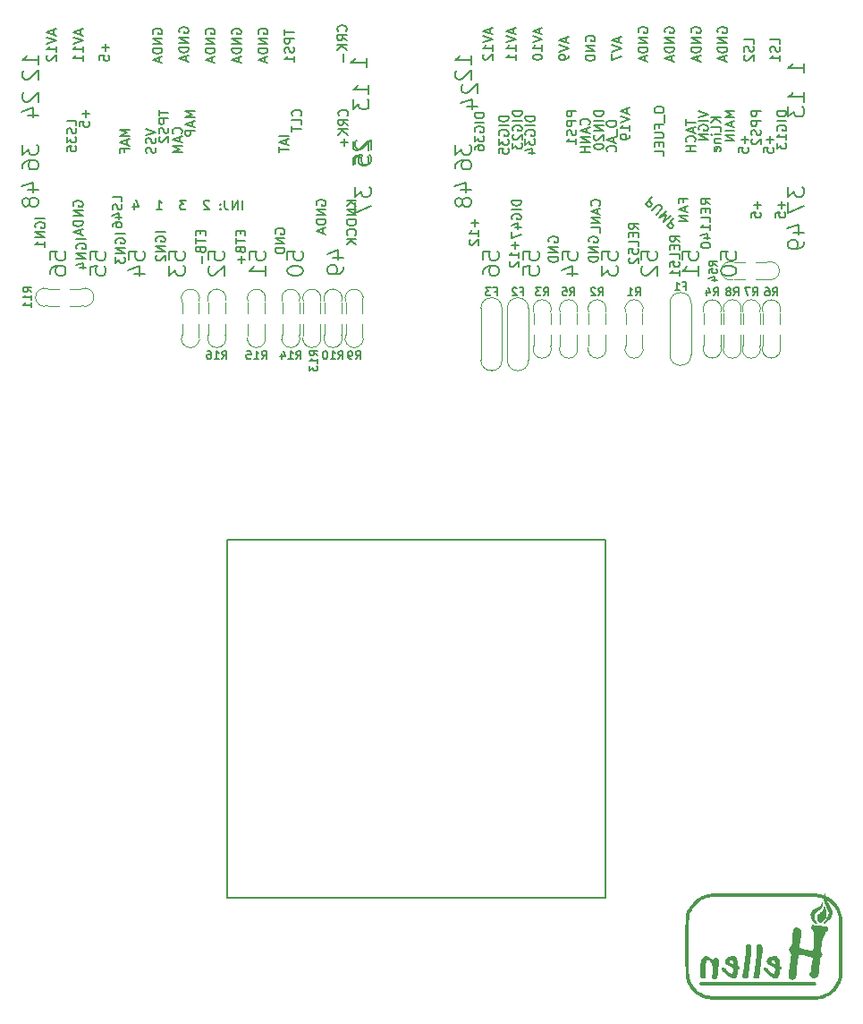
<source format=gbo>
G04 #@! TF.GenerationSoftware,KiCad,Pcbnew,8.0.6-8.0.6-0~ubuntu22.04.1*
G04 #@! TF.CreationDate,2024-11-30T08:22:39+00:00*
G04 #@! TF.ProjectId,hellen-112-17,68656c6c-656e-42d3-9131-322d31372e6b,B*
G04 #@! TF.SameCoordinates,Original*
G04 #@! TF.FileFunction,Legend,Bot*
G04 #@! TF.FilePolarity,Positive*
%FSLAX46Y46*%
G04 Gerber Fmt 4.6, Leading zero omitted, Abs format (unit mm)*
G04 Created by KiCad (PCBNEW 8.0.6-8.0.6-0~ubuntu22.04.1) date 2024-11-30 08:22:39*
%MOMM*%
%LPD*%
G01*
G04 APERTURE LIST*
%ADD10C,0.150000*%
%ADD11C,0.200000*%
%ADD12C,0.127000*%
%ADD13C,0.099060*%
%ADD14C,0.120000*%
%ADD15C,0.000000*%
G04 APERTURE END LIST*
D10*
X68908557Y85312970D02*
X68908557Y84798684D01*
X69808557Y85055827D02*
X68908557Y85055827D01*
X69551414Y84541542D02*
X69551414Y84112970D01*
X69808557Y84627256D02*
X68908557Y84327256D01*
X68908557Y84327256D02*
X69808557Y84027256D01*
X69722842Y83212970D02*
X69765700Y83255827D01*
X69765700Y83255827D02*
X69808557Y83384399D01*
X69808557Y83384399D02*
X69808557Y83470113D01*
X69808557Y83470113D02*
X69765700Y83598684D01*
X69765700Y83598684D02*
X69679985Y83684399D01*
X69679985Y83684399D02*
X69594271Y83727256D01*
X69594271Y83727256D02*
X69422842Y83770113D01*
X69422842Y83770113D02*
X69294271Y83770113D01*
X69294271Y83770113D02*
X69122842Y83727256D01*
X69122842Y83727256D02*
X69037128Y83684399D01*
X69037128Y83684399D02*
X68951414Y83598684D01*
X68951414Y83598684D02*
X68908557Y83470113D01*
X68908557Y83470113D02*
X68908557Y83384399D01*
X68908557Y83384399D02*
X68951414Y83255827D01*
X68951414Y83255827D02*
X68994271Y83212970D01*
X69808557Y82827256D02*
X68908557Y82827256D01*
X69337128Y82827256D02*
X69337128Y82312970D01*
X69808557Y82312970D02*
X68908557Y82312970D01*
X17808557Y84398685D02*
X18708557Y84098685D01*
X18708557Y84098685D02*
X17808557Y83798685D01*
X18665700Y83541542D02*
X18708557Y83412970D01*
X18708557Y83412970D02*
X18708557Y83198685D01*
X18708557Y83198685D02*
X18665700Y83112970D01*
X18665700Y83112970D02*
X18622842Y83070113D01*
X18622842Y83070113D02*
X18537128Y83027256D01*
X18537128Y83027256D02*
X18451414Y83027256D01*
X18451414Y83027256D02*
X18365700Y83070113D01*
X18365700Y83070113D02*
X18322842Y83112970D01*
X18322842Y83112970D02*
X18279985Y83198685D01*
X18279985Y83198685D02*
X18237128Y83370113D01*
X18237128Y83370113D02*
X18194271Y83455828D01*
X18194271Y83455828D02*
X18151414Y83498685D01*
X18151414Y83498685D02*
X18065700Y83541542D01*
X18065700Y83541542D02*
X17979985Y83541542D01*
X17979985Y83541542D02*
X17894271Y83498685D01*
X17894271Y83498685D02*
X17851414Y83455828D01*
X17851414Y83455828D02*
X17808557Y83370113D01*
X17808557Y83370113D02*
X17808557Y83155828D01*
X17808557Y83155828D02*
X17851414Y83027256D01*
X18665700Y82684399D02*
X18708557Y82555827D01*
X18708557Y82555827D02*
X18708557Y82341542D01*
X18708557Y82341542D02*
X18665700Y82255827D01*
X18665700Y82255827D02*
X18622842Y82212970D01*
X18622842Y82212970D02*
X18537128Y82170113D01*
X18537128Y82170113D02*
X18451414Y82170113D01*
X18451414Y82170113D02*
X18365700Y82212970D01*
X18365700Y82212970D02*
X18322842Y82255827D01*
X18322842Y82255827D02*
X18279985Y82341542D01*
X18279985Y82341542D02*
X18237128Y82512970D01*
X18237128Y82512970D02*
X18194271Y82598685D01*
X18194271Y82598685D02*
X18151414Y82641542D01*
X18151414Y82641542D02*
X18065700Y82684399D01*
X18065700Y82684399D02*
X17979985Y82684399D01*
X17979985Y82684399D02*
X17894271Y82641542D01*
X17894271Y82641542D02*
X17851414Y82598685D01*
X17851414Y82598685D02*
X17808557Y82512970D01*
X17808557Y82512970D02*
X17808557Y82298685D01*
X17808557Y82298685D02*
X17851414Y82170113D01*
X58508557Y86087031D02*
X57608557Y86087031D01*
X57608557Y86087031D02*
X57608557Y85744174D01*
X57608557Y85744174D02*
X57651414Y85658459D01*
X57651414Y85658459D02*
X57694271Y85615602D01*
X57694271Y85615602D02*
X57779985Y85572745D01*
X57779985Y85572745D02*
X57908557Y85572745D01*
X57908557Y85572745D02*
X57994271Y85615602D01*
X57994271Y85615602D02*
X58037128Y85658459D01*
X58037128Y85658459D02*
X58079985Y85744174D01*
X58079985Y85744174D02*
X58079985Y86087031D01*
X58508557Y85187031D02*
X57608557Y85187031D01*
X57608557Y85187031D02*
X57608557Y84844174D01*
X57608557Y84844174D02*
X57651414Y84758459D01*
X57651414Y84758459D02*
X57694271Y84715602D01*
X57694271Y84715602D02*
X57779985Y84672745D01*
X57779985Y84672745D02*
X57908557Y84672745D01*
X57908557Y84672745D02*
X57994271Y84715602D01*
X57994271Y84715602D02*
X58037128Y84758459D01*
X58037128Y84758459D02*
X58079985Y84844174D01*
X58079985Y84844174D02*
X58079985Y85187031D01*
X58465700Y84329888D02*
X58508557Y84201316D01*
X58508557Y84201316D02*
X58508557Y83987031D01*
X58508557Y83987031D02*
X58465700Y83901316D01*
X58465700Y83901316D02*
X58422842Y83858459D01*
X58422842Y83858459D02*
X58337128Y83815602D01*
X58337128Y83815602D02*
X58251414Y83815602D01*
X58251414Y83815602D02*
X58165700Y83858459D01*
X58165700Y83858459D02*
X58122842Y83901316D01*
X58122842Y83901316D02*
X58079985Y83987031D01*
X58079985Y83987031D02*
X58037128Y84158459D01*
X58037128Y84158459D02*
X57994271Y84244174D01*
X57994271Y84244174D02*
X57951414Y84287031D01*
X57951414Y84287031D02*
X57865700Y84329888D01*
X57865700Y84329888D02*
X57779985Y84329888D01*
X57779985Y84329888D02*
X57694271Y84287031D01*
X57694271Y84287031D02*
X57651414Y84244174D01*
X57651414Y84244174D02*
X57608557Y84158459D01*
X57608557Y84158459D02*
X57608557Y83944174D01*
X57608557Y83944174D02*
X57651414Y83815602D01*
X58508557Y82958459D02*
X58508557Y83472745D01*
X58508557Y83215602D02*
X57608557Y83215602D01*
X57608557Y83215602D02*
X57737128Y83301316D01*
X57737128Y83301316D02*
X57822842Y83387031D01*
X57822842Y83387031D02*
X57865700Y83472745D01*
X70108557Y86115602D02*
X71008557Y85815602D01*
X71008557Y85815602D02*
X70108557Y85515602D01*
X71008557Y85215602D02*
X70108557Y85215602D01*
X70151414Y84315602D02*
X70108557Y84401316D01*
X70108557Y84401316D02*
X70108557Y84529888D01*
X70108557Y84529888D02*
X70151414Y84658459D01*
X70151414Y84658459D02*
X70237128Y84744174D01*
X70237128Y84744174D02*
X70322842Y84787031D01*
X70322842Y84787031D02*
X70494271Y84829888D01*
X70494271Y84829888D02*
X70622842Y84829888D01*
X70622842Y84829888D02*
X70794271Y84787031D01*
X70794271Y84787031D02*
X70879985Y84744174D01*
X70879985Y84744174D02*
X70965700Y84658459D01*
X70965700Y84658459D02*
X71008557Y84529888D01*
X71008557Y84529888D02*
X71008557Y84444174D01*
X71008557Y84444174D02*
X70965700Y84315602D01*
X70965700Y84315602D02*
X70922842Y84272745D01*
X70922842Y84272745D02*
X70622842Y84272745D01*
X70622842Y84272745D02*
X70622842Y84444174D01*
X71008557Y83887031D02*
X70108557Y83887031D01*
X70108557Y83887031D02*
X71008557Y83372745D01*
X71008557Y83372745D02*
X70108557Y83372745D01*
X62551414Y93027257D02*
X62551414Y92598685D01*
X62808557Y93112971D02*
X61908557Y92812971D01*
X61908557Y92812971D02*
X62808557Y92512971D01*
X61908557Y92341542D02*
X62808557Y92041542D01*
X62808557Y92041542D02*
X61908557Y91741542D01*
X61908557Y91527256D02*
X61908557Y90927256D01*
X61908557Y90927256D02*
X62808557Y91312970D01*
X36722842Y93684399D02*
X36765700Y93727256D01*
X36765700Y93727256D02*
X36808557Y93855828D01*
X36808557Y93855828D02*
X36808557Y93941542D01*
X36808557Y93941542D02*
X36765700Y94070113D01*
X36765700Y94070113D02*
X36679985Y94155828D01*
X36679985Y94155828D02*
X36594271Y94198685D01*
X36594271Y94198685D02*
X36422842Y94241542D01*
X36422842Y94241542D02*
X36294271Y94241542D01*
X36294271Y94241542D02*
X36122842Y94198685D01*
X36122842Y94198685D02*
X36037128Y94155828D01*
X36037128Y94155828D02*
X35951414Y94070113D01*
X35951414Y94070113D02*
X35908557Y93941542D01*
X35908557Y93941542D02*
X35908557Y93855828D01*
X35908557Y93855828D02*
X35951414Y93727256D01*
X35951414Y93727256D02*
X35994271Y93684399D01*
X36808557Y92784399D02*
X36379985Y93084399D01*
X36808557Y93298685D02*
X35908557Y93298685D01*
X35908557Y93298685D02*
X35908557Y92955828D01*
X35908557Y92955828D02*
X35951414Y92870113D01*
X35951414Y92870113D02*
X35994271Y92827256D01*
X35994271Y92827256D02*
X36079985Y92784399D01*
X36079985Y92784399D02*
X36208557Y92784399D01*
X36208557Y92784399D02*
X36294271Y92827256D01*
X36294271Y92827256D02*
X36337128Y92870113D01*
X36337128Y92870113D02*
X36379985Y92955828D01*
X36379985Y92955828D02*
X36379985Y93298685D01*
X36808557Y92398685D02*
X35908557Y92398685D01*
X36808557Y91884399D02*
X36294271Y92270113D01*
X35908557Y91884399D02*
X36422842Y92398685D01*
X36465700Y91498685D02*
X36465700Y90812970D01*
X57551414Y93027257D02*
X57551414Y92598685D01*
X57808557Y93112971D02*
X56908557Y92812971D01*
X56908557Y92812971D02*
X57808557Y92512971D01*
X56908557Y92341542D02*
X57808557Y92041542D01*
X57808557Y92041542D02*
X56908557Y91741542D01*
X57808557Y91398685D02*
X57808557Y91227256D01*
X57808557Y91227256D02*
X57765700Y91141542D01*
X57765700Y91141542D02*
X57722842Y91098685D01*
X57722842Y91098685D02*
X57594271Y91012970D01*
X57594271Y91012970D02*
X57422842Y90970113D01*
X57422842Y90970113D02*
X57079985Y90970113D01*
X57079985Y90970113D02*
X56994271Y91012970D01*
X56994271Y91012970D02*
X56951414Y91055827D01*
X56951414Y91055827D02*
X56908557Y91141542D01*
X56908557Y91141542D02*
X56908557Y91312970D01*
X56908557Y91312970D02*
X56951414Y91398685D01*
X56951414Y91398685D02*
X56994271Y91441542D01*
X56994271Y91441542D02*
X57079985Y91484399D01*
X57079985Y91484399D02*
X57294271Y91484399D01*
X57294271Y91484399D02*
X57379985Y91441542D01*
X57379985Y91441542D02*
X57422842Y91398685D01*
X57422842Y91398685D02*
X57465700Y91312970D01*
X57465700Y91312970D02*
X57465700Y91141542D01*
X57465700Y91141542D02*
X57422842Y91055827D01*
X57422842Y91055827D02*
X57379985Y91012970D01*
X57379985Y91012970D02*
X57294271Y90970113D01*
X9051414Y93784400D02*
X9051414Y93355828D01*
X9308557Y93870114D02*
X8408557Y93570114D01*
X8408557Y93570114D02*
X9308557Y93270114D01*
X8408557Y93098685D02*
X9308557Y92798685D01*
X9308557Y92798685D02*
X8408557Y92498685D01*
X9308557Y91727256D02*
X9308557Y92241542D01*
X9308557Y91984399D02*
X8408557Y91984399D01*
X8408557Y91984399D02*
X8537128Y92070113D01*
X8537128Y92070113D02*
X8622842Y92155828D01*
X8622842Y92155828D02*
X8665700Y92241542D01*
X8494271Y91384399D02*
X8451414Y91341542D01*
X8451414Y91341542D02*
X8408557Y91255827D01*
X8408557Y91255827D02*
X8408557Y91041542D01*
X8408557Y91041542D02*
X8451414Y90955827D01*
X8451414Y90955827D02*
X8494271Y90912970D01*
X8494271Y90912970D02*
X8579985Y90870113D01*
X8579985Y90870113D02*
X8665700Y90870113D01*
X8665700Y90870113D02*
X8794271Y90912970D01*
X8794271Y90912970D02*
X9308557Y91427256D01*
X9308557Y91427256D02*
X9308557Y90870113D01*
X50351414Y93884400D02*
X50351414Y93455828D01*
X50608557Y93970114D02*
X49708557Y93670114D01*
X49708557Y93670114D02*
X50608557Y93370114D01*
X49708557Y93198685D02*
X50608557Y92898685D01*
X50608557Y92898685D02*
X49708557Y92598685D01*
X50608557Y91827256D02*
X50608557Y92341542D01*
X50608557Y92084399D02*
X49708557Y92084399D01*
X49708557Y92084399D02*
X49837128Y92170113D01*
X49837128Y92170113D02*
X49922842Y92255828D01*
X49922842Y92255828D02*
X49965700Y92341542D01*
X49794271Y91484399D02*
X49751414Y91441542D01*
X49751414Y91441542D02*
X49708557Y91355827D01*
X49708557Y91355827D02*
X49708557Y91141542D01*
X49708557Y91141542D02*
X49751414Y91055827D01*
X49751414Y91055827D02*
X49794271Y91012970D01*
X49794271Y91012970D02*
X49879985Y90970113D01*
X49879985Y90970113D02*
X49965700Y90970113D01*
X49965700Y90970113D02*
X50094271Y91012970D01*
X50094271Y91012970D02*
X50608557Y91527256D01*
X50608557Y91527256D02*
X50608557Y90970113D01*
X31308557Y83770113D02*
X30408557Y83770113D01*
X31051414Y83384399D02*
X31051414Y82955827D01*
X31308557Y83470113D02*
X30408557Y83170113D01*
X30408557Y83170113D02*
X31308557Y82870113D01*
X30408557Y82698684D02*
X30408557Y82184398D01*
X31308557Y82441541D02*
X30408557Y82441541D01*
X28451414Y93427256D02*
X28408557Y93512970D01*
X28408557Y93512970D02*
X28408557Y93641542D01*
X28408557Y93641542D02*
X28451414Y93770113D01*
X28451414Y93770113D02*
X28537128Y93855828D01*
X28537128Y93855828D02*
X28622842Y93898685D01*
X28622842Y93898685D02*
X28794271Y93941542D01*
X28794271Y93941542D02*
X28922842Y93941542D01*
X28922842Y93941542D02*
X29094271Y93898685D01*
X29094271Y93898685D02*
X29179985Y93855828D01*
X29179985Y93855828D02*
X29265700Y93770113D01*
X29265700Y93770113D02*
X29308557Y93641542D01*
X29308557Y93641542D02*
X29308557Y93555828D01*
X29308557Y93555828D02*
X29265700Y93427256D01*
X29265700Y93427256D02*
X29222842Y93384399D01*
X29222842Y93384399D02*
X28922842Y93384399D01*
X28922842Y93384399D02*
X28922842Y93555828D01*
X29308557Y92998685D02*
X28408557Y92998685D01*
X28408557Y92998685D02*
X29308557Y92484399D01*
X29308557Y92484399D02*
X28408557Y92484399D01*
X29308557Y92055828D02*
X28408557Y92055828D01*
X28408557Y92055828D02*
X28408557Y91841542D01*
X28408557Y91841542D02*
X28451414Y91712971D01*
X28451414Y91712971D02*
X28537128Y91627256D01*
X28537128Y91627256D02*
X28622842Y91584399D01*
X28622842Y91584399D02*
X28794271Y91541542D01*
X28794271Y91541542D02*
X28922842Y91541542D01*
X28922842Y91541542D02*
X29094271Y91584399D01*
X29094271Y91584399D02*
X29179985Y91627256D01*
X29179985Y91627256D02*
X29265700Y91712971D01*
X29265700Y91712971D02*
X29308557Y91841542D01*
X29308557Y91841542D02*
X29308557Y92055828D01*
X29051414Y91198685D02*
X29051414Y90770113D01*
X29308557Y91284399D02*
X28408557Y90984399D01*
X28408557Y90984399D02*
X29308557Y90684399D01*
X54608557Y85627256D02*
X53708557Y85627256D01*
X53708557Y85627256D02*
X53708557Y85412970D01*
X53708557Y85412970D02*
X53751414Y85284399D01*
X53751414Y85284399D02*
X53837128Y85198684D01*
X53837128Y85198684D02*
X53922842Y85155827D01*
X53922842Y85155827D02*
X54094271Y85112970D01*
X54094271Y85112970D02*
X54222842Y85112970D01*
X54222842Y85112970D02*
X54394271Y85155827D01*
X54394271Y85155827D02*
X54479985Y85198684D01*
X54479985Y85198684D02*
X54565700Y85284399D01*
X54565700Y85284399D02*
X54608557Y85412970D01*
X54608557Y85412970D02*
X54608557Y85627256D01*
X54608557Y84727256D02*
X53708557Y84727256D01*
X53751414Y83827256D02*
X53708557Y83912970D01*
X53708557Y83912970D02*
X53708557Y84041542D01*
X53708557Y84041542D02*
X53751414Y84170113D01*
X53751414Y84170113D02*
X53837128Y84255828D01*
X53837128Y84255828D02*
X53922842Y84298685D01*
X53922842Y84298685D02*
X54094271Y84341542D01*
X54094271Y84341542D02*
X54222842Y84341542D01*
X54222842Y84341542D02*
X54394271Y84298685D01*
X54394271Y84298685D02*
X54479985Y84255828D01*
X54479985Y84255828D02*
X54565700Y84170113D01*
X54565700Y84170113D02*
X54608557Y84041542D01*
X54608557Y84041542D02*
X54608557Y83955828D01*
X54608557Y83955828D02*
X54565700Y83827256D01*
X54565700Y83827256D02*
X54522842Y83784399D01*
X54522842Y83784399D02*
X54222842Y83784399D01*
X54222842Y83784399D02*
X54222842Y83955828D01*
X53708557Y83484399D02*
X53708557Y82927256D01*
X53708557Y82927256D02*
X54051414Y83227256D01*
X54051414Y83227256D02*
X54051414Y83098685D01*
X54051414Y83098685D02*
X54094271Y83012970D01*
X54094271Y83012970D02*
X54137128Y82970113D01*
X54137128Y82970113D02*
X54222842Y82927256D01*
X54222842Y82927256D02*
X54437128Y82927256D01*
X54437128Y82927256D02*
X54522842Y82970113D01*
X54522842Y82970113D02*
X54565700Y83012970D01*
X54565700Y83012970D02*
X54608557Y83098685D01*
X54608557Y83098685D02*
X54608557Y83355828D01*
X54608557Y83355828D02*
X54565700Y83441542D01*
X54565700Y83441542D02*
X54522842Y83484399D01*
X54008557Y82155827D02*
X54608557Y82155827D01*
X53665700Y82370113D02*
X54308557Y82584399D01*
X54308557Y82584399D02*
X54308557Y82027256D01*
X75308557Y92498684D02*
X75308557Y92927256D01*
X75308557Y92927256D02*
X74408557Y92927256D01*
X75265700Y92241542D02*
X75308557Y92112970D01*
X75308557Y92112970D02*
X75308557Y91898685D01*
X75308557Y91898685D02*
X75265700Y91812970D01*
X75265700Y91812970D02*
X75222842Y91770113D01*
X75222842Y91770113D02*
X75137128Y91727256D01*
X75137128Y91727256D02*
X75051414Y91727256D01*
X75051414Y91727256D02*
X74965700Y91770113D01*
X74965700Y91770113D02*
X74922842Y91812970D01*
X74922842Y91812970D02*
X74879985Y91898685D01*
X74879985Y91898685D02*
X74837128Y92070113D01*
X74837128Y92070113D02*
X74794271Y92155828D01*
X74794271Y92155828D02*
X74751414Y92198685D01*
X74751414Y92198685D02*
X74665700Y92241542D01*
X74665700Y92241542D02*
X74579985Y92241542D01*
X74579985Y92241542D02*
X74494271Y92198685D01*
X74494271Y92198685D02*
X74451414Y92155828D01*
X74451414Y92155828D02*
X74408557Y92070113D01*
X74408557Y92070113D02*
X74408557Y91855828D01*
X74408557Y91855828D02*
X74451414Y91727256D01*
X74494271Y91384399D02*
X74451414Y91341542D01*
X74451414Y91341542D02*
X74408557Y91255827D01*
X74408557Y91255827D02*
X74408557Y91041542D01*
X74408557Y91041542D02*
X74451414Y90955827D01*
X74451414Y90955827D02*
X74494271Y90912970D01*
X74494271Y90912970D02*
X74579985Y90870113D01*
X74579985Y90870113D02*
X74665700Y90870113D01*
X74665700Y90870113D02*
X74794271Y90912970D01*
X74794271Y90912970D02*
X75308557Y91427256D01*
X75308557Y91427256D02*
X75308557Y90870113D01*
X64408557Y74972745D02*
X63979985Y75272745D01*
X64408557Y75487031D02*
X63508557Y75487031D01*
X63508557Y75487031D02*
X63508557Y75144174D01*
X63508557Y75144174D02*
X63551414Y75058459D01*
X63551414Y75058459D02*
X63594271Y75015602D01*
X63594271Y75015602D02*
X63679985Y74972745D01*
X63679985Y74972745D02*
X63808557Y74972745D01*
X63808557Y74972745D02*
X63894271Y75015602D01*
X63894271Y75015602D02*
X63937128Y75058459D01*
X63937128Y75058459D02*
X63979985Y75144174D01*
X63979985Y75144174D02*
X63979985Y75487031D01*
X63937128Y74587031D02*
X63937128Y74287031D01*
X64408557Y74158459D02*
X64408557Y74587031D01*
X64408557Y74587031D02*
X63508557Y74587031D01*
X63508557Y74587031D02*
X63508557Y74158459D01*
X64408557Y73344173D02*
X64408557Y73772745D01*
X64408557Y73772745D02*
X63508557Y73772745D01*
X63508557Y72615602D02*
X63508557Y73044174D01*
X63508557Y73044174D02*
X63937128Y73087031D01*
X63937128Y73087031D02*
X63894271Y73044174D01*
X63894271Y73044174D02*
X63851414Y72958459D01*
X63851414Y72958459D02*
X63851414Y72744174D01*
X63851414Y72744174D02*
X63894271Y72658459D01*
X63894271Y72658459D02*
X63937128Y72615602D01*
X63937128Y72615602D02*
X64022842Y72572745D01*
X64022842Y72572745D02*
X64237128Y72572745D01*
X64237128Y72572745D02*
X64322842Y72615602D01*
X64322842Y72615602D02*
X64365700Y72658459D01*
X64365700Y72658459D02*
X64408557Y72744174D01*
X64408557Y72744174D02*
X64408557Y72958459D01*
X64408557Y72958459D02*
X64365700Y73044174D01*
X64365700Y73044174D02*
X64322842Y73087031D01*
X63594271Y72229888D02*
X63551414Y72187031D01*
X63551414Y72187031D02*
X63508557Y72101316D01*
X63508557Y72101316D02*
X63508557Y71887031D01*
X63508557Y71887031D02*
X63551414Y71801316D01*
X63551414Y71801316D02*
X63594271Y71758459D01*
X63594271Y71758459D02*
X63679985Y71715602D01*
X63679985Y71715602D02*
X63765700Y71715602D01*
X63765700Y71715602D02*
X63894271Y71758459D01*
X63894271Y71758459D02*
X64408557Y72272745D01*
X64408557Y72272745D02*
X64408557Y71715602D01*
X59451414Y92755827D02*
X59408557Y92841541D01*
X59408557Y92841541D02*
X59408557Y92970113D01*
X59408557Y92970113D02*
X59451414Y93098684D01*
X59451414Y93098684D02*
X59537128Y93184399D01*
X59537128Y93184399D02*
X59622842Y93227256D01*
X59622842Y93227256D02*
X59794271Y93270113D01*
X59794271Y93270113D02*
X59922842Y93270113D01*
X59922842Y93270113D02*
X60094271Y93227256D01*
X60094271Y93227256D02*
X60179985Y93184399D01*
X60179985Y93184399D02*
X60265700Y93098684D01*
X60265700Y93098684D02*
X60308557Y92970113D01*
X60308557Y92970113D02*
X60308557Y92884399D01*
X60308557Y92884399D02*
X60265700Y92755827D01*
X60265700Y92755827D02*
X60222842Y92712970D01*
X60222842Y92712970D02*
X59922842Y92712970D01*
X59922842Y92712970D02*
X59922842Y92884399D01*
X60308557Y92327256D02*
X59408557Y92327256D01*
X59408557Y92327256D02*
X60308557Y91812970D01*
X60308557Y91812970D02*
X59408557Y91812970D01*
X60308557Y91384399D02*
X59408557Y91384399D01*
X59408557Y91384399D02*
X59408557Y91170113D01*
X59408557Y91170113D02*
X59451414Y91041542D01*
X59451414Y91041542D02*
X59537128Y90955827D01*
X59537128Y90955827D02*
X59622842Y90912970D01*
X59622842Y90912970D02*
X59794271Y90870113D01*
X59794271Y90870113D02*
X59922842Y90870113D01*
X59922842Y90870113D02*
X60094271Y90912970D01*
X60094271Y90912970D02*
X60179985Y90955827D01*
X60179985Y90955827D02*
X60265700Y91041542D01*
X60265700Y91041542D02*
X60308557Y91170113D01*
X60308557Y91170113D02*
X60308557Y91384399D01*
X72208557Y85527256D02*
X71308557Y85527256D01*
X72208557Y85012970D02*
X71694271Y85398684D01*
X71308557Y85012970D02*
X71822842Y85527256D01*
X72208557Y84198684D02*
X72208557Y84627256D01*
X72208557Y84627256D02*
X71308557Y84627256D01*
X72208557Y83898685D02*
X71608557Y83898685D01*
X71308557Y83898685D02*
X71351414Y83941542D01*
X71351414Y83941542D02*
X71394271Y83898685D01*
X71394271Y83898685D02*
X71351414Y83855828D01*
X71351414Y83855828D02*
X71308557Y83898685D01*
X71308557Y83898685D02*
X71394271Y83898685D01*
X71608557Y83470114D02*
X72208557Y83470114D01*
X71694271Y83470114D02*
X71651414Y83427257D01*
X71651414Y83427257D02*
X71608557Y83341542D01*
X71608557Y83341542D02*
X71608557Y83212971D01*
X71608557Y83212971D02*
X71651414Y83127257D01*
X71651414Y83127257D02*
X71737128Y83084399D01*
X71737128Y83084399D02*
X72208557Y83084399D01*
X72165700Y82312971D02*
X72208557Y82398685D01*
X72208557Y82398685D02*
X72208557Y82570113D01*
X72208557Y82570113D02*
X72165700Y82655828D01*
X72165700Y82655828D02*
X72079985Y82698685D01*
X72079985Y82698685D02*
X71737128Y82698685D01*
X71737128Y82698685D02*
X71651414Y82655828D01*
X71651414Y82655828D02*
X71608557Y82570113D01*
X71608557Y82570113D02*
X71608557Y82398685D01*
X71608557Y82398685D02*
X71651414Y82312971D01*
X71651414Y82312971D02*
X71737128Y82270113D01*
X71737128Y82270113D02*
X71822842Y82270113D01*
X71822842Y82270113D02*
X71908557Y82698685D01*
X68308557Y73772745D02*
X67879985Y74072745D01*
X68308557Y74287031D02*
X67408557Y74287031D01*
X67408557Y74287031D02*
X67408557Y73944174D01*
X67408557Y73944174D02*
X67451414Y73858459D01*
X67451414Y73858459D02*
X67494271Y73815602D01*
X67494271Y73815602D02*
X67579985Y73772745D01*
X67579985Y73772745D02*
X67708557Y73772745D01*
X67708557Y73772745D02*
X67794271Y73815602D01*
X67794271Y73815602D02*
X67837128Y73858459D01*
X67837128Y73858459D02*
X67879985Y73944174D01*
X67879985Y73944174D02*
X67879985Y74287031D01*
X67837128Y73387031D02*
X67837128Y73087031D01*
X68308557Y72958459D02*
X68308557Y73387031D01*
X68308557Y73387031D02*
X67408557Y73387031D01*
X67408557Y73387031D02*
X67408557Y72958459D01*
X68308557Y72144173D02*
X68308557Y72572745D01*
X68308557Y72572745D02*
X67408557Y72572745D01*
X67408557Y71415602D02*
X67408557Y71844174D01*
X67408557Y71844174D02*
X67837128Y71887031D01*
X67837128Y71887031D02*
X67794271Y71844174D01*
X67794271Y71844174D02*
X67751414Y71758459D01*
X67751414Y71758459D02*
X67751414Y71544174D01*
X67751414Y71544174D02*
X67794271Y71458459D01*
X67794271Y71458459D02*
X67837128Y71415602D01*
X67837128Y71415602D02*
X67922842Y71372745D01*
X67922842Y71372745D02*
X68137128Y71372745D01*
X68137128Y71372745D02*
X68222842Y71415602D01*
X68222842Y71415602D02*
X68265700Y71458459D01*
X68265700Y71458459D02*
X68308557Y71544174D01*
X68308557Y71544174D02*
X68308557Y71758459D01*
X68308557Y71758459D02*
X68265700Y71844174D01*
X68265700Y71844174D02*
X68222842Y71887031D01*
X68308557Y70515602D02*
X68308557Y71029888D01*
X68308557Y70772745D02*
X67408557Y70772745D01*
X67408557Y70772745D02*
X67537128Y70858459D01*
X67537128Y70858459D02*
X67622842Y70944174D01*
X67622842Y70944174D02*
X67665700Y71029888D01*
X53308557Y77687031D02*
X52408557Y77687031D01*
X52408557Y77687031D02*
X52408557Y77472745D01*
X52408557Y77472745D02*
X52451414Y77344174D01*
X52451414Y77344174D02*
X52537128Y77258459D01*
X52537128Y77258459D02*
X52622842Y77215602D01*
X52622842Y77215602D02*
X52794271Y77172745D01*
X52794271Y77172745D02*
X52922842Y77172745D01*
X52922842Y77172745D02*
X53094271Y77215602D01*
X53094271Y77215602D02*
X53179985Y77258459D01*
X53179985Y77258459D02*
X53265700Y77344174D01*
X53265700Y77344174D02*
X53308557Y77472745D01*
X53308557Y77472745D02*
X53308557Y77687031D01*
X53308557Y76787031D02*
X52408557Y76787031D01*
X52451414Y75887031D02*
X52408557Y75972745D01*
X52408557Y75972745D02*
X52408557Y76101317D01*
X52408557Y76101317D02*
X52451414Y76229888D01*
X52451414Y76229888D02*
X52537128Y76315603D01*
X52537128Y76315603D02*
X52622842Y76358460D01*
X52622842Y76358460D02*
X52794271Y76401317D01*
X52794271Y76401317D02*
X52922842Y76401317D01*
X52922842Y76401317D02*
X53094271Y76358460D01*
X53094271Y76358460D02*
X53179985Y76315603D01*
X53179985Y76315603D02*
X53265700Y76229888D01*
X53265700Y76229888D02*
X53308557Y76101317D01*
X53308557Y76101317D02*
X53308557Y76015603D01*
X53308557Y76015603D02*
X53265700Y75887031D01*
X53265700Y75887031D02*
X53222842Y75844174D01*
X53222842Y75844174D02*
X52922842Y75844174D01*
X52922842Y75844174D02*
X52922842Y76015603D01*
X52708557Y75072745D02*
X53308557Y75072745D01*
X52365700Y75287031D02*
X53008557Y75501317D01*
X53008557Y75501317D02*
X53008557Y74944174D01*
X52408557Y74687031D02*
X52408557Y74087031D01*
X52408557Y74087031D02*
X53308557Y74472745D01*
X16208557Y84355828D02*
X15308557Y84355828D01*
X15308557Y84355828D02*
X15951414Y84055828D01*
X15951414Y84055828D02*
X15308557Y83755828D01*
X15308557Y83755828D02*
X16208557Y83755828D01*
X15951414Y83370114D02*
X15951414Y82941542D01*
X16208557Y83455828D02*
X15308557Y83155828D01*
X15308557Y83155828D02*
X16208557Y82855828D01*
X15737128Y82255828D02*
X15737128Y82555828D01*
X16208557Y82555828D02*
X15308557Y82555828D01*
X15308557Y82555828D02*
X15308557Y82127256D01*
X20951414Y93527256D02*
X20908557Y93612970D01*
X20908557Y93612970D02*
X20908557Y93741542D01*
X20908557Y93741542D02*
X20951414Y93870113D01*
X20951414Y93870113D02*
X21037128Y93955828D01*
X21037128Y93955828D02*
X21122842Y93998685D01*
X21122842Y93998685D02*
X21294271Y94041542D01*
X21294271Y94041542D02*
X21422842Y94041542D01*
X21422842Y94041542D02*
X21594271Y93998685D01*
X21594271Y93998685D02*
X21679985Y93955828D01*
X21679985Y93955828D02*
X21765700Y93870113D01*
X21765700Y93870113D02*
X21808557Y93741542D01*
X21808557Y93741542D02*
X21808557Y93655828D01*
X21808557Y93655828D02*
X21765700Y93527256D01*
X21765700Y93527256D02*
X21722842Y93484399D01*
X21722842Y93484399D02*
X21422842Y93484399D01*
X21422842Y93484399D02*
X21422842Y93655828D01*
X21808557Y93098685D02*
X20908557Y93098685D01*
X20908557Y93098685D02*
X21808557Y92584399D01*
X21808557Y92584399D02*
X20908557Y92584399D01*
X21808557Y92155828D02*
X20908557Y92155828D01*
X20908557Y92155828D02*
X20908557Y91941542D01*
X20908557Y91941542D02*
X20951414Y91812971D01*
X20951414Y91812971D02*
X21037128Y91727256D01*
X21037128Y91727256D02*
X21122842Y91684399D01*
X21122842Y91684399D02*
X21294271Y91641542D01*
X21294271Y91641542D02*
X21422842Y91641542D01*
X21422842Y91641542D02*
X21594271Y91684399D01*
X21594271Y91684399D02*
X21679985Y91727256D01*
X21679985Y91727256D02*
X21765700Y91812971D01*
X21765700Y91812971D02*
X21808557Y91941542D01*
X21808557Y91941542D02*
X21808557Y92155828D01*
X21551414Y91298685D02*
X21551414Y90870113D01*
X21808557Y91384399D02*
X20908557Y91084399D01*
X20908557Y91084399D02*
X21808557Y90784399D01*
X32422842Y85672745D02*
X32465700Y85715602D01*
X32465700Y85715602D02*
X32508557Y85844174D01*
X32508557Y85844174D02*
X32508557Y85929888D01*
X32508557Y85929888D02*
X32465700Y86058459D01*
X32465700Y86058459D02*
X32379985Y86144174D01*
X32379985Y86144174D02*
X32294271Y86187031D01*
X32294271Y86187031D02*
X32122842Y86229888D01*
X32122842Y86229888D02*
X31994271Y86229888D01*
X31994271Y86229888D02*
X31822842Y86187031D01*
X31822842Y86187031D02*
X31737128Y86144174D01*
X31737128Y86144174D02*
X31651414Y86058459D01*
X31651414Y86058459D02*
X31608557Y85929888D01*
X31608557Y85929888D02*
X31608557Y85844174D01*
X31608557Y85844174D02*
X31651414Y85715602D01*
X31651414Y85715602D02*
X31694271Y85672745D01*
X32508557Y84858459D02*
X32508557Y85287031D01*
X32508557Y85287031D02*
X31608557Y85287031D01*
X31608557Y84687031D02*
X31608557Y84172745D01*
X32508557Y84429888D02*
X31608557Y84429888D01*
X11551414Y93784400D02*
X11551414Y93355828D01*
X11808557Y93870114D02*
X10908557Y93570114D01*
X10908557Y93570114D02*
X11808557Y93270114D01*
X10908557Y93098685D02*
X11808557Y92798685D01*
X11808557Y92798685D02*
X10908557Y92498685D01*
X11808557Y91727256D02*
X11808557Y92241542D01*
X11808557Y91984399D02*
X10908557Y91984399D01*
X10908557Y91984399D02*
X11037128Y92070113D01*
X11037128Y92070113D02*
X11122842Y92155828D01*
X11122842Y92155828D02*
X11165700Y92241542D01*
X11808557Y90870113D02*
X11808557Y91384399D01*
X11808557Y91127256D02*
X10908557Y91127256D01*
X10908557Y91127256D02*
X11037128Y91212970D01*
X11037128Y91212970D02*
X11122842Y91298685D01*
X11122842Y91298685D02*
X11165700Y91384399D01*
X30051414Y74515602D02*
X30008557Y74601316D01*
X30008557Y74601316D02*
X30008557Y74729888D01*
X30008557Y74729888D02*
X30051414Y74858459D01*
X30051414Y74858459D02*
X30137128Y74944174D01*
X30137128Y74944174D02*
X30222842Y74987031D01*
X30222842Y74987031D02*
X30394271Y75029888D01*
X30394271Y75029888D02*
X30522842Y75029888D01*
X30522842Y75029888D02*
X30694271Y74987031D01*
X30694271Y74987031D02*
X30779985Y74944174D01*
X30779985Y74944174D02*
X30865700Y74858459D01*
X30865700Y74858459D02*
X30908557Y74729888D01*
X30908557Y74729888D02*
X30908557Y74644174D01*
X30908557Y74644174D02*
X30865700Y74515602D01*
X30865700Y74515602D02*
X30822842Y74472745D01*
X30822842Y74472745D02*
X30522842Y74472745D01*
X30522842Y74472745D02*
X30522842Y74644174D01*
X30908557Y74087031D02*
X30008557Y74087031D01*
X30008557Y74087031D02*
X30908557Y73572745D01*
X30908557Y73572745D02*
X30008557Y73572745D01*
X30908557Y73144174D02*
X30008557Y73144174D01*
X30008557Y73144174D02*
X30008557Y72929888D01*
X30008557Y72929888D02*
X30051414Y72801317D01*
X30051414Y72801317D02*
X30137128Y72715602D01*
X30137128Y72715602D02*
X30222842Y72672745D01*
X30222842Y72672745D02*
X30394271Y72629888D01*
X30394271Y72629888D02*
X30522842Y72629888D01*
X30522842Y72629888D02*
X30694271Y72672745D01*
X30694271Y72672745D02*
X30779985Y72715602D01*
X30779985Y72715602D02*
X30865700Y72801317D01*
X30865700Y72801317D02*
X30908557Y72929888D01*
X30908557Y72929888D02*
X30908557Y73144174D01*
X55951414Y73715602D02*
X55908557Y73801316D01*
X55908557Y73801316D02*
X55908557Y73929888D01*
X55908557Y73929888D02*
X55951414Y74058459D01*
X55951414Y74058459D02*
X56037128Y74144174D01*
X56037128Y74144174D02*
X56122842Y74187031D01*
X56122842Y74187031D02*
X56294271Y74229888D01*
X56294271Y74229888D02*
X56422842Y74229888D01*
X56422842Y74229888D02*
X56594271Y74187031D01*
X56594271Y74187031D02*
X56679985Y74144174D01*
X56679985Y74144174D02*
X56765700Y74058459D01*
X56765700Y74058459D02*
X56808557Y73929888D01*
X56808557Y73929888D02*
X56808557Y73844174D01*
X56808557Y73844174D02*
X56765700Y73715602D01*
X56765700Y73715602D02*
X56722842Y73672745D01*
X56722842Y73672745D02*
X56422842Y73672745D01*
X56422842Y73672745D02*
X56422842Y73844174D01*
X56808557Y73287031D02*
X55908557Y73287031D01*
X55908557Y73287031D02*
X56808557Y72772745D01*
X56808557Y72772745D02*
X55908557Y72772745D01*
X56808557Y72344174D02*
X55908557Y72344174D01*
X55908557Y72344174D02*
X55908557Y72129888D01*
X55908557Y72129888D02*
X55951414Y72001317D01*
X55951414Y72001317D02*
X56037128Y71915602D01*
X56037128Y71915602D02*
X56122842Y71872745D01*
X56122842Y71872745D02*
X56294271Y71829888D01*
X56294271Y71829888D02*
X56422842Y71829888D01*
X56422842Y71829888D02*
X56594271Y71872745D01*
X56594271Y71872745D02*
X56679985Y71915602D01*
X56679985Y71915602D02*
X56765700Y72001317D01*
X56765700Y72001317D02*
X56808557Y72129888D01*
X56808557Y72129888D02*
X56808557Y72344174D01*
X61108557Y86087031D02*
X60208557Y86087031D01*
X60208557Y86087031D02*
X60208557Y85872745D01*
X60208557Y85872745D02*
X60251414Y85744174D01*
X60251414Y85744174D02*
X60337128Y85658459D01*
X60337128Y85658459D02*
X60422842Y85615602D01*
X60422842Y85615602D02*
X60594271Y85572745D01*
X60594271Y85572745D02*
X60722842Y85572745D01*
X60722842Y85572745D02*
X60894271Y85615602D01*
X60894271Y85615602D02*
X60979985Y85658459D01*
X60979985Y85658459D02*
X61065700Y85744174D01*
X61065700Y85744174D02*
X61108557Y85872745D01*
X61108557Y85872745D02*
X61108557Y86087031D01*
X61108557Y85187031D02*
X60208557Y85187031D01*
X61108557Y84758460D02*
X60208557Y84758460D01*
X60208557Y84758460D02*
X61108557Y84244174D01*
X61108557Y84244174D02*
X60208557Y84244174D01*
X60294271Y83858460D02*
X60251414Y83815603D01*
X60251414Y83815603D02*
X60208557Y83729888D01*
X60208557Y83729888D02*
X60208557Y83515603D01*
X60208557Y83515603D02*
X60251414Y83429888D01*
X60251414Y83429888D02*
X60294271Y83387031D01*
X60294271Y83387031D02*
X60379985Y83344174D01*
X60379985Y83344174D02*
X60465700Y83344174D01*
X60465700Y83344174D02*
X60594271Y83387031D01*
X60594271Y83387031D02*
X61108557Y83901317D01*
X61108557Y83901317D02*
X61108557Y83344174D01*
X60208557Y82787031D02*
X60208557Y82701317D01*
X60208557Y82701317D02*
X60251414Y82615603D01*
X60251414Y82615603D02*
X60294271Y82572745D01*
X60294271Y82572745D02*
X60379985Y82529888D01*
X60379985Y82529888D02*
X60551414Y82487031D01*
X60551414Y82487031D02*
X60765700Y82487031D01*
X60765700Y82487031D02*
X60937128Y82529888D01*
X60937128Y82529888D02*
X61022842Y82572745D01*
X61022842Y82572745D02*
X61065700Y82615603D01*
X61065700Y82615603D02*
X61108557Y82701317D01*
X61108557Y82701317D02*
X61108557Y82787031D01*
X61108557Y82787031D02*
X61065700Y82872745D01*
X61065700Y82872745D02*
X61022842Y82915603D01*
X61022842Y82915603D02*
X60937128Y82958460D01*
X60937128Y82958460D02*
X60765700Y83001317D01*
X60765700Y83001317D02*
X60551414Y83001317D01*
X60551414Y83001317D02*
X60379985Y82958460D01*
X60379985Y82958460D02*
X60294271Y82915603D01*
X60294271Y82915603D02*
X60251414Y82872745D01*
X60251414Y82872745D02*
X60208557Y82787031D01*
X21122842Y83970113D02*
X21165700Y84012970D01*
X21165700Y84012970D02*
X21208557Y84141542D01*
X21208557Y84141542D02*
X21208557Y84227256D01*
X21208557Y84227256D02*
X21165700Y84355827D01*
X21165700Y84355827D02*
X21079985Y84441542D01*
X21079985Y84441542D02*
X20994271Y84484399D01*
X20994271Y84484399D02*
X20822842Y84527256D01*
X20822842Y84527256D02*
X20694271Y84527256D01*
X20694271Y84527256D02*
X20522842Y84484399D01*
X20522842Y84484399D02*
X20437128Y84441542D01*
X20437128Y84441542D02*
X20351414Y84355827D01*
X20351414Y84355827D02*
X20308557Y84227256D01*
X20308557Y84227256D02*
X20308557Y84141542D01*
X20308557Y84141542D02*
X20351414Y84012970D01*
X20351414Y84012970D02*
X20394271Y83970113D01*
X20951414Y83627256D02*
X20951414Y83198684D01*
X21208557Y83712970D02*
X20308557Y83412970D01*
X20308557Y83412970D02*
X21208557Y83112970D01*
X21208557Y82812970D02*
X20308557Y82812970D01*
X20308557Y82812970D02*
X20951414Y82512970D01*
X20951414Y82512970D02*
X20308557Y82212970D01*
X20308557Y82212970D02*
X21208557Y82212970D01*
X65710196Y77967591D02*
X65073800Y77331195D01*
X65073800Y77331195D02*
X65316237Y77088758D01*
X65316237Y77088758D02*
X65407150Y77058454D01*
X65407150Y77058454D02*
X65467759Y77058454D01*
X65467759Y77058454D02*
X65558673Y77088758D01*
X65558673Y77088758D02*
X65649587Y77179672D01*
X65649587Y77179672D02*
X65679891Y77270586D01*
X65679891Y77270586D02*
X65679891Y77331195D01*
X65679891Y77331195D02*
X65649587Y77422109D01*
X65649587Y77422109D02*
X65407150Y77664545D01*
X65710196Y76694799D02*
X66225374Y77209977D01*
X66225374Y77209977D02*
X66316288Y77240281D01*
X66316288Y77240281D02*
X66376897Y77240281D01*
X66376897Y77240281D02*
X66467810Y77209977D01*
X66467810Y77209977D02*
X66589029Y77088758D01*
X66589029Y77088758D02*
X66619333Y76997845D01*
X66619333Y76997845D02*
X66619333Y76937235D01*
X66619333Y76937235D02*
X66589029Y76846322D01*
X66589029Y76846322D02*
X66073851Y76331144D01*
X67013293Y76664494D02*
X66376897Y76028098D01*
X66376897Y76028098D02*
X67043597Y76270535D01*
X67043597Y76270535D02*
X66801161Y75603834D01*
X66801161Y75603834D02*
X67437557Y76240230D01*
X67740602Y75937185D02*
X67104206Y75300789D01*
X67104206Y75300789D02*
X67346643Y75058352D01*
X67346643Y75058352D02*
X67437556Y75028048D01*
X67437556Y75028048D02*
X67498166Y75028048D01*
X67498166Y75028048D02*
X67589079Y75058352D01*
X67589079Y75058352D02*
X67679993Y75149266D01*
X67679993Y75149266D02*
X67710298Y75240180D01*
X67710298Y75240180D02*
X67710298Y75300789D01*
X67710298Y75300789D02*
X67679993Y75391702D01*
X67679993Y75391702D02*
X67437556Y75634139D01*
X8208557Y75987031D02*
X7308557Y75987031D01*
X7351414Y75087031D02*
X7308557Y75172745D01*
X7308557Y75172745D02*
X7308557Y75301317D01*
X7308557Y75301317D02*
X7351414Y75429888D01*
X7351414Y75429888D02*
X7437128Y75515603D01*
X7437128Y75515603D02*
X7522842Y75558460D01*
X7522842Y75558460D02*
X7694271Y75601317D01*
X7694271Y75601317D02*
X7822842Y75601317D01*
X7822842Y75601317D02*
X7994271Y75558460D01*
X7994271Y75558460D02*
X8079985Y75515603D01*
X8079985Y75515603D02*
X8165700Y75429888D01*
X8165700Y75429888D02*
X8208557Y75301317D01*
X8208557Y75301317D02*
X8208557Y75215603D01*
X8208557Y75215603D02*
X8165700Y75087031D01*
X8165700Y75087031D02*
X8122842Y75044174D01*
X8122842Y75044174D02*
X7822842Y75044174D01*
X7822842Y75044174D02*
X7822842Y75215603D01*
X8208557Y74658460D02*
X7308557Y74658460D01*
X7308557Y74658460D02*
X8208557Y74144174D01*
X8208557Y74144174D02*
X7308557Y74144174D01*
X8208557Y73244174D02*
X8208557Y73758460D01*
X8208557Y73501317D02*
X7308557Y73501317D01*
X7308557Y73501317D02*
X7437128Y73587031D01*
X7437128Y73587031D02*
X7522842Y73672746D01*
X7522842Y73672746D02*
X7565700Y73758460D01*
X23451414Y93427256D02*
X23408557Y93512970D01*
X23408557Y93512970D02*
X23408557Y93641542D01*
X23408557Y93641542D02*
X23451414Y93770113D01*
X23451414Y93770113D02*
X23537128Y93855828D01*
X23537128Y93855828D02*
X23622842Y93898685D01*
X23622842Y93898685D02*
X23794271Y93941542D01*
X23794271Y93941542D02*
X23922842Y93941542D01*
X23922842Y93941542D02*
X24094271Y93898685D01*
X24094271Y93898685D02*
X24179985Y93855828D01*
X24179985Y93855828D02*
X24265700Y93770113D01*
X24265700Y93770113D02*
X24308557Y93641542D01*
X24308557Y93641542D02*
X24308557Y93555828D01*
X24308557Y93555828D02*
X24265700Y93427256D01*
X24265700Y93427256D02*
X24222842Y93384399D01*
X24222842Y93384399D02*
X23922842Y93384399D01*
X23922842Y93384399D02*
X23922842Y93555828D01*
X24308557Y92998685D02*
X23408557Y92998685D01*
X23408557Y92998685D02*
X24308557Y92484399D01*
X24308557Y92484399D02*
X23408557Y92484399D01*
X24308557Y92055828D02*
X23408557Y92055828D01*
X23408557Y92055828D02*
X23408557Y91841542D01*
X23408557Y91841542D02*
X23451414Y91712971D01*
X23451414Y91712971D02*
X23537128Y91627256D01*
X23537128Y91627256D02*
X23622842Y91584399D01*
X23622842Y91584399D02*
X23794271Y91541542D01*
X23794271Y91541542D02*
X23922842Y91541542D01*
X23922842Y91541542D02*
X24094271Y91584399D01*
X24094271Y91584399D02*
X24179985Y91627256D01*
X24179985Y91627256D02*
X24265700Y91712971D01*
X24265700Y91712971D02*
X24308557Y91841542D01*
X24308557Y91841542D02*
X24308557Y92055828D01*
X24051414Y91198685D02*
X24051414Y90770113D01*
X24308557Y91284399D02*
X23408557Y90984399D01*
X23408557Y90984399D02*
X24308557Y90684399D01*
X64451414Y93527256D02*
X64408557Y93612970D01*
X64408557Y93612970D02*
X64408557Y93741542D01*
X64408557Y93741542D02*
X64451414Y93870113D01*
X64451414Y93870113D02*
X64537128Y93955828D01*
X64537128Y93955828D02*
X64622842Y93998685D01*
X64622842Y93998685D02*
X64794271Y94041542D01*
X64794271Y94041542D02*
X64922842Y94041542D01*
X64922842Y94041542D02*
X65094271Y93998685D01*
X65094271Y93998685D02*
X65179985Y93955828D01*
X65179985Y93955828D02*
X65265700Y93870113D01*
X65265700Y93870113D02*
X65308557Y93741542D01*
X65308557Y93741542D02*
X65308557Y93655828D01*
X65308557Y93655828D02*
X65265700Y93527256D01*
X65265700Y93527256D02*
X65222842Y93484399D01*
X65222842Y93484399D02*
X64922842Y93484399D01*
X64922842Y93484399D02*
X64922842Y93655828D01*
X65308557Y93098685D02*
X64408557Y93098685D01*
X64408557Y93098685D02*
X65308557Y92584399D01*
X65308557Y92584399D02*
X64408557Y92584399D01*
X65308557Y92155828D02*
X64408557Y92155828D01*
X64408557Y92155828D02*
X64408557Y91941542D01*
X64408557Y91941542D02*
X64451414Y91812971D01*
X64451414Y91812971D02*
X64537128Y91727256D01*
X64537128Y91727256D02*
X64622842Y91684399D01*
X64622842Y91684399D02*
X64794271Y91641542D01*
X64794271Y91641542D02*
X64922842Y91641542D01*
X64922842Y91641542D02*
X65094271Y91684399D01*
X65094271Y91684399D02*
X65179985Y91727256D01*
X65179985Y91727256D02*
X65265700Y91812971D01*
X65265700Y91812971D02*
X65308557Y91941542D01*
X65308557Y91941542D02*
X65308557Y92155828D01*
X65051414Y91298685D02*
X65051414Y90870113D01*
X65308557Y91384399D02*
X64408557Y91084399D01*
X64408557Y91084399D02*
X65308557Y90784399D01*
X10951414Y77115602D02*
X10908557Y77201316D01*
X10908557Y77201316D02*
X10908557Y77329888D01*
X10908557Y77329888D02*
X10951414Y77458459D01*
X10951414Y77458459D02*
X11037128Y77544174D01*
X11037128Y77544174D02*
X11122842Y77587031D01*
X11122842Y77587031D02*
X11294271Y77629888D01*
X11294271Y77629888D02*
X11422842Y77629888D01*
X11422842Y77629888D02*
X11594271Y77587031D01*
X11594271Y77587031D02*
X11679985Y77544174D01*
X11679985Y77544174D02*
X11765700Y77458459D01*
X11765700Y77458459D02*
X11808557Y77329888D01*
X11808557Y77329888D02*
X11808557Y77244174D01*
X11808557Y77244174D02*
X11765700Y77115602D01*
X11765700Y77115602D02*
X11722842Y77072745D01*
X11722842Y77072745D02*
X11422842Y77072745D01*
X11422842Y77072745D02*
X11422842Y77244174D01*
X11808557Y76687031D02*
X10908557Y76687031D01*
X10908557Y76687031D02*
X11808557Y76172745D01*
X11808557Y76172745D02*
X10908557Y76172745D01*
X11808557Y75744174D02*
X10908557Y75744174D01*
X10908557Y75744174D02*
X10908557Y75529888D01*
X10908557Y75529888D02*
X10951414Y75401317D01*
X10951414Y75401317D02*
X11037128Y75315602D01*
X11037128Y75315602D02*
X11122842Y75272745D01*
X11122842Y75272745D02*
X11294271Y75229888D01*
X11294271Y75229888D02*
X11422842Y75229888D01*
X11422842Y75229888D02*
X11594271Y75272745D01*
X11594271Y75272745D02*
X11679985Y75315602D01*
X11679985Y75315602D02*
X11765700Y75401317D01*
X11765700Y75401317D02*
X11808557Y75529888D01*
X11808557Y75529888D02*
X11808557Y75744174D01*
X11551414Y74887031D02*
X11551414Y74458459D01*
X11808557Y74972745D02*
X10908557Y74672745D01*
X10908557Y74672745D02*
X11808557Y74372745D01*
X22937128Y74787031D02*
X22937128Y74487031D01*
X23408557Y74358459D02*
X23408557Y74787031D01*
X23408557Y74787031D02*
X22508557Y74787031D01*
X22508557Y74787031D02*
X22508557Y74358459D01*
X22508557Y74101316D02*
X22508557Y73587030D01*
X23408557Y73844173D02*
X22508557Y73844173D01*
X22937128Y72987031D02*
X22979985Y72858459D01*
X22979985Y72858459D02*
X23022842Y72815602D01*
X23022842Y72815602D02*
X23108557Y72772745D01*
X23108557Y72772745D02*
X23237128Y72772745D01*
X23237128Y72772745D02*
X23322842Y72815602D01*
X23322842Y72815602D02*
X23365700Y72858459D01*
X23365700Y72858459D02*
X23408557Y72944174D01*
X23408557Y72944174D02*
X23408557Y73287031D01*
X23408557Y73287031D02*
X22508557Y73287031D01*
X22508557Y73287031D02*
X22508557Y72987031D01*
X22508557Y72987031D02*
X22551414Y72901316D01*
X22551414Y72901316D02*
X22594271Y72858459D01*
X22594271Y72858459D02*
X22679985Y72815602D01*
X22679985Y72815602D02*
X22765700Y72815602D01*
X22765700Y72815602D02*
X22851414Y72858459D01*
X22851414Y72858459D02*
X22894271Y72901316D01*
X22894271Y72901316D02*
X22937128Y72987031D01*
X22937128Y72987031D02*
X22937128Y73287031D01*
X23065700Y72387031D02*
X23065700Y71701316D01*
X19008557Y86215602D02*
X19008557Y85701316D01*
X19908557Y85958459D02*
X19008557Y85958459D01*
X19908557Y85401317D02*
X19008557Y85401317D01*
X19008557Y85401317D02*
X19008557Y85058460D01*
X19008557Y85058460D02*
X19051414Y84972745D01*
X19051414Y84972745D02*
X19094271Y84929888D01*
X19094271Y84929888D02*
X19179985Y84887031D01*
X19179985Y84887031D02*
X19308557Y84887031D01*
X19308557Y84887031D02*
X19394271Y84929888D01*
X19394271Y84929888D02*
X19437128Y84972745D01*
X19437128Y84972745D02*
X19479985Y85058460D01*
X19479985Y85058460D02*
X19479985Y85401317D01*
X19865700Y84544174D02*
X19908557Y84415602D01*
X19908557Y84415602D02*
X19908557Y84201317D01*
X19908557Y84201317D02*
X19865700Y84115602D01*
X19865700Y84115602D02*
X19822842Y84072745D01*
X19822842Y84072745D02*
X19737128Y84029888D01*
X19737128Y84029888D02*
X19651414Y84029888D01*
X19651414Y84029888D02*
X19565700Y84072745D01*
X19565700Y84072745D02*
X19522842Y84115602D01*
X19522842Y84115602D02*
X19479985Y84201317D01*
X19479985Y84201317D02*
X19437128Y84372745D01*
X19437128Y84372745D02*
X19394271Y84458460D01*
X19394271Y84458460D02*
X19351414Y84501317D01*
X19351414Y84501317D02*
X19265700Y84544174D01*
X19265700Y84544174D02*
X19179985Y84544174D01*
X19179985Y84544174D02*
X19094271Y84501317D01*
X19094271Y84501317D02*
X19051414Y84458460D01*
X19051414Y84458460D02*
X19008557Y84372745D01*
X19008557Y84372745D02*
X19008557Y84158460D01*
X19008557Y84158460D02*
X19051414Y84029888D01*
X19094271Y83687031D02*
X19051414Y83644174D01*
X19051414Y83644174D02*
X19008557Y83558459D01*
X19008557Y83558459D02*
X19008557Y83344174D01*
X19008557Y83344174D02*
X19051414Y83258459D01*
X19051414Y83258459D02*
X19094271Y83215602D01*
X19094271Y83215602D02*
X19179985Y83172745D01*
X19179985Y83172745D02*
X19265700Y83172745D01*
X19265700Y83172745D02*
X19394271Y83215602D01*
X19394271Y83215602D02*
X19908557Y83729888D01*
X19908557Y83729888D02*
X19908557Y83172745D01*
X66951414Y93527256D02*
X66908557Y93612970D01*
X66908557Y93612970D02*
X66908557Y93741542D01*
X66908557Y93741542D02*
X66951414Y93870113D01*
X66951414Y93870113D02*
X67037128Y93955828D01*
X67037128Y93955828D02*
X67122842Y93998685D01*
X67122842Y93998685D02*
X67294271Y94041542D01*
X67294271Y94041542D02*
X67422842Y94041542D01*
X67422842Y94041542D02*
X67594271Y93998685D01*
X67594271Y93998685D02*
X67679985Y93955828D01*
X67679985Y93955828D02*
X67765700Y93870113D01*
X67765700Y93870113D02*
X67808557Y93741542D01*
X67808557Y93741542D02*
X67808557Y93655828D01*
X67808557Y93655828D02*
X67765700Y93527256D01*
X67765700Y93527256D02*
X67722842Y93484399D01*
X67722842Y93484399D02*
X67422842Y93484399D01*
X67422842Y93484399D02*
X67422842Y93655828D01*
X67808557Y93098685D02*
X66908557Y93098685D01*
X66908557Y93098685D02*
X67808557Y92584399D01*
X67808557Y92584399D02*
X66908557Y92584399D01*
X67808557Y92155828D02*
X66908557Y92155828D01*
X66908557Y92155828D02*
X66908557Y91941542D01*
X66908557Y91941542D02*
X66951414Y91812971D01*
X66951414Y91812971D02*
X67037128Y91727256D01*
X67037128Y91727256D02*
X67122842Y91684399D01*
X67122842Y91684399D02*
X67294271Y91641542D01*
X67294271Y91641542D02*
X67422842Y91641542D01*
X67422842Y91641542D02*
X67594271Y91684399D01*
X67594271Y91684399D02*
X67679985Y91727256D01*
X67679985Y91727256D02*
X67765700Y91812971D01*
X67765700Y91812971D02*
X67808557Y91941542D01*
X67808557Y91941542D02*
X67808557Y92155828D01*
X67551414Y91298685D02*
X67551414Y90870113D01*
X67808557Y91384399D02*
X66908557Y91084399D01*
X66908557Y91084399D02*
X67808557Y90784399D01*
X55051414Y93884400D02*
X55051414Y93455828D01*
X55308557Y93970114D02*
X54408557Y93670114D01*
X54408557Y93670114D02*
X55308557Y93370114D01*
X54408557Y93198685D02*
X55308557Y92898685D01*
X55308557Y92898685D02*
X54408557Y92598685D01*
X55308557Y91827256D02*
X55308557Y92341542D01*
X55308557Y92084399D02*
X54408557Y92084399D01*
X54408557Y92084399D02*
X54537128Y92170113D01*
X54537128Y92170113D02*
X54622842Y92255828D01*
X54622842Y92255828D02*
X54665700Y92341542D01*
X54408557Y91270113D02*
X54408557Y91184399D01*
X54408557Y91184399D02*
X54451414Y91098685D01*
X54451414Y91098685D02*
X54494271Y91055827D01*
X54494271Y91055827D02*
X54579985Y91012970D01*
X54579985Y91012970D02*
X54751414Y90970113D01*
X54751414Y90970113D02*
X54965700Y90970113D01*
X54965700Y90970113D02*
X55137128Y91012970D01*
X55137128Y91012970D02*
X55222842Y91055827D01*
X55222842Y91055827D02*
X55265700Y91098685D01*
X55265700Y91098685D02*
X55308557Y91184399D01*
X55308557Y91184399D02*
X55308557Y91270113D01*
X55308557Y91270113D02*
X55265700Y91355827D01*
X55265700Y91355827D02*
X55222842Y91398685D01*
X55222842Y91398685D02*
X55137128Y91441542D01*
X55137128Y91441542D02*
X54965700Y91484399D01*
X54965700Y91484399D02*
X54751414Y91484399D01*
X54751414Y91484399D02*
X54579985Y91441542D01*
X54579985Y91441542D02*
X54494271Y91398685D01*
X54494271Y91398685D02*
X54451414Y91355827D01*
X54451414Y91355827D02*
X54408557Y91270113D01*
X30908557Y93812970D02*
X30908557Y93298684D01*
X31808557Y93555827D02*
X30908557Y93555827D01*
X31808557Y92998685D02*
X30908557Y92998685D01*
X30908557Y92998685D02*
X30908557Y92655828D01*
X30908557Y92655828D02*
X30951414Y92570113D01*
X30951414Y92570113D02*
X30994271Y92527256D01*
X30994271Y92527256D02*
X31079985Y92484399D01*
X31079985Y92484399D02*
X31208557Y92484399D01*
X31208557Y92484399D02*
X31294271Y92527256D01*
X31294271Y92527256D02*
X31337128Y92570113D01*
X31337128Y92570113D02*
X31379985Y92655828D01*
X31379985Y92655828D02*
X31379985Y92998685D01*
X31765700Y92141542D02*
X31808557Y92012970D01*
X31808557Y92012970D02*
X31808557Y91798685D01*
X31808557Y91798685D02*
X31765700Y91712970D01*
X31765700Y91712970D02*
X31722842Y91670113D01*
X31722842Y91670113D02*
X31637128Y91627256D01*
X31637128Y91627256D02*
X31551414Y91627256D01*
X31551414Y91627256D02*
X31465700Y91670113D01*
X31465700Y91670113D02*
X31422842Y91712970D01*
X31422842Y91712970D02*
X31379985Y91798685D01*
X31379985Y91798685D02*
X31337128Y91970113D01*
X31337128Y91970113D02*
X31294271Y92055828D01*
X31294271Y92055828D02*
X31251414Y92098685D01*
X31251414Y92098685D02*
X31165700Y92141542D01*
X31165700Y92141542D02*
X31079985Y92141542D01*
X31079985Y92141542D02*
X30994271Y92098685D01*
X30994271Y92098685D02*
X30951414Y92055828D01*
X30951414Y92055828D02*
X30908557Y91970113D01*
X30908557Y91970113D02*
X30908557Y91755828D01*
X30908557Y91755828D02*
X30951414Y91627256D01*
X31808557Y90770113D02*
X31808557Y91284399D01*
X31808557Y91027256D02*
X30908557Y91027256D01*
X30908557Y91027256D02*
X31037128Y91112970D01*
X31037128Y91112970D02*
X31122842Y91198685D01*
X31122842Y91198685D02*
X31165700Y91284399D01*
X15808557Y74487031D02*
X14908557Y74487031D01*
X14951414Y73587031D02*
X14908557Y73672745D01*
X14908557Y73672745D02*
X14908557Y73801317D01*
X14908557Y73801317D02*
X14951414Y73929888D01*
X14951414Y73929888D02*
X15037128Y74015603D01*
X15037128Y74015603D02*
X15122842Y74058460D01*
X15122842Y74058460D02*
X15294271Y74101317D01*
X15294271Y74101317D02*
X15422842Y74101317D01*
X15422842Y74101317D02*
X15594271Y74058460D01*
X15594271Y74058460D02*
X15679985Y74015603D01*
X15679985Y74015603D02*
X15765700Y73929888D01*
X15765700Y73929888D02*
X15808557Y73801317D01*
X15808557Y73801317D02*
X15808557Y73715603D01*
X15808557Y73715603D02*
X15765700Y73587031D01*
X15765700Y73587031D02*
X15722842Y73544174D01*
X15722842Y73544174D02*
X15422842Y73544174D01*
X15422842Y73544174D02*
X15422842Y73715603D01*
X15808557Y73158460D02*
X14908557Y73158460D01*
X14908557Y73158460D02*
X15808557Y72644174D01*
X15808557Y72644174D02*
X14908557Y72644174D01*
X14908557Y72301317D02*
X14908557Y71744174D01*
X14908557Y71744174D02*
X15251414Y72044174D01*
X15251414Y72044174D02*
X15251414Y71915603D01*
X15251414Y71915603D02*
X15294271Y71829888D01*
X15294271Y71829888D02*
X15337128Y71787031D01*
X15337128Y71787031D02*
X15422842Y71744174D01*
X15422842Y71744174D02*
X15637128Y71744174D01*
X15637128Y71744174D02*
X15722842Y71787031D01*
X15722842Y71787031D02*
X15765700Y71829888D01*
X15765700Y71829888D02*
X15808557Y71915603D01*
X15808557Y71915603D02*
X15808557Y72172746D01*
X15808557Y72172746D02*
X15765700Y72258460D01*
X15765700Y72258460D02*
X15722842Y72301317D01*
X59722842Y84827256D02*
X59765700Y84870113D01*
X59765700Y84870113D02*
X59808557Y84998685D01*
X59808557Y84998685D02*
X59808557Y85084399D01*
X59808557Y85084399D02*
X59765700Y85212970D01*
X59765700Y85212970D02*
X59679985Y85298685D01*
X59679985Y85298685D02*
X59594271Y85341542D01*
X59594271Y85341542D02*
X59422842Y85384399D01*
X59422842Y85384399D02*
X59294271Y85384399D01*
X59294271Y85384399D02*
X59122842Y85341542D01*
X59122842Y85341542D02*
X59037128Y85298685D01*
X59037128Y85298685D02*
X58951414Y85212970D01*
X58951414Y85212970D02*
X58908557Y85084399D01*
X58908557Y85084399D02*
X58908557Y84998685D01*
X58908557Y84998685D02*
X58951414Y84870113D01*
X58951414Y84870113D02*
X58994271Y84827256D01*
X59551414Y84484399D02*
X59551414Y84055827D01*
X59808557Y84570113D02*
X58908557Y84270113D01*
X58908557Y84270113D02*
X59808557Y83970113D01*
X59808557Y83670113D02*
X58908557Y83670113D01*
X58908557Y83670113D02*
X59808557Y83155827D01*
X59808557Y83155827D02*
X58908557Y83155827D01*
X59808557Y82727256D02*
X58908557Y82727256D01*
X59337128Y82727256D02*
X59337128Y82212970D01*
X59808557Y82212970D02*
X58908557Y82212970D01*
X75665700Y77587031D02*
X75665700Y76901316D01*
X76008557Y77244174D02*
X75322842Y77244174D01*
X75108557Y76044173D02*
X75108557Y76472745D01*
X75108557Y76472745D02*
X75537128Y76515602D01*
X75537128Y76515602D02*
X75494271Y76472745D01*
X75494271Y76472745D02*
X75451414Y76387030D01*
X75451414Y76387030D02*
X75451414Y76172745D01*
X75451414Y76172745D02*
X75494271Y76087030D01*
X75494271Y76087030D02*
X75537128Y76044173D01*
X75537128Y76044173D02*
X75622842Y76001316D01*
X75622842Y76001316D02*
X75837128Y76001316D01*
X75837128Y76001316D02*
X75922842Y76044173D01*
X75922842Y76044173D02*
X75965700Y76087030D01*
X75965700Y76087030D02*
X76008557Y76172745D01*
X76008557Y76172745D02*
X76008557Y76387030D01*
X76008557Y76387030D02*
X75965700Y76472745D01*
X75965700Y76472745D02*
X75922842Y76515602D01*
X12065700Y86187031D02*
X12065700Y85501316D01*
X12408557Y85844174D02*
X11722842Y85844174D01*
X11508557Y84644173D02*
X11508557Y85072745D01*
X11508557Y85072745D02*
X11937128Y85115602D01*
X11937128Y85115602D02*
X11894271Y85072745D01*
X11894271Y85072745D02*
X11851414Y84987030D01*
X11851414Y84987030D02*
X11851414Y84772745D01*
X11851414Y84772745D02*
X11894271Y84687030D01*
X11894271Y84687030D02*
X11937128Y84644173D01*
X11937128Y84644173D02*
X12022842Y84601316D01*
X12022842Y84601316D02*
X12237128Y84601316D01*
X12237128Y84601316D02*
X12322842Y84644173D01*
X12322842Y84644173D02*
X12365700Y84687030D01*
X12365700Y84687030D02*
X12408557Y84772745D01*
X12408557Y84772745D02*
X12408557Y84987030D01*
X12408557Y84987030D02*
X12365700Y85072745D01*
X12365700Y85072745D02*
X12322842Y85115602D01*
X73508557Y86087031D02*
X72608557Y86087031D01*
X72608557Y86087031D02*
X73251414Y85787031D01*
X73251414Y85787031D02*
X72608557Y85487031D01*
X72608557Y85487031D02*
X73508557Y85487031D01*
X73251414Y85101317D02*
X73251414Y84672745D01*
X73508557Y85187031D02*
X72608557Y84887031D01*
X72608557Y84887031D02*
X73508557Y84587031D01*
X73508557Y84287031D02*
X72608557Y84287031D01*
X73508557Y83858460D02*
X72608557Y83858460D01*
X72608557Y83858460D02*
X73508557Y83344174D01*
X73508557Y83344174D02*
X72608557Y83344174D01*
X60722842Y77172745D02*
X60765700Y77215602D01*
X60765700Y77215602D02*
X60808557Y77344174D01*
X60808557Y77344174D02*
X60808557Y77429888D01*
X60808557Y77429888D02*
X60765700Y77558459D01*
X60765700Y77558459D02*
X60679985Y77644174D01*
X60679985Y77644174D02*
X60594271Y77687031D01*
X60594271Y77687031D02*
X60422842Y77729888D01*
X60422842Y77729888D02*
X60294271Y77729888D01*
X60294271Y77729888D02*
X60122842Y77687031D01*
X60122842Y77687031D02*
X60037128Y77644174D01*
X60037128Y77644174D02*
X59951414Y77558459D01*
X59951414Y77558459D02*
X59908557Y77429888D01*
X59908557Y77429888D02*
X59908557Y77344174D01*
X59908557Y77344174D02*
X59951414Y77215602D01*
X59951414Y77215602D02*
X59994271Y77172745D01*
X60551414Y76829888D02*
X60551414Y76401316D01*
X60808557Y76915602D02*
X59908557Y76615602D01*
X59908557Y76615602D02*
X60808557Y76315602D01*
X60808557Y76015602D02*
X59908557Y76015602D01*
X59908557Y76015602D02*
X60808557Y75501316D01*
X60808557Y75501316D02*
X59908557Y75501316D01*
X60808557Y74644173D02*
X60808557Y75072745D01*
X60808557Y75072745D02*
X59908557Y75072745D01*
X77965700Y77587031D02*
X77965700Y76901316D01*
X78308557Y77244174D02*
X77622842Y77244174D01*
X77408557Y76044173D02*
X77408557Y76472745D01*
X77408557Y76472745D02*
X77837128Y76515602D01*
X77837128Y76515602D02*
X77794271Y76472745D01*
X77794271Y76472745D02*
X77751414Y76387030D01*
X77751414Y76387030D02*
X77751414Y76172745D01*
X77751414Y76172745D02*
X77794271Y76087030D01*
X77794271Y76087030D02*
X77837128Y76044173D01*
X77837128Y76044173D02*
X77922842Y76001316D01*
X77922842Y76001316D02*
X78137128Y76001316D01*
X78137128Y76001316D02*
X78222842Y76044173D01*
X78222842Y76044173D02*
X78265700Y76087030D01*
X78265700Y76087030D02*
X78308557Y76172745D01*
X78308557Y76172745D02*
X78308557Y76387030D01*
X78308557Y76387030D02*
X78265700Y76472745D01*
X78265700Y76472745D02*
X78222842Y76515602D01*
X52108557Y85627256D02*
X51208557Y85627256D01*
X51208557Y85627256D02*
X51208557Y85412970D01*
X51208557Y85412970D02*
X51251414Y85284399D01*
X51251414Y85284399D02*
X51337128Y85198684D01*
X51337128Y85198684D02*
X51422842Y85155827D01*
X51422842Y85155827D02*
X51594271Y85112970D01*
X51594271Y85112970D02*
X51722842Y85112970D01*
X51722842Y85112970D02*
X51894271Y85155827D01*
X51894271Y85155827D02*
X51979985Y85198684D01*
X51979985Y85198684D02*
X52065700Y85284399D01*
X52065700Y85284399D02*
X52108557Y85412970D01*
X52108557Y85412970D02*
X52108557Y85627256D01*
X52108557Y84727256D02*
X51208557Y84727256D01*
X51251414Y83827256D02*
X51208557Y83912970D01*
X51208557Y83912970D02*
X51208557Y84041542D01*
X51208557Y84041542D02*
X51251414Y84170113D01*
X51251414Y84170113D02*
X51337128Y84255828D01*
X51337128Y84255828D02*
X51422842Y84298685D01*
X51422842Y84298685D02*
X51594271Y84341542D01*
X51594271Y84341542D02*
X51722842Y84341542D01*
X51722842Y84341542D02*
X51894271Y84298685D01*
X51894271Y84298685D02*
X51979985Y84255828D01*
X51979985Y84255828D02*
X52065700Y84170113D01*
X52065700Y84170113D02*
X52108557Y84041542D01*
X52108557Y84041542D02*
X52108557Y83955828D01*
X52108557Y83955828D02*
X52065700Y83827256D01*
X52065700Y83827256D02*
X52022842Y83784399D01*
X52022842Y83784399D02*
X51722842Y83784399D01*
X51722842Y83784399D02*
X51722842Y83955828D01*
X51208557Y83484399D02*
X51208557Y82927256D01*
X51208557Y82927256D02*
X51551414Y83227256D01*
X51551414Y83227256D02*
X51551414Y83098685D01*
X51551414Y83098685D02*
X51594271Y83012970D01*
X51594271Y83012970D02*
X51637128Y82970113D01*
X51637128Y82970113D02*
X51722842Y82927256D01*
X51722842Y82927256D02*
X51937128Y82927256D01*
X51937128Y82927256D02*
X52022842Y82970113D01*
X52022842Y82970113D02*
X52065700Y83012970D01*
X52065700Y83012970D02*
X52108557Y83098685D01*
X52108557Y83098685D02*
X52108557Y83355828D01*
X52108557Y83355828D02*
X52065700Y83441542D01*
X52065700Y83441542D02*
X52022842Y83484399D01*
X51208557Y82112970D02*
X51208557Y82541542D01*
X51208557Y82541542D02*
X51637128Y82584399D01*
X51637128Y82584399D02*
X51594271Y82541542D01*
X51594271Y82541542D02*
X51551414Y82455827D01*
X51551414Y82455827D02*
X51551414Y82241542D01*
X51551414Y82241542D02*
X51594271Y82155827D01*
X51594271Y82155827D02*
X51637128Y82112970D01*
X51637128Y82112970D02*
X51722842Y82070113D01*
X51722842Y82070113D02*
X51937128Y82070113D01*
X51937128Y82070113D02*
X52022842Y82112970D01*
X52022842Y82112970D02*
X52065700Y82155827D01*
X52065700Y82155827D02*
X52108557Y82241542D01*
X52108557Y82241542D02*
X52108557Y82455827D01*
X52108557Y82455827D02*
X52065700Y82541542D01*
X52065700Y82541542D02*
X52022842Y82584399D01*
X25951414Y93427256D02*
X25908557Y93512970D01*
X25908557Y93512970D02*
X25908557Y93641542D01*
X25908557Y93641542D02*
X25951414Y93770113D01*
X25951414Y93770113D02*
X26037128Y93855828D01*
X26037128Y93855828D02*
X26122842Y93898685D01*
X26122842Y93898685D02*
X26294271Y93941542D01*
X26294271Y93941542D02*
X26422842Y93941542D01*
X26422842Y93941542D02*
X26594271Y93898685D01*
X26594271Y93898685D02*
X26679985Y93855828D01*
X26679985Y93855828D02*
X26765700Y93770113D01*
X26765700Y93770113D02*
X26808557Y93641542D01*
X26808557Y93641542D02*
X26808557Y93555828D01*
X26808557Y93555828D02*
X26765700Y93427256D01*
X26765700Y93427256D02*
X26722842Y93384399D01*
X26722842Y93384399D02*
X26422842Y93384399D01*
X26422842Y93384399D02*
X26422842Y93555828D01*
X26808557Y92998685D02*
X25908557Y92998685D01*
X25908557Y92998685D02*
X26808557Y92484399D01*
X26808557Y92484399D02*
X25908557Y92484399D01*
X26808557Y92055828D02*
X25908557Y92055828D01*
X25908557Y92055828D02*
X25908557Y91841542D01*
X25908557Y91841542D02*
X25951414Y91712971D01*
X25951414Y91712971D02*
X26037128Y91627256D01*
X26037128Y91627256D02*
X26122842Y91584399D01*
X26122842Y91584399D02*
X26294271Y91541542D01*
X26294271Y91541542D02*
X26422842Y91541542D01*
X26422842Y91541542D02*
X26594271Y91584399D01*
X26594271Y91584399D02*
X26679985Y91627256D01*
X26679985Y91627256D02*
X26765700Y91712971D01*
X26765700Y91712971D02*
X26808557Y91841542D01*
X26808557Y91841542D02*
X26808557Y92055828D01*
X26551414Y91198685D02*
X26551414Y90770113D01*
X26808557Y91284399D02*
X25908557Y90984399D01*
X25908557Y90984399D02*
X26808557Y90684399D01*
X61408557Y85012970D02*
X61408557Y84841542D01*
X61408557Y84841542D02*
X61451414Y84755827D01*
X61451414Y84755827D02*
X61537128Y84670113D01*
X61537128Y84670113D02*
X61708557Y84627256D01*
X61708557Y84627256D02*
X62008557Y84627256D01*
X62008557Y84627256D02*
X62179985Y84670113D01*
X62179985Y84670113D02*
X62265700Y84755827D01*
X62265700Y84755827D02*
X62308557Y84841542D01*
X62308557Y84841542D02*
X62308557Y85012970D01*
X62308557Y85012970D02*
X62265700Y85098684D01*
X62265700Y85098684D02*
X62179985Y85184399D01*
X62179985Y85184399D02*
X62008557Y85227256D01*
X62008557Y85227256D02*
X61708557Y85227256D01*
X61708557Y85227256D02*
X61537128Y85184399D01*
X61537128Y85184399D02*
X61451414Y85098684D01*
X61451414Y85098684D02*
X61408557Y85012970D01*
X62394271Y84455827D02*
X62394271Y83770113D01*
X62051414Y83598685D02*
X62051414Y83170113D01*
X62308557Y83684399D02*
X61408557Y83384399D01*
X61408557Y83384399D02*
X62308557Y83084399D01*
X62222842Y82270113D02*
X62265700Y82312970D01*
X62265700Y82312970D02*
X62308557Y82441542D01*
X62308557Y82441542D02*
X62308557Y82527256D01*
X62308557Y82527256D02*
X62265700Y82655827D01*
X62265700Y82655827D02*
X62179985Y82741542D01*
X62179985Y82741542D02*
X62094271Y82784399D01*
X62094271Y82784399D02*
X61922842Y82827256D01*
X61922842Y82827256D02*
X61794271Y82827256D01*
X61794271Y82827256D02*
X61622842Y82784399D01*
X61622842Y82784399D02*
X61537128Y82741542D01*
X61537128Y82741542D02*
X61451414Y82655827D01*
X61451414Y82655827D02*
X61408557Y82527256D01*
X61408557Y82527256D02*
X61408557Y82441542D01*
X61408557Y82441542D02*
X61451414Y82312970D01*
X61451414Y82312970D02*
X61494271Y82270113D01*
X78408557Y86087031D02*
X77508557Y86087031D01*
X77508557Y86087031D02*
X77508557Y85872745D01*
X77508557Y85872745D02*
X77551414Y85744174D01*
X77551414Y85744174D02*
X77637128Y85658459D01*
X77637128Y85658459D02*
X77722842Y85615602D01*
X77722842Y85615602D02*
X77894271Y85572745D01*
X77894271Y85572745D02*
X78022842Y85572745D01*
X78022842Y85572745D02*
X78194271Y85615602D01*
X78194271Y85615602D02*
X78279985Y85658459D01*
X78279985Y85658459D02*
X78365700Y85744174D01*
X78365700Y85744174D02*
X78408557Y85872745D01*
X78408557Y85872745D02*
X78408557Y86087031D01*
X78408557Y85187031D02*
X77508557Y85187031D01*
X77551414Y84287031D02*
X77508557Y84372745D01*
X77508557Y84372745D02*
X77508557Y84501317D01*
X77508557Y84501317D02*
X77551414Y84629888D01*
X77551414Y84629888D02*
X77637128Y84715603D01*
X77637128Y84715603D02*
X77722842Y84758460D01*
X77722842Y84758460D02*
X77894271Y84801317D01*
X77894271Y84801317D02*
X78022842Y84801317D01*
X78022842Y84801317D02*
X78194271Y84758460D01*
X78194271Y84758460D02*
X78279985Y84715603D01*
X78279985Y84715603D02*
X78365700Y84629888D01*
X78365700Y84629888D02*
X78408557Y84501317D01*
X78408557Y84501317D02*
X78408557Y84415603D01*
X78408557Y84415603D02*
X78365700Y84287031D01*
X78365700Y84287031D02*
X78322842Y84244174D01*
X78322842Y84244174D02*
X78022842Y84244174D01*
X78022842Y84244174D02*
X78022842Y84415603D01*
X78408557Y83387031D02*
X78408557Y83901317D01*
X78408557Y83644174D02*
X77508557Y83644174D01*
X77508557Y83644174D02*
X77637128Y83729888D01*
X77637128Y83729888D02*
X77722842Y83815603D01*
X77722842Y83815603D02*
X77765700Y83901317D01*
X77508557Y83087031D02*
X77508557Y82529888D01*
X77508557Y82529888D02*
X77851414Y82829888D01*
X77851414Y82829888D02*
X77851414Y82701317D01*
X77851414Y82701317D02*
X77894271Y82615602D01*
X77894271Y82615602D02*
X77937128Y82572745D01*
X77937128Y82572745D02*
X78022842Y82529888D01*
X78022842Y82529888D02*
X78237128Y82529888D01*
X78237128Y82529888D02*
X78322842Y82572745D01*
X78322842Y82572745D02*
X78365700Y82615602D01*
X78365700Y82615602D02*
X78408557Y82701317D01*
X78408557Y82701317D02*
X78408557Y82958460D01*
X78408557Y82958460D02*
X78365700Y83044174D01*
X78365700Y83044174D02*
X78322842Y83087031D01*
X68637128Y77487031D02*
X68637128Y77787031D01*
X69108557Y77787031D02*
X68208557Y77787031D01*
X68208557Y77787031D02*
X68208557Y77358459D01*
X68851414Y77058459D02*
X68851414Y76629887D01*
X69108557Y77144173D02*
X68208557Y76844173D01*
X68208557Y76844173D02*
X69108557Y76544173D01*
X69108557Y76244173D02*
X68208557Y76244173D01*
X68208557Y76244173D02*
X69108557Y75729887D01*
X69108557Y75729887D02*
X68208557Y75729887D01*
X59751414Y73715602D02*
X59708557Y73801316D01*
X59708557Y73801316D02*
X59708557Y73929888D01*
X59708557Y73929888D02*
X59751414Y74058459D01*
X59751414Y74058459D02*
X59837128Y74144174D01*
X59837128Y74144174D02*
X59922842Y74187031D01*
X59922842Y74187031D02*
X60094271Y74229888D01*
X60094271Y74229888D02*
X60222842Y74229888D01*
X60222842Y74229888D02*
X60394271Y74187031D01*
X60394271Y74187031D02*
X60479985Y74144174D01*
X60479985Y74144174D02*
X60565700Y74058459D01*
X60565700Y74058459D02*
X60608557Y73929888D01*
X60608557Y73929888D02*
X60608557Y73844174D01*
X60608557Y73844174D02*
X60565700Y73715602D01*
X60565700Y73715602D02*
X60522842Y73672745D01*
X60522842Y73672745D02*
X60222842Y73672745D01*
X60222842Y73672745D02*
X60222842Y73844174D01*
X60608557Y73287031D02*
X59708557Y73287031D01*
X59708557Y73287031D02*
X60608557Y72772745D01*
X60608557Y72772745D02*
X59708557Y72772745D01*
X60608557Y72344174D02*
X59708557Y72344174D01*
X59708557Y72344174D02*
X59708557Y72129888D01*
X59708557Y72129888D02*
X59751414Y72001317D01*
X59751414Y72001317D02*
X59837128Y71915602D01*
X59837128Y71915602D02*
X59922842Y71872745D01*
X59922842Y71872745D02*
X60094271Y71829888D01*
X60094271Y71829888D02*
X60222842Y71829888D01*
X60222842Y71829888D02*
X60394271Y71872745D01*
X60394271Y71872745D02*
X60479985Y71915602D01*
X60479985Y71915602D02*
X60565700Y72001317D01*
X60565700Y72001317D02*
X60608557Y72129888D01*
X60608557Y72129888D02*
X60608557Y72344174D01*
X77808557Y92498684D02*
X77808557Y92927256D01*
X77808557Y92927256D02*
X76908557Y92927256D01*
X77765700Y92241542D02*
X77808557Y92112970D01*
X77808557Y92112970D02*
X77808557Y91898685D01*
X77808557Y91898685D02*
X77765700Y91812970D01*
X77765700Y91812970D02*
X77722842Y91770113D01*
X77722842Y91770113D02*
X77637128Y91727256D01*
X77637128Y91727256D02*
X77551414Y91727256D01*
X77551414Y91727256D02*
X77465700Y91770113D01*
X77465700Y91770113D02*
X77422842Y91812970D01*
X77422842Y91812970D02*
X77379985Y91898685D01*
X77379985Y91898685D02*
X77337128Y92070113D01*
X77337128Y92070113D02*
X77294271Y92155828D01*
X77294271Y92155828D02*
X77251414Y92198685D01*
X77251414Y92198685D02*
X77165700Y92241542D01*
X77165700Y92241542D02*
X77079985Y92241542D01*
X77079985Y92241542D02*
X76994271Y92198685D01*
X76994271Y92198685D02*
X76951414Y92155828D01*
X76951414Y92155828D02*
X76908557Y92070113D01*
X76908557Y92070113D02*
X76908557Y91855828D01*
X76908557Y91855828D02*
X76951414Y91727256D01*
X77808557Y90870113D02*
X77808557Y91384399D01*
X77808557Y91127256D02*
X76908557Y91127256D01*
X76908557Y91127256D02*
X77037128Y91212970D01*
X77037128Y91212970D02*
X77122842Y91298685D01*
X77122842Y91298685D02*
X77165700Y91384399D01*
X52765700Y73787031D02*
X52765700Y73101316D01*
X53108557Y73444174D02*
X52422842Y73444174D01*
X53108557Y72201316D02*
X53108557Y72715602D01*
X53108557Y72458459D02*
X52208557Y72458459D01*
X52208557Y72458459D02*
X52337128Y72544173D01*
X52337128Y72544173D02*
X52422842Y72629888D01*
X52422842Y72629888D02*
X52465700Y72715602D01*
X52294271Y71858459D02*
X52251414Y71815602D01*
X52251414Y71815602D02*
X52208557Y71729887D01*
X52208557Y71729887D02*
X52208557Y71515602D01*
X52208557Y71515602D02*
X52251414Y71429887D01*
X52251414Y71429887D02*
X52294271Y71387030D01*
X52294271Y71387030D02*
X52379985Y71344173D01*
X52379985Y71344173D02*
X52465700Y71344173D01*
X52465700Y71344173D02*
X52594271Y71387030D01*
X52594271Y71387030D02*
X53108557Y71901316D01*
X53108557Y71901316D02*
X53108557Y71344173D01*
X33951414Y77215602D02*
X33908557Y77301316D01*
X33908557Y77301316D02*
X33908557Y77429888D01*
X33908557Y77429888D02*
X33951414Y77558459D01*
X33951414Y77558459D02*
X34037128Y77644174D01*
X34037128Y77644174D02*
X34122842Y77687031D01*
X34122842Y77687031D02*
X34294271Y77729888D01*
X34294271Y77729888D02*
X34422842Y77729888D01*
X34422842Y77729888D02*
X34594271Y77687031D01*
X34594271Y77687031D02*
X34679985Y77644174D01*
X34679985Y77644174D02*
X34765700Y77558459D01*
X34765700Y77558459D02*
X34808557Y77429888D01*
X34808557Y77429888D02*
X34808557Y77344174D01*
X34808557Y77344174D02*
X34765700Y77215602D01*
X34765700Y77215602D02*
X34722842Y77172745D01*
X34722842Y77172745D02*
X34422842Y77172745D01*
X34422842Y77172745D02*
X34422842Y77344174D01*
X34808557Y76787031D02*
X33908557Y76787031D01*
X33908557Y76787031D02*
X34808557Y76272745D01*
X34808557Y76272745D02*
X33908557Y76272745D01*
X34808557Y75844174D02*
X33908557Y75844174D01*
X33908557Y75844174D02*
X33908557Y75629888D01*
X33908557Y75629888D02*
X33951414Y75501317D01*
X33951414Y75501317D02*
X34037128Y75415602D01*
X34037128Y75415602D02*
X34122842Y75372745D01*
X34122842Y75372745D02*
X34294271Y75329888D01*
X34294271Y75329888D02*
X34422842Y75329888D01*
X34422842Y75329888D02*
X34594271Y75372745D01*
X34594271Y75372745D02*
X34679985Y75415602D01*
X34679985Y75415602D02*
X34765700Y75501317D01*
X34765700Y75501317D02*
X34808557Y75629888D01*
X34808557Y75629888D02*
X34808557Y75844174D01*
X34551414Y74987031D02*
X34551414Y74558459D01*
X34808557Y75072745D02*
X33908557Y74772745D01*
X33908557Y74772745D02*
X34808557Y74472745D01*
X12108557Y73987031D02*
X11208557Y73987031D01*
X11251414Y73087031D02*
X11208557Y73172745D01*
X11208557Y73172745D02*
X11208557Y73301317D01*
X11208557Y73301317D02*
X11251414Y73429888D01*
X11251414Y73429888D02*
X11337128Y73515603D01*
X11337128Y73515603D02*
X11422842Y73558460D01*
X11422842Y73558460D02*
X11594271Y73601317D01*
X11594271Y73601317D02*
X11722842Y73601317D01*
X11722842Y73601317D02*
X11894271Y73558460D01*
X11894271Y73558460D02*
X11979985Y73515603D01*
X11979985Y73515603D02*
X12065700Y73429888D01*
X12065700Y73429888D02*
X12108557Y73301317D01*
X12108557Y73301317D02*
X12108557Y73215603D01*
X12108557Y73215603D02*
X12065700Y73087031D01*
X12065700Y73087031D02*
X12022842Y73044174D01*
X12022842Y73044174D02*
X11722842Y73044174D01*
X11722842Y73044174D02*
X11722842Y73215603D01*
X12108557Y72658460D02*
X11208557Y72658460D01*
X11208557Y72658460D02*
X12108557Y72144174D01*
X12108557Y72144174D02*
X11208557Y72144174D01*
X11508557Y71329888D02*
X12108557Y71329888D01*
X11165700Y71544174D02*
X11808557Y71758460D01*
X11808557Y71758460D02*
X11808557Y71201317D01*
X13965700Y92455828D02*
X13965700Y91770113D01*
X14308557Y92112971D02*
X13622842Y92112971D01*
X13408557Y90912970D02*
X13408557Y91341542D01*
X13408557Y91341542D02*
X13837128Y91384399D01*
X13837128Y91384399D02*
X13794271Y91341542D01*
X13794271Y91341542D02*
X13751414Y91255827D01*
X13751414Y91255827D02*
X13751414Y91041542D01*
X13751414Y91041542D02*
X13794271Y90955827D01*
X13794271Y90955827D02*
X13837128Y90912970D01*
X13837128Y90912970D02*
X13922842Y90870113D01*
X13922842Y90870113D02*
X14137128Y90870113D01*
X14137128Y90870113D02*
X14222842Y90912970D01*
X14222842Y90912970D02*
X14265700Y90955827D01*
X14265700Y90955827D02*
X14308557Y91041542D01*
X14308557Y91041542D02*
X14308557Y91255827D01*
X14308557Y91255827D02*
X14265700Y91341542D01*
X14265700Y91341542D02*
X14222842Y91384399D01*
X49808557Y85927256D02*
X48908557Y85927256D01*
X48908557Y85927256D02*
X48908557Y85712970D01*
X48908557Y85712970D02*
X48951414Y85584399D01*
X48951414Y85584399D02*
X49037128Y85498684D01*
X49037128Y85498684D02*
X49122842Y85455827D01*
X49122842Y85455827D02*
X49294271Y85412970D01*
X49294271Y85412970D02*
X49422842Y85412970D01*
X49422842Y85412970D02*
X49594271Y85455827D01*
X49594271Y85455827D02*
X49679985Y85498684D01*
X49679985Y85498684D02*
X49765700Y85584399D01*
X49765700Y85584399D02*
X49808557Y85712970D01*
X49808557Y85712970D02*
X49808557Y85927256D01*
X49808557Y85027256D02*
X48908557Y85027256D01*
X48951414Y84127256D02*
X48908557Y84212970D01*
X48908557Y84212970D02*
X48908557Y84341542D01*
X48908557Y84341542D02*
X48951414Y84470113D01*
X48951414Y84470113D02*
X49037128Y84555828D01*
X49037128Y84555828D02*
X49122842Y84598685D01*
X49122842Y84598685D02*
X49294271Y84641542D01*
X49294271Y84641542D02*
X49422842Y84641542D01*
X49422842Y84641542D02*
X49594271Y84598685D01*
X49594271Y84598685D02*
X49679985Y84555828D01*
X49679985Y84555828D02*
X49765700Y84470113D01*
X49765700Y84470113D02*
X49808557Y84341542D01*
X49808557Y84341542D02*
X49808557Y84255828D01*
X49808557Y84255828D02*
X49765700Y84127256D01*
X49765700Y84127256D02*
X49722842Y84084399D01*
X49722842Y84084399D02*
X49422842Y84084399D01*
X49422842Y84084399D02*
X49422842Y84255828D01*
X48908557Y83784399D02*
X48908557Y83227256D01*
X48908557Y83227256D02*
X49251414Y83527256D01*
X49251414Y83527256D02*
X49251414Y83398685D01*
X49251414Y83398685D02*
X49294271Y83312970D01*
X49294271Y83312970D02*
X49337128Y83270113D01*
X49337128Y83270113D02*
X49422842Y83227256D01*
X49422842Y83227256D02*
X49637128Y83227256D01*
X49637128Y83227256D02*
X49722842Y83270113D01*
X49722842Y83270113D02*
X49765700Y83312970D01*
X49765700Y83312970D02*
X49808557Y83398685D01*
X49808557Y83398685D02*
X49808557Y83655828D01*
X49808557Y83655828D02*
X49765700Y83741542D01*
X49765700Y83741542D02*
X49722842Y83784399D01*
X48908557Y82455827D02*
X48908557Y82627256D01*
X48908557Y82627256D02*
X48951414Y82712970D01*
X48951414Y82712970D02*
X48994271Y82755827D01*
X48994271Y82755827D02*
X49122842Y82841542D01*
X49122842Y82841542D02*
X49294271Y82884399D01*
X49294271Y82884399D02*
X49637128Y82884399D01*
X49637128Y82884399D02*
X49722842Y82841542D01*
X49722842Y82841542D02*
X49765700Y82798685D01*
X49765700Y82798685D02*
X49808557Y82712970D01*
X49808557Y82712970D02*
X49808557Y82541542D01*
X49808557Y82541542D02*
X49765700Y82455827D01*
X49765700Y82455827D02*
X49722842Y82412970D01*
X49722842Y82412970D02*
X49637128Y82370113D01*
X49637128Y82370113D02*
X49422842Y82370113D01*
X49422842Y82370113D02*
X49337128Y82412970D01*
X49337128Y82412970D02*
X49294271Y82455827D01*
X49294271Y82455827D02*
X49251414Y82541542D01*
X49251414Y82541542D02*
X49251414Y82712970D01*
X49251414Y82712970D02*
X49294271Y82798685D01*
X49294271Y82798685D02*
X49337128Y82841542D01*
X49337128Y82841542D02*
X49422842Y82884399D01*
X26737128Y74787031D02*
X26737128Y74487031D01*
X27208557Y74358459D02*
X27208557Y74787031D01*
X27208557Y74787031D02*
X26308557Y74787031D01*
X26308557Y74787031D02*
X26308557Y74358459D01*
X26308557Y74101316D02*
X26308557Y73587030D01*
X27208557Y73844173D02*
X26308557Y73844173D01*
X26737128Y72987031D02*
X26779985Y72858459D01*
X26779985Y72858459D02*
X26822842Y72815602D01*
X26822842Y72815602D02*
X26908557Y72772745D01*
X26908557Y72772745D02*
X27037128Y72772745D01*
X27037128Y72772745D02*
X27122842Y72815602D01*
X27122842Y72815602D02*
X27165700Y72858459D01*
X27165700Y72858459D02*
X27208557Y72944174D01*
X27208557Y72944174D02*
X27208557Y73287031D01*
X27208557Y73287031D02*
X26308557Y73287031D01*
X26308557Y73287031D02*
X26308557Y72987031D01*
X26308557Y72987031D02*
X26351414Y72901316D01*
X26351414Y72901316D02*
X26394271Y72858459D01*
X26394271Y72858459D02*
X26479985Y72815602D01*
X26479985Y72815602D02*
X26565700Y72815602D01*
X26565700Y72815602D02*
X26651414Y72858459D01*
X26651414Y72858459D02*
X26694271Y72901316D01*
X26694271Y72901316D02*
X26737128Y72987031D01*
X26737128Y72987031D02*
X26737128Y73287031D01*
X26865700Y72387031D02*
X26865700Y71701316D01*
X27208557Y72044174D02*
X26522842Y72044174D01*
X36822842Y85672745D02*
X36865700Y85715602D01*
X36865700Y85715602D02*
X36908557Y85844174D01*
X36908557Y85844174D02*
X36908557Y85929888D01*
X36908557Y85929888D02*
X36865700Y86058459D01*
X36865700Y86058459D02*
X36779985Y86144174D01*
X36779985Y86144174D02*
X36694271Y86187031D01*
X36694271Y86187031D02*
X36522842Y86229888D01*
X36522842Y86229888D02*
X36394271Y86229888D01*
X36394271Y86229888D02*
X36222842Y86187031D01*
X36222842Y86187031D02*
X36137128Y86144174D01*
X36137128Y86144174D02*
X36051414Y86058459D01*
X36051414Y86058459D02*
X36008557Y85929888D01*
X36008557Y85929888D02*
X36008557Y85844174D01*
X36008557Y85844174D02*
X36051414Y85715602D01*
X36051414Y85715602D02*
X36094271Y85672745D01*
X36908557Y84772745D02*
X36479985Y85072745D01*
X36908557Y85287031D02*
X36008557Y85287031D01*
X36008557Y85287031D02*
X36008557Y84944174D01*
X36008557Y84944174D02*
X36051414Y84858459D01*
X36051414Y84858459D02*
X36094271Y84815602D01*
X36094271Y84815602D02*
X36179985Y84772745D01*
X36179985Y84772745D02*
X36308557Y84772745D01*
X36308557Y84772745D02*
X36394271Y84815602D01*
X36394271Y84815602D02*
X36437128Y84858459D01*
X36437128Y84858459D02*
X36479985Y84944174D01*
X36479985Y84944174D02*
X36479985Y85287031D01*
X36908557Y84387031D02*
X36008557Y84387031D01*
X36908557Y83872745D02*
X36394271Y84258459D01*
X36008557Y83872745D02*
X36522842Y84387031D01*
X36565700Y83487031D02*
X36565700Y82801316D01*
X36908557Y83144174D02*
X36222842Y83144174D01*
X71208557Y77272745D02*
X70779985Y77572745D01*
X71208557Y77787031D02*
X70308557Y77787031D01*
X70308557Y77787031D02*
X70308557Y77444174D01*
X70308557Y77444174D02*
X70351414Y77358459D01*
X70351414Y77358459D02*
X70394271Y77315602D01*
X70394271Y77315602D02*
X70479985Y77272745D01*
X70479985Y77272745D02*
X70608557Y77272745D01*
X70608557Y77272745D02*
X70694271Y77315602D01*
X70694271Y77315602D02*
X70737128Y77358459D01*
X70737128Y77358459D02*
X70779985Y77444174D01*
X70779985Y77444174D02*
X70779985Y77787031D01*
X70737128Y76887031D02*
X70737128Y76587031D01*
X71208557Y76458459D02*
X71208557Y76887031D01*
X71208557Y76887031D02*
X70308557Y76887031D01*
X70308557Y76887031D02*
X70308557Y76458459D01*
X71208557Y75644173D02*
X71208557Y76072745D01*
X71208557Y76072745D02*
X70308557Y76072745D01*
X71208557Y74872745D02*
X71208557Y75387031D01*
X71208557Y75129888D02*
X70308557Y75129888D01*
X70308557Y75129888D02*
X70437128Y75215602D01*
X70437128Y75215602D02*
X70522842Y75301317D01*
X70522842Y75301317D02*
X70565700Y75387031D01*
X70608557Y74101316D02*
X71208557Y74101316D01*
X70265700Y74315602D02*
X70908557Y74529888D01*
X70908557Y74529888D02*
X70908557Y73972745D01*
X70308557Y73458459D02*
X70308557Y73372745D01*
X70308557Y73372745D02*
X70351414Y73287031D01*
X70351414Y73287031D02*
X70394271Y73244173D01*
X70394271Y73244173D02*
X70479985Y73201316D01*
X70479985Y73201316D02*
X70651414Y73158459D01*
X70651414Y73158459D02*
X70865700Y73158459D01*
X70865700Y73158459D02*
X71037128Y73201316D01*
X71037128Y73201316D02*
X71122842Y73244173D01*
X71122842Y73244173D02*
X71165700Y73287031D01*
X71165700Y73287031D02*
X71208557Y73372745D01*
X71208557Y73372745D02*
X71208557Y73458459D01*
X71208557Y73458459D02*
X71165700Y73544173D01*
X71165700Y73544173D02*
X71122842Y73587031D01*
X71122842Y73587031D02*
X71037128Y73629888D01*
X71037128Y73629888D02*
X70865700Y73672745D01*
X70865700Y73672745D02*
X70651414Y73672745D01*
X70651414Y73672745D02*
X70479985Y73629888D01*
X70479985Y73629888D02*
X70394271Y73587031D01*
X70394271Y73587031D02*
X70351414Y73544173D01*
X70351414Y73544173D02*
X70308557Y73458459D01*
X65908557Y86298684D02*
X65908557Y86127256D01*
X65908557Y86127256D02*
X65951414Y86041541D01*
X65951414Y86041541D02*
X66037128Y85955827D01*
X66037128Y85955827D02*
X66208557Y85912970D01*
X66208557Y85912970D02*
X66508557Y85912970D01*
X66508557Y85912970D02*
X66679985Y85955827D01*
X66679985Y85955827D02*
X66765700Y86041541D01*
X66765700Y86041541D02*
X66808557Y86127256D01*
X66808557Y86127256D02*
X66808557Y86298684D01*
X66808557Y86298684D02*
X66765700Y86384398D01*
X66765700Y86384398D02*
X66679985Y86470113D01*
X66679985Y86470113D02*
X66508557Y86512970D01*
X66508557Y86512970D02*
X66208557Y86512970D01*
X66208557Y86512970D02*
X66037128Y86470113D01*
X66037128Y86470113D02*
X65951414Y86384398D01*
X65951414Y86384398D02*
X65908557Y86298684D01*
X66894271Y85741541D02*
X66894271Y85055827D01*
X66337128Y84541542D02*
X66337128Y84841542D01*
X66808557Y84841542D02*
X65908557Y84841542D01*
X65908557Y84841542D02*
X65908557Y84412970D01*
X65908557Y84070113D02*
X66637128Y84070113D01*
X66637128Y84070113D02*
X66722842Y84027256D01*
X66722842Y84027256D02*
X66765700Y83984398D01*
X66765700Y83984398D02*
X66808557Y83898684D01*
X66808557Y83898684D02*
X66808557Y83727256D01*
X66808557Y83727256D02*
X66765700Y83641541D01*
X66765700Y83641541D02*
X66722842Y83598684D01*
X66722842Y83598684D02*
X66637128Y83555827D01*
X66637128Y83555827D02*
X65908557Y83555827D01*
X66337128Y83127256D02*
X66337128Y82827256D01*
X66808557Y82698684D02*
X66808557Y83127256D01*
X66808557Y83127256D02*
X65908557Y83127256D01*
X65908557Y83127256D02*
X65908557Y82698684D01*
X66808557Y81884398D02*
X66808557Y82312970D01*
X66808557Y82312970D02*
X65908557Y82312970D01*
X19608557Y74687031D02*
X18708557Y74687031D01*
X18751414Y73787031D02*
X18708557Y73872745D01*
X18708557Y73872745D02*
X18708557Y74001317D01*
X18708557Y74001317D02*
X18751414Y74129888D01*
X18751414Y74129888D02*
X18837128Y74215603D01*
X18837128Y74215603D02*
X18922842Y74258460D01*
X18922842Y74258460D02*
X19094271Y74301317D01*
X19094271Y74301317D02*
X19222842Y74301317D01*
X19222842Y74301317D02*
X19394271Y74258460D01*
X19394271Y74258460D02*
X19479985Y74215603D01*
X19479985Y74215603D02*
X19565700Y74129888D01*
X19565700Y74129888D02*
X19608557Y74001317D01*
X19608557Y74001317D02*
X19608557Y73915603D01*
X19608557Y73915603D02*
X19565700Y73787031D01*
X19565700Y73787031D02*
X19522842Y73744174D01*
X19522842Y73744174D02*
X19222842Y73744174D01*
X19222842Y73744174D02*
X19222842Y73915603D01*
X19608557Y73358460D02*
X18708557Y73358460D01*
X18708557Y73358460D02*
X19608557Y72844174D01*
X19608557Y72844174D02*
X18708557Y72844174D01*
X18794271Y72458460D02*
X18751414Y72415603D01*
X18751414Y72415603D02*
X18708557Y72329888D01*
X18708557Y72329888D02*
X18708557Y72115603D01*
X18708557Y72115603D02*
X18751414Y72029888D01*
X18751414Y72029888D02*
X18794271Y71987031D01*
X18794271Y71987031D02*
X18879985Y71944174D01*
X18879985Y71944174D02*
X18965700Y71944174D01*
X18965700Y71944174D02*
X19094271Y71987031D01*
X19094271Y71987031D02*
X19608557Y72501317D01*
X19608557Y72501317D02*
X19608557Y71944174D01*
X18451414Y93427256D02*
X18408557Y93512970D01*
X18408557Y93512970D02*
X18408557Y93641542D01*
X18408557Y93641542D02*
X18451414Y93770113D01*
X18451414Y93770113D02*
X18537128Y93855828D01*
X18537128Y93855828D02*
X18622842Y93898685D01*
X18622842Y93898685D02*
X18794271Y93941542D01*
X18794271Y93941542D02*
X18922842Y93941542D01*
X18922842Y93941542D02*
X19094271Y93898685D01*
X19094271Y93898685D02*
X19179985Y93855828D01*
X19179985Y93855828D02*
X19265700Y93770113D01*
X19265700Y93770113D02*
X19308557Y93641542D01*
X19308557Y93641542D02*
X19308557Y93555828D01*
X19308557Y93555828D02*
X19265700Y93427256D01*
X19265700Y93427256D02*
X19222842Y93384399D01*
X19222842Y93384399D02*
X18922842Y93384399D01*
X18922842Y93384399D02*
X18922842Y93555828D01*
X19308557Y92998685D02*
X18408557Y92998685D01*
X18408557Y92998685D02*
X19308557Y92484399D01*
X19308557Y92484399D02*
X18408557Y92484399D01*
X19308557Y92055828D02*
X18408557Y92055828D01*
X18408557Y92055828D02*
X18408557Y91841542D01*
X18408557Y91841542D02*
X18451414Y91712971D01*
X18451414Y91712971D02*
X18537128Y91627256D01*
X18537128Y91627256D02*
X18622842Y91584399D01*
X18622842Y91584399D02*
X18794271Y91541542D01*
X18794271Y91541542D02*
X18922842Y91541542D01*
X18922842Y91541542D02*
X19094271Y91584399D01*
X19094271Y91584399D02*
X19179985Y91627256D01*
X19179985Y91627256D02*
X19265700Y91712971D01*
X19265700Y91712971D02*
X19308557Y91841542D01*
X19308557Y91841542D02*
X19308557Y92055828D01*
X19051414Y91198685D02*
X19051414Y90770113D01*
X19308557Y91284399D02*
X18408557Y90984399D01*
X18408557Y90984399D02*
X19308557Y90684399D01*
X74465700Y83755828D02*
X74465700Y83070113D01*
X74808557Y83412971D02*
X74122842Y83412971D01*
X73908557Y82212970D02*
X73908557Y82641542D01*
X73908557Y82641542D02*
X74337128Y82684399D01*
X74337128Y82684399D02*
X74294271Y82641542D01*
X74294271Y82641542D02*
X74251414Y82555827D01*
X74251414Y82555827D02*
X74251414Y82341542D01*
X74251414Y82341542D02*
X74294271Y82255827D01*
X74294271Y82255827D02*
X74337128Y82212970D01*
X74337128Y82212970D02*
X74422842Y82170113D01*
X74422842Y82170113D02*
X74637128Y82170113D01*
X74637128Y82170113D02*
X74722842Y82212970D01*
X74722842Y82212970D02*
X74765700Y82255827D01*
X74765700Y82255827D02*
X74808557Y82341542D01*
X74808557Y82341542D02*
X74808557Y82555827D01*
X74808557Y82555827D02*
X74765700Y82641542D01*
X74765700Y82641542D02*
X74722842Y82684399D01*
X22408557Y86087031D02*
X21508557Y86087031D01*
X21508557Y86087031D02*
X22151414Y85787031D01*
X22151414Y85787031D02*
X21508557Y85487031D01*
X21508557Y85487031D02*
X22408557Y85487031D01*
X22151414Y85101317D02*
X22151414Y84672745D01*
X22408557Y85187031D02*
X21508557Y84887031D01*
X21508557Y84887031D02*
X22408557Y84587031D01*
X22408557Y84287031D02*
X21508557Y84287031D01*
X21508557Y84287031D02*
X21508557Y83944174D01*
X21508557Y83944174D02*
X21551414Y83858459D01*
X21551414Y83858459D02*
X21594271Y83815602D01*
X21594271Y83815602D02*
X21679985Y83772745D01*
X21679985Y83772745D02*
X21808557Y83772745D01*
X21808557Y83772745D02*
X21894271Y83815602D01*
X21894271Y83815602D02*
X21937128Y83858459D01*
X21937128Y83858459D02*
X21979985Y83944174D01*
X21979985Y83944174D02*
X21979985Y84287031D01*
X26887030Y76791443D02*
X26887030Y77691443D01*
X26458459Y76791443D02*
X26458459Y77691443D01*
X26458459Y77691443D02*
X25944173Y76791443D01*
X25944173Y76791443D02*
X25944173Y77691443D01*
X25258459Y77691443D02*
X25258459Y77048586D01*
X25258459Y77048586D02*
X25301316Y76920015D01*
X25301316Y76920015D02*
X25387030Y76834300D01*
X25387030Y76834300D02*
X25515602Y76791443D01*
X25515602Y76791443D02*
X25601316Y76791443D01*
X24829888Y76877158D02*
X24787031Y76834300D01*
X24787031Y76834300D02*
X24829888Y76791443D01*
X24829888Y76791443D02*
X24872745Y76834300D01*
X24872745Y76834300D02*
X24829888Y76877158D01*
X24829888Y76877158D02*
X24829888Y76791443D01*
X24829888Y77348586D02*
X24787031Y77305729D01*
X24787031Y77305729D02*
X24829888Y77262872D01*
X24829888Y77262872D02*
X24872745Y77305729D01*
X24872745Y77305729D02*
X24829888Y77348586D01*
X24829888Y77348586D02*
X24829888Y77262872D01*
X23758460Y77605729D02*
X23715603Y77648586D01*
X23715603Y77648586D02*
X23629889Y77691443D01*
X23629889Y77691443D02*
X23415603Y77691443D01*
X23415603Y77691443D02*
X23329889Y77648586D01*
X23329889Y77648586D02*
X23287031Y77605729D01*
X23287031Y77605729D02*
X23244174Y77520015D01*
X23244174Y77520015D02*
X23244174Y77434300D01*
X23244174Y77434300D02*
X23287031Y77305729D01*
X23287031Y77305729D02*
X23801317Y76791443D01*
X23801317Y76791443D02*
X23244174Y76791443D01*
X21572746Y77691443D02*
X21015603Y77691443D01*
X21015603Y77691443D02*
X21315603Y77348586D01*
X21315603Y77348586D02*
X21187032Y77348586D01*
X21187032Y77348586D02*
X21101318Y77305729D01*
X21101318Y77305729D02*
X21058460Y77262872D01*
X21058460Y77262872D02*
X21015603Y77177158D01*
X21015603Y77177158D02*
X21015603Y76962872D01*
X21015603Y76962872D02*
X21058460Y76877158D01*
X21058460Y76877158D02*
X21101318Y76834300D01*
X21101318Y76834300D02*
X21187032Y76791443D01*
X21187032Y76791443D02*
X21444175Y76791443D01*
X21444175Y76791443D02*
X21529889Y76834300D01*
X21529889Y76834300D02*
X21572746Y76877158D01*
X18787032Y76791443D02*
X19301318Y76791443D01*
X19044175Y76791443D02*
X19044175Y77691443D01*
X19044175Y77691443D02*
X19129889Y77562872D01*
X19129889Y77562872D02*
X19215604Y77477158D01*
X19215604Y77477158D02*
X19301318Y77434300D01*
X16644176Y77391443D02*
X16644176Y76791443D01*
X16858461Y77734300D02*
X17072747Y77091443D01*
X17072747Y77091443D02*
X16515604Y77091443D01*
X53408557Y86087031D02*
X52508557Y86087031D01*
X52508557Y86087031D02*
X52508557Y85872745D01*
X52508557Y85872745D02*
X52551414Y85744174D01*
X52551414Y85744174D02*
X52637128Y85658459D01*
X52637128Y85658459D02*
X52722842Y85615602D01*
X52722842Y85615602D02*
X52894271Y85572745D01*
X52894271Y85572745D02*
X53022842Y85572745D01*
X53022842Y85572745D02*
X53194271Y85615602D01*
X53194271Y85615602D02*
X53279985Y85658459D01*
X53279985Y85658459D02*
X53365700Y85744174D01*
X53365700Y85744174D02*
X53408557Y85872745D01*
X53408557Y85872745D02*
X53408557Y86087031D01*
X53408557Y85187031D02*
X52508557Y85187031D01*
X52551414Y84287031D02*
X52508557Y84372745D01*
X52508557Y84372745D02*
X52508557Y84501317D01*
X52508557Y84501317D02*
X52551414Y84629888D01*
X52551414Y84629888D02*
X52637128Y84715603D01*
X52637128Y84715603D02*
X52722842Y84758460D01*
X52722842Y84758460D02*
X52894271Y84801317D01*
X52894271Y84801317D02*
X53022842Y84801317D01*
X53022842Y84801317D02*
X53194271Y84758460D01*
X53194271Y84758460D02*
X53279985Y84715603D01*
X53279985Y84715603D02*
X53365700Y84629888D01*
X53365700Y84629888D02*
X53408557Y84501317D01*
X53408557Y84501317D02*
X53408557Y84415603D01*
X53408557Y84415603D02*
X53365700Y84287031D01*
X53365700Y84287031D02*
X53322842Y84244174D01*
X53322842Y84244174D02*
X53022842Y84244174D01*
X53022842Y84244174D02*
X53022842Y84415603D01*
X52594271Y83901317D02*
X52551414Y83858460D01*
X52551414Y83858460D02*
X52508557Y83772745D01*
X52508557Y83772745D02*
X52508557Y83558460D01*
X52508557Y83558460D02*
X52551414Y83472745D01*
X52551414Y83472745D02*
X52594271Y83429888D01*
X52594271Y83429888D02*
X52679985Y83387031D01*
X52679985Y83387031D02*
X52765700Y83387031D01*
X52765700Y83387031D02*
X52894271Y83429888D01*
X52894271Y83429888D02*
X53408557Y83944174D01*
X53408557Y83944174D02*
X53408557Y83387031D01*
X52508557Y83087031D02*
X52508557Y82529888D01*
X52508557Y82529888D02*
X52851414Y82829888D01*
X52851414Y82829888D02*
X52851414Y82701317D01*
X52851414Y82701317D02*
X52894271Y82615602D01*
X52894271Y82615602D02*
X52937128Y82572745D01*
X52937128Y82572745D02*
X53022842Y82529888D01*
X53022842Y82529888D02*
X53237128Y82529888D01*
X53237128Y82529888D02*
X53322842Y82572745D01*
X53322842Y82572745D02*
X53365700Y82615602D01*
X53365700Y82615602D02*
X53408557Y82701317D01*
X53408557Y82701317D02*
X53408557Y82958460D01*
X53408557Y82958460D02*
X53365700Y83044174D01*
X53365700Y83044174D02*
X53322842Y83087031D01*
X48965700Y75887031D02*
X48965700Y75201316D01*
X49308557Y75544174D02*
X48622842Y75544174D01*
X49308557Y74301316D02*
X49308557Y74815602D01*
X49308557Y74558459D02*
X48408557Y74558459D01*
X48408557Y74558459D02*
X48537128Y74644173D01*
X48537128Y74644173D02*
X48622842Y74729888D01*
X48622842Y74729888D02*
X48665700Y74815602D01*
X48494271Y73958459D02*
X48451414Y73915602D01*
X48451414Y73915602D02*
X48408557Y73829887D01*
X48408557Y73829887D02*
X48408557Y73615602D01*
X48408557Y73615602D02*
X48451414Y73529887D01*
X48451414Y73529887D02*
X48494271Y73487030D01*
X48494271Y73487030D02*
X48579985Y73444173D01*
X48579985Y73444173D02*
X48665700Y73444173D01*
X48665700Y73444173D02*
X48794271Y73487030D01*
X48794271Y73487030D02*
X49308557Y74001316D01*
X49308557Y74001316D02*
X49308557Y73444173D01*
X52551414Y93884400D02*
X52551414Y93455828D01*
X52808557Y93970114D02*
X51908557Y93670114D01*
X51908557Y93670114D02*
X52808557Y93370114D01*
X51908557Y93198685D02*
X52808557Y92898685D01*
X52808557Y92898685D02*
X51908557Y92598685D01*
X52808557Y91827256D02*
X52808557Y92341542D01*
X52808557Y92084399D02*
X51908557Y92084399D01*
X51908557Y92084399D02*
X52037128Y92170113D01*
X52037128Y92170113D02*
X52122842Y92255828D01*
X52122842Y92255828D02*
X52165700Y92341542D01*
X52808557Y90970113D02*
X52808557Y91484399D01*
X52808557Y91227256D02*
X51908557Y91227256D01*
X51908557Y91227256D02*
X52037128Y91312970D01*
X52037128Y91312970D02*
X52122842Y91398685D01*
X52122842Y91398685D02*
X52165700Y91484399D01*
X37708557Y77687031D02*
X36808557Y77687031D01*
X37708557Y77172745D02*
X37194271Y77558459D01*
X36808557Y77172745D02*
X37322842Y77687031D01*
X37708557Y76787031D02*
X36808557Y76787031D01*
X36808557Y76787031D02*
X37708557Y76272745D01*
X37708557Y76272745D02*
X36808557Y76272745D01*
X36808557Y75672745D02*
X36808557Y75501317D01*
X36808557Y75501317D02*
X36851414Y75415602D01*
X36851414Y75415602D02*
X36937128Y75329888D01*
X36937128Y75329888D02*
X37108557Y75287031D01*
X37108557Y75287031D02*
X37408557Y75287031D01*
X37408557Y75287031D02*
X37579985Y75329888D01*
X37579985Y75329888D02*
X37665700Y75415602D01*
X37665700Y75415602D02*
X37708557Y75501317D01*
X37708557Y75501317D02*
X37708557Y75672745D01*
X37708557Y75672745D02*
X37665700Y75758459D01*
X37665700Y75758459D02*
X37579985Y75844174D01*
X37579985Y75844174D02*
X37408557Y75887031D01*
X37408557Y75887031D02*
X37108557Y75887031D01*
X37108557Y75887031D02*
X36937128Y75844174D01*
X36937128Y75844174D02*
X36851414Y75758459D01*
X36851414Y75758459D02*
X36808557Y75672745D01*
X37622842Y74387031D02*
X37665700Y74429888D01*
X37665700Y74429888D02*
X37708557Y74558460D01*
X37708557Y74558460D02*
X37708557Y74644174D01*
X37708557Y74644174D02*
X37665700Y74772745D01*
X37665700Y74772745D02*
X37579985Y74858460D01*
X37579985Y74858460D02*
X37494271Y74901317D01*
X37494271Y74901317D02*
X37322842Y74944174D01*
X37322842Y74944174D02*
X37194271Y74944174D01*
X37194271Y74944174D02*
X37022842Y74901317D01*
X37022842Y74901317D02*
X36937128Y74858460D01*
X36937128Y74858460D02*
X36851414Y74772745D01*
X36851414Y74772745D02*
X36808557Y74644174D01*
X36808557Y74644174D02*
X36808557Y74558460D01*
X36808557Y74558460D02*
X36851414Y74429888D01*
X36851414Y74429888D02*
X36894271Y74387031D01*
X37708557Y74001317D02*
X36808557Y74001317D01*
X37708557Y73487031D02*
X37194271Y73872745D01*
X36808557Y73487031D02*
X37322842Y74001317D01*
X11208557Y84755827D02*
X11208557Y85184399D01*
X11208557Y85184399D02*
X10308557Y85184399D01*
X11165700Y84498685D02*
X11208557Y84370113D01*
X11208557Y84370113D02*
X11208557Y84155828D01*
X11208557Y84155828D02*
X11165700Y84070113D01*
X11165700Y84070113D02*
X11122842Y84027256D01*
X11122842Y84027256D02*
X11037128Y83984399D01*
X11037128Y83984399D02*
X10951414Y83984399D01*
X10951414Y83984399D02*
X10865700Y84027256D01*
X10865700Y84027256D02*
X10822842Y84070113D01*
X10822842Y84070113D02*
X10779985Y84155828D01*
X10779985Y84155828D02*
X10737128Y84327256D01*
X10737128Y84327256D02*
X10694271Y84412971D01*
X10694271Y84412971D02*
X10651414Y84455828D01*
X10651414Y84455828D02*
X10565700Y84498685D01*
X10565700Y84498685D02*
X10479985Y84498685D01*
X10479985Y84498685D02*
X10394271Y84455828D01*
X10394271Y84455828D02*
X10351414Y84412971D01*
X10351414Y84412971D02*
X10308557Y84327256D01*
X10308557Y84327256D02*
X10308557Y84112971D01*
X10308557Y84112971D02*
X10351414Y83984399D01*
X10308557Y83684399D02*
X10308557Y83127256D01*
X10308557Y83127256D02*
X10651414Y83427256D01*
X10651414Y83427256D02*
X10651414Y83298685D01*
X10651414Y83298685D02*
X10694271Y83212970D01*
X10694271Y83212970D02*
X10737128Y83170113D01*
X10737128Y83170113D02*
X10822842Y83127256D01*
X10822842Y83127256D02*
X11037128Y83127256D01*
X11037128Y83127256D02*
X11122842Y83170113D01*
X11122842Y83170113D02*
X11165700Y83212970D01*
X11165700Y83212970D02*
X11208557Y83298685D01*
X11208557Y83298685D02*
X11208557Y83555828D01*
X11208557Y83555828D02*
X11165700Y83641542D01*
X11165700Y83641542D02*
X11122842Y83684399D01*
X10308557Y82312970D02*
X10308557Y82741542D01*
X10308557Y82741542D02*
X10737128Y82784399D01*
X10737128Y82784399D02*
X10694271Y82741542D01*
X10694271Y82741542D02*
X10651414Y82655827D01*
X10651414Y82655827D02*
X10651414Y82441542D01*
X10651414Y82441542D02*
X10694271Y82355827D01*
X10694271Y82355827D02*
X10737128Y82312970D01*
X10737128Y82312970D02*
X10822842Y82270113D01*
X10822842Y82270113D02*
X11037128Y82270113D01*
X11037128Y82270113D02*
X11122842Y82312970D01*
X11122842Y82312970D02*
X11165700Y82355827D01*
X11165700Y82355827D02*
X11208557Y82441542D01*
X11208557Y82441542D02*
X11208557Y82655827D01*
X11208557Y82655827D02*
X11165700Y82741542D01*
X11165700Y82741542D02*
X11122842Y82784399D01*
X76008557Y86087031D02*
X75108557Y86087031D01*
X75108557Y86087031D02*
X75108557Y85744174D01*
X75108557Y85744174D02*
X75151414Y85658459D01*
X75151414Y85658459D02*
X75194271Y85615602D01*
X75194271Y85615602D02*
X75279985Y85572745D01*
X75279985Y85572745D02*
X75408557Y85572745D01*
X75408557Y85572745D02*
X75494271Y85615602D01*
X75494271Y85615602D02*
X75537128Y85658459D01*
X75537128Y85658459D02*
X75579985Y85744174D01*
X75579985Y85744174D02*
X75579985Y86087031D01*
X76008557Y85187031D02*
X75108557Y85187031D01*
X75108557Y85187031D02*
X75108557Y84844174D01*
X75108557Y84844174D02*
X75151414Y84758459D01*
X75151414Y84758459D02*
X75194271Y84715602D01*
X75194271Y84715602D02*
X75279985Y84672745D01*
X75279985Y84672745D02*
X75408557Y84672745D01*
X75408557Y84672745D02*
X75494271Y84715602D01*
X75494271Y84715602D02*
X75537128Y84758459D01*
X75537128Y84758459D02*
X75579985Y84844174D01*
X75579985Y84844174D02*
X75579985Y85187031D01*
X75965700Y84329888D02*
X76008557Y84201316D01*
X76008557Y84201316D02*
X76008557Y83987031D01*
X76008557Y83987031D02*
X75965700Y83901316D01*
X75965700Y83901316D02*
X75922842Y83858459D01*
X75922842Y83858459D02*
X75837128Y83815602D01*
X75837128Y83815602D02*
X75751414Y83815602D01*
X75751414Y83815602D02*
X75665700Y83858459D01*
X75665700Y83858459D02*
X75622842Y83901316D01*
X75622842Y83901316D02*
X75579985Y83987031D01*
X75579985Y83987031D02*
X75537128Y84158459D01*
X75537128Y84158459D02*
X75494271Y84244174D01*
X75494271Y84244174D02*
X75451414Y84287031D01*
X75451414Y84287031D02*
X75365700Y84329888D01*
X75365700Y84329888D02*
X75279985Y84329888D01*
X75279985Y84329888D02*
X75194271Y84287031D01*
X75194271Y84287031D02*
X75151414Y84244174D01*
X75151414Y84244174D02*
X75108557Y84158459D01*
X75108557Y84158459D02*
X75108557Y83944174D01*
X75108557Y83944174D02*
X75151414Y83815602D01*
X75194271Y83472745D02*
X75151414Y83429888D01*
X75151414Y83429888D02*
X75108557Y83344173D01*
X75108557Y83344173D02*
X75108557Y83129888D01*
X75108557Y83129888D02*
X75151414Y83044173D01*
X75151414Y83044173D02*
X75194271Y83001316D01*
X75194271Y83001316D02*
X75279985Y82958459D01*
X75279985Y82958459D02*
X75365700Y82958459D01*
X75365700Y82958459D02*
X75494271Y83001316D01*
X75494271Y83001316D02*
X76008557Y83515602D01*
X76008557Y83515602D02*
X76008557Y82958459D01*
X76865700Y83755828D02*
X76865700Y83070113D01*
X77208557Y83412971D02*
X76522842Y83412971D01*
X76308557Y82212970D02*
X76308557Y82641542D01*
X76308557Y82641542D02*
X76737128Y82684399D01*
X76737128Y82684399D02*
X76694271Y82641542D01*
X76694271Y82641542D02*
X76651414Y82555827D01*
X76651414Y82555827D02*
X76651414Y82341542D01*
X76651414Y82341542D02*
X76694271Y82255827D01*
X76694271Y82255827D02*
X76737128Y82212970D01*
X76737128Y82212970D02*
X76822842Y82170113D01*
X76822842Y82170113D02*
X77037128Y82170113D01*
X77037128Y82170113D02*
X77122842Y82212970D01*
X77122842Y82212970D02*
X77165700Y82255827D01*
X77165700Y82255827D02*
X77208557Y82341542D01*
X77208557Y82341542D02*
X77208557Y82555827D01*
X77208557Y82555827D02*
X77165700Y82641542D01*
X77165700Y82641542D02*
X77122842Y82684399D01*
X69451414Y93527256D02*
X69408557Y93612970D01*
X69408557Y93612970D02*
X69408557Y93741542D01*
X69408557Y93741542D02*
X69451414Y93870113D01*
X69451414Y93870113D02*
X69537128Y93955828D01*
X69537128Y93955828D02*
X69622842Y93998685D01*
X69622842Y93998685D02*
X69794271Y94041542D01*
X69794271Y94041542D02*
X69922842Y94041542D01*
X69922842Y94041542D02*
X70094271Y93998685D01*
X70094271Y93998685D02*
X70179985Y93955828D01*
X70179985Y93955828D02*
X70265700Y93870113D01*
X70265700Y93870113D02*
X70308557Y93741542D01*
X70308557Y93741542D02*
X70308557Y93655828D01*
X70308557Y93655828D02*
X70265700Y93527256D01*
X70265700Y93527256D02*
X70222842Y93484399D01*
X70222842Y93484399D02*
X69922842Y93484399D01*
X69922842Y93484399D02*
X69922842Y93655828D01*
X70308557Y93098685D02*
X69408557Y93098685D01*
X69408557Y93098685D02*
X70308557Y92584399D01*
X70308557Y92584399D02*
X69408557Y92584399D01*
X70308557Y92155828D02*
X69408557Y92155828D01*
X69408557Y92155828D02*
X69408557Y91941542D01*
X69408557Y91941542D02*
X69451414Y91812971D01*
X69451414Y91812971D02*
X69537128Y91727256D01*
X69537128Y91727256D02*
X69622842Y91684399D01*
X69622842Y91684399D02*
X69794271Y91641542D01*
X69794271Y91641542D02*
X69922842Y91641542D01*
X69922842Y91641542D02*
X70094271Y91684399D01*
X70094271Y91684399D02*
X70179985Y91727256D01*
X70179985Y91727256D02*
X70265700Y91812971D01*
X70265700Y91812971D02*
X70308557Y91941542D01*
X70308557Y91941542D02*
X70308557Y92155828D01*
X70051414Y91298685D02*
X70051414Y90870113D01*
X70308557Y91384399D02*
X69408557Y91084399D01*
X69408557Y91084399D02*
X70308557Y90784399D01*
X71951414Y93527256D02*
X71908557Y93612970D01*
X71908557Y93612970D02*
X71908557Y93741542D01*
X71908557Y93741542D02*
X71951414Y93870113D01*
X71951414Y93870113D02*
X72037128Y93955828D01*
X72037128Y93955828D02*
X72122842Y93998685D01*
X72122842Y93998685D02*
X72294271Y94041542D01*
X72294271Y94041542D02*
X72422842Y94041542D01*
X72422842Y94041542D02*
X72594271Y93998685D01*
X72594271Y93998685D02*
X72679985Y93955828D01*
X72679985Y93955828D02*
X72765700Y93870113D01*
X72765700Y93870113D02*
X72808557Y93741542D01*
X72808557Y93741542D02*
X72808557Y93655828D01*
X72808557Y93655828D02*
X72765700Y93527256D01*
X72765700Y93527256D02*
X72722842Y93484399D01*
X72722842Y93484399D02*
X72422842Y93484399D01*
X72422842Y93484399D02*
X72422842Y93655828D01*
X72808557Y93098685D02*
X71908557Y93098685D01*
X71908557Y93098685D02*
X72808557Y92584399D01*
X72808557Y92584399D02*
X71908557Y92584399D01*
X72808557Y92155828D02*
X71908557Y92155828D01*
X71908557Y92155828D02*
X71908557Y91941542D01*
X71908557Y91941542D02*
X71951414Y91812971D01*
X71951414Y91812971D02*
X72037128Y91727256D01*
X72037128Y91727256D02*
X72122842Y91684399D01*
X72122842Y91684399D02*
X72294271Y91641542D01*
X72294271Y91641542D02*
X72422842Y91641542D01*
X72422842Y91641542D02*
X72594271Y91684399D01*
X72594271Y91684399D02*
X72679985Y91727256D01*
X72679985Y91727256D02*
X72765700Y91812971D01*
X72765700Y91812971D02*
X72808557Y91941542D01*
X72808557Y91941542D02*
X72808557Y92155828D01*
X72551414Y91298685D02*
X72551414Y90870113D01*
X72808557Y91384399D02*
X71908557Y91084399D01*
X71908557Y91084399D02*
X72808557Y90784399D01*
X63351414Y86329888D02*
X63351414Y85901316D01*
X63608557Y86415602D02*
X62708557Y86115602D01*
X62708557Y86115602D02*
X63608557Y85815602D01*
X62708557Y85644173D02*
X63608557Y85344173D01*
X63608557Y85344173D02*
X62708557Y85044173D01*
X63608557Y84272744D02*
X63608557Y84787030D01*
X63608557Y84529887D02*
X62708557Y84529887D01*
X62708557Y84529887D02*
X62837128Y84615601D01*
X62837128Y84615601D02*
X62922842Y84701316D01*
X62922842Y84701316D02*
X62965700Y84787030D01*
X63608557Y83844173D02*
X63608557Y83672744D01*
X63608557Y83672744D02*
X63565700Y83587030D01*
X63565700Y83587030D02*
X63522842Y83544173D01*
X63522842Y83544173D02*
X63394271Y83458458D01*
X63394271Y83458458D02*
X63222842Y83415601D01*
X63222842Y83415601D02*
X62879985Y83415601D01*
X62879985Y83415601D02*
X62794271Y83458458D01*
X62794271Y83458458D02*
X62751414Y83501315D01*
X62751414Y83501315D02*
X62708557Y83587030D01*
X62708557Y83587030D02*
X62708557Y83758458D01*
X62708557Y83758458D02*
X62751414Y83844173D01*
X62751414Y83844173D02*
X62794271Y83887030D01*
X62794271Y83887030D02*
X62879985Y83929887D01*
X62879985Y83929887D02*
X63094271Y83929887D01*
X63094271Y83929887D02*
X63179985Y83887030D01*
X63179985Y83887030D02*
X63222842Y83844173D01*
X63222842Y83844173D02*
X63265700Y83758458D01*
X63265700Y83758458D02*
X63265700Y83587030D01*
X63265700Y83587030D02*
X63222842Y83501315D01*
X63222842Y83501315D02*
X63179985Y83458458D01*
X63179985Y83458458D02*
X63094271Y83415601D01*
X15508557Y77558459D02*
X15508557Y77987031D01*
X15508557Y77987031D02*
X14608557Y77987031D01*
X15465700Y77301317D02*
X15508557Y77172745D01*
X15508557Y77172745D02*
X15508557Y76958460D01*
X15508557Y76958460D02*
X15465700Y76872745D01*
X15465700Y76872745D02*
X15422842Y76829888D01*
X15422842Y76829888D02*
X15337128Y76787031D01*
X15337128Y76787031D02*
X15251414Y76787031D01*
X15251414Y76787031D02*
X15165700Y76829888D01*
X15165700Y76829888D02*
X15122842Y76872745D01*
X15122842Y76872745D02*
X15079985Y76958460D01*
X15079985Y76958460D02*
X15037128Y77129888D01*
X15037128Y77129888D02*
X14994271Y77215603D01*
X14994271Y77215603D02*
X14951414Y77258460D01*
X14951414Y77258460D02*
X14865700Y77301317D01*
X14865700Y77301317D02*
X14779985Y77301317D01*
X14779985Y77301317D02*
X14694271Y77258460D01*
X14694271Y77258460D02*
X14651414Y77215603D01*
X14651414Y77215603D02*
X14608557Y77129888D01*
X14608557Y77129888D02*
X14608557Y76915603D01*
X14608557Y76915603D02*
X14651414Y76787031D01*
X14908557Y76015602D02*
X15508557Y76015602D01*
X14565700Y76229888D02*
X15208557Y76444174D01*
X15208557Y76444174D02*
X15208557Y75887031D01*
X14608557Y75158459D02*
X14608557Y75329888D01*
X14608557Y75329888D02*
X14651414Y75415602D01*
X14651414Y75415602D02*
X14694271Y75458459D01*
X14694271Y75458459D02*
X14822842Y75544174D01*
X14822842Y75544174D02*
X14994271Y75587031D01*
X14994271Y75587031D02*
X15337128Y75587031D01*
X15337128Y75587031D02*
X15422842Y75544174D01*
X15422842Y75544174D02*
X15465700Y75501317D01*
X15465700Y75501317D02*
X15508557Y75415602D01*
X15508557Y75415602D02*
X15508557Y75244174D01*
X15508557Y75244174D02*
X15465700Y75158459D01*
X15465700Y75158459D02*
X15422842Y75115602D01*
X15422842Y75115602D02*
X15337128Y75072745D01*
X15337128Y75072745D02*
X15122842Y75072745D01*
X15122842Y75072745D02*
X15037128Y75115602D01*
X15037128Y75115602D02*
X14994271Y75158459D01*
X14994271Y75158459D02*
X14951414Y75244174D01*
X14951414Y75244174D02*
X14951414Y75415602D01*
X14951414Y75415602D02*
X14994271Y75501317D01*
X14994271Y75501317D02*
X15037128Y75544174D01*
X15037128Y75544174D02*
X15122842Y75587031D01*
D11*
X48587795Y90502193D02*
X48587795Y91359336D01*
X48587795Y90930765D02*
X47087795Y90930765D01*
X47087795Y90930765D02*
X47302081Y91073622D01*
X47302081Y91073622D02*
X47444938Y91216479D01*
X47444938Y91216479D02*
X47516367Y91359336D01*
X47230652Y89930765D02*
X47159224Y89859337D01*
X47159224Y89859337D02*
X47087795Y89716479D01*
X47087795Y89716479D02*
X47087795Y89359337D01*
X47087795Y89359337D02*
X47159224Y89216479D01*
X47159224Y89216479D02*
X47230652Y89145051D01*
X47230652Y89145051D02*
X47373509Y89073622D01*
X47373509Y89073622D02*
X47516367Y89073622D01*
X47516367Y89073622D02*
X47730652Y89145051D01*
X47730652Y89145051D02*
X48587795Y90002194D01*
X48587795Y90002194D02*
X48587795Y89073622D01*
X16187795Y72073622D02*
X16187795Y72787908D01*
X16187795Y72787908D02*
X16902081Y72859336D01*
X16902081Y72859336D02*
X16830652Y72787908D01*
X16830652Y72787908D02*
X16759224Y72645050D01*
X16759224Y72645050D02*
X16759224Y72287908D01*
X16759224Y72287908D02*
X16830652Y72145050D01*
X16830652Y72145050D02*
X16902081Y72073622D01*
X16902081Y72073622D02*
X17044938Y72002193D01*
X17044938Y72002193D02*
X17402081Y72002193D01*
X17402081Y72002193D02*
X17544938Y72073622D01*
X17544938Y72073622D02*
X17616367Y72145050D01*
X17616367Y72145050D02*
X17687795Y72287908D01*
X17687795Y72287908D02*
X17687795Y72645050D01*
X17687795Y72645050D02*
X17616367Y72787908D01*
X17616367Y72787908D02*
X17544938Y72859336D01*
X16687795Y70716479D02*
X17687795Y70716479D01*
X16116367Y71073622D02*
X17187795Y71430765D01*
X17187795Y71430765D02*
X17187795Y70502194D01*
X35487795Y72245050D02*
X36487795Y72245050D01*
X34916367Y72602193D02*
X35987795Y72959336D01*
X35987795Y72959336D02*
X35987795Y72030765D01*
X36487795Y71387908D02*
X36487795Y71102194D01*
X36487795Y71102194D02*
X36416367Y70959337D01*
X36416367Y70959337D02*
X36344938Y70887908D01*
X36344938Y70887908D02*
X36130652Y70745051D01*
X36130652Y70745051D02*
X35844938Y70673622D01*
X35844938Y70673622D02*
X35273509Y70673622D01*
X35273509Y70673622D02*
X35130652Y70745051D01*
X35130652Y70745051D02*
X35059224Y70816479D01*
X35059224Y70816479D02*
X34987795Y70959337D01*
X34987795Y70959337D02*
X34987795Y71245051D01*
X34987795Y71245051D02*
X35059224Y71387908D01*
X35059224Y71387908D02*
X35130652Y71459337D01*
X35130652Y71459337D02*
X35273509Y71530765D01*
X35273509Y71530765D02*
X35630652Y71530765D01*
X35630652Y71530765D02*
X35773509Y71459337D01*
X35773509Y71459337D02*
X35844938Y71387908D01*
X35844938Y71387908D02*
X35916367Y71245051D01*
X35916367Y71245051D02*
X35916367Y70959337D01*
X35916367Y70959337D02*
X35844938Y70816479D01*
X35844938Y70816479D02*
X35773509Y70745051D01*
X35773509Y70745051D02*
X35630652Y70673622D01*
X47587795Y78645050D02*
X48587795Y78645050D01*
X47016367Y79002193D02*
X48087795Y79359336D01*
X48087795Y79359336D02*
X48087795Y78430765D01*
X47730652Y77645051D02*
X47659224Y77787908D01*
X47659224Y77787908D02*
X47587795Y77859337D01*
X47587795Y77859337D02*
X47444938Y77930765D01*
X47444938Y77930765D02*
X47373509Y77930765D01*
X47373509Y77930765D02*
X47230652Y77859337D01*
X47230652Y77859337D02*
X47159224Y77787908D01*
X47159224Y77787908D02*
X47087795Y77645051D01*
X47087795Y77645051D02*
X47087795Y77359337D01*
X47087795Y77359337D02*
X47159224Y77216479D01*
X47159224Y77216479D02*
X47230652Y77145051D01*
X47230652Y77145051D02*
X47373509Y77073622D01*
X47373509Y77073622D02*
X47444938Y77073622D01*
X47444938Y77073622D02*
X47587795Y77145051D01*
X47587795Y77145051D02*
X47659224Y77216479D01*
X47659224Y77216479D02*
X47730652Y77359337D01*
X47730652Y77359337D02*
X47730652Y77645051D01*
X47730652Y77645051D02*
X47802081Y77787908D01*
X47802081Y77787908D02*
X47873509Y77859337D01*
X47873509Y77859337D02*
X48016367Y77930765D01*
X48016367Y77930765D02*
X48302081Y77930765D01*
X48302081Y77930765D02*
X48444938Y77859337D01*
X48444938Y77859337D02*
X48516367Y77787908D01*
X48516367Y77787908D02*
X48587795Y77645051D01*
X48587795Y77645051D02*
X48587795Y77359337D01*
X48587795Y77359337D02*
X48516367Y77216479D01*
X48516367Y77216479D02*
X48444938Y77145051D01*
X48444938Y77145051D02*
X48302081Y77073622D01*
X48302081Y77073622D02*
X48016367Y77073622D01*
X48016367Y77073622D02*
X47873509Y77145051D01*
X47873509Y77145051D02*
X47802081Y77216479D01*
X47802081Y77216479D02*
X47730652Y77359337D01*
X78587795Y78930765D02*
X78587795Y78002193D01*
X78587795Y78002193D02*
X79159224Y78502193D01*
X79159224Y78502193D02*
X79159224Y78287908D01*
X79159224Y78287908D02*
X79230652Y78145050D01*
X79230652Y78145050D02*
X79302081Y78073622D01*
X79302081Y78073622D02*
X79444938Y78002193D01*
X79444938Y78002193D02*
X79802081Y78002193D01*
X79802081Y78002193D02*
X79944938Y78073622D01*
X79944938Y78073622D02*
X80016367Y78145050D01*
X80016367Y78145050D02*
X80087795Y78287908D01*
X80087795Y78287908D02*
X80087795Y78716479D01*
X80087795Y78716479D02*
X80016367Y78859336D01*
X80016367Y78859336D02*
X79944938Y78930765D01*
X78587795Y77502194D02*
X78587795Y76502194D01*
X78587795Y76502194D02*
X80087795Y77145051D01*
X19987795Y72073622D02*
X19987795Y72787908D01*
X19987795Y72787908D02*
X20702081Y72859336D01*
X20702081Y72859336D02*
X20630652Y72787908D01*
X20630652Y72787908D02*
X20559224Y72645050D01*
X20559224Y72645050D02*
X20559224Y72287908D01*
X20559224Y72287908D02*
X20630652Y72145050D01*
X20630652Y72145050D02*
X20702081Y72073622D01*
X20702081Y72073622D02*
X20844938Y72002193D01*
X20844938Y72002193D02*
X21202081Y72002193D01*
X21202081Y72002193D02*
X21344938Y72073622D01*
X21344938Y72073622D02*
X21416367Y72145050D01*
X21416367Y72145050D02*
X21487795Y72287908D01*
X21487795Y72287908D02*
X21487795Y72645050D01*
X21487795Y72645050D02*
X21416367Y72787908D01*
X21416367Y72787908D02*
X21344938Y72859336D01*
X19987795Y71502194D02*
X19987795Y70573622D01*
X19987795Y70573622D02*
X20559224Y71073622D01*
X20559224Y71073622D02*
X20559224Y70859337D01*
X20559224Y70859337D02*
X20630652Y70716479D01*
X20630652Y70716479D02*
X20702081Y70645051D01*
X20702081Y70645051D02*
X20844938Y70573622D01*
X20844938Y70573622D02*
X21202081Y70573622D01*
X21202081Y70573622D02*
X21344938Y70645051D01*
X21344938Y70645051D02*
X21416367Y70716479D01*
X21416367Y70716479D02*
X21487795Y70859337D01*
X21487795Y70859337D02*
X21487795Y71287908D01*
X21487795Y71287908D02*
X21416367Y71430765D01*
X21416367Y71430765D02*
X21344938Y71502194D01*
X31187795Y72073622D02*
X31187795Y72787908D01*
X31187795Y72787908D02*
X31902081Y72859336D01*
X31902081Y72859336D02*
X31830652Y72787908D01*
X31830652Y72787908D02*
X31759224Y72645050D01*
X31759224Y72645050D02*
X31759224Y72287908D01*
X31759224Y72287908D02*
X31830652Y72145050D01*
X31830652Y72145050D02*
X31902081Y72073622D01*
X31902081Y72073622D02*
X32044938Y72002193D01*
X32044938Y72002193D02*
X32402081Y72002193D01*
X32402081Y72002193D02*
X32544938Y72073622D01*
X32544938Y72073622D02*
X32616367Y72145050D01*
X32616367Y72145050D02*
X32687795Y72287908D01*
X32687795Y72287908D02*
X32687795Y72645050D01*
X32687795Y72645050D02*
X32616367Y72787908D01*
X32616367Y72787908D02*
X32544938Y72859336D01*
X31187795Y71073622D02*
X31187795Y70930765D01*
X31187795Y70930765D02*
X31259224Y70787908D01*
X31259224Y70787908D02*
X31330652Y70716479D01*
X31330652Y70716479D02*
X31473509Y70645051D01*
X31473509Y70645051D02*
X31759224Y70573622D01*
X31759224Y70573622D02*
X32116367Y70573622D01*
X32116367Y70573622D02*
X32402081Y70645051D01*
X32402081Y70645051D02*
X32544938Y70716479D01*
X32544938Y70716479D02*
X32616367Y70787908D01*
X32616367Y70787908D02*
X32687795Y70930765D01*
X32687795Y70930765D02*
X32687795Y71073622D01*
X32687795Y71073622D02*
X32616367Y71216479D01*
X32616367Y71216479D02*
X32544938Y71287908D01*
X32544938Y71287908D02*
X32402081Y71359337D01*
X32402081Y71359337D02*
X32116367Y71430765D01*
X32116367Y71430765D02*
X31759224Y71430765D01*
X31759224Y71430765D02*
X31473509Y71359337D01*
X31473509Y71359337D02*
X31330652Y71287908D01*
X31330652Y71287908D02*
X31259224Y71216479D01*
X31259224Y71216479D02*
X31187795Y71073622D01*
X23687795Y72073622D02*
X23687795Y72787908D01*
X23687795Y72787908D02*
X24402081Y72859336D01*
X24402081Y72859336D02*
X24330652Y72787908D01*
X24330652Y72787908D02*
X24259224Y72645050D01*
X24259224Y72645050D02*
X24259224Y72287908D01*
X24259224Y72287908D02*
X24330652Y72145050D01*
X24330652Y72145050D02*
X24402081Y72073622D01*
X24402081Y72073622D02*
X24544938Y72002193D01*
X24544938Y72002193D02*
X24902081Y72002193D01*
X24902081Y72002193D02*
X25044938Y72073622D01*
X25044938Y72073622D02*
X25116367Y72145050D01*
X25116367Y72145050D02*
X25187795Y72287908D01*
X25187795Y72287908D02*
X25187795Y72645050D01*
X25187795Y72645050D02*
X25116367Y72787908D01*
X25116367Y72787908D02*
X25044938Y72859336D01*
X23830652Y71430765D02*
X23759224Y71359337D01*
X23759224Y71359337D02*
X23687795Y71216479D01*
X23687795Y71216479D02*
X23687795Y70859337D01*
X23687795Y70859337D02*
X23759224Y70716479D01*
X23759224Y70716479D02*
X23830652Y70645051D01*
X23830652Y70645051D02*
X23973509Y70573622D01*
X23973509Y70573622D02*
X24116367Y70573622D01*
X24116367Y70573622D02*
X24330652Y70645051D01*
X24330652Y70645051D02*
X25187795Y71502194D01*
X25187795Y71502194D02*
X25187795Y70573622D01*
X6087795Y82930765D02*
X6087795Y82002193D01*
X6087795Y82002193D02*
X6659224Y82502193D01*
X6659224Y82502193D02*
X6659224Y82287908D01*
X6659224Y82287908D02*
X6730652Y82145050D01*
X6730652Y82145050D02*
X6802081Y82073622D01*
X6802081Y82073622D02*
X6944938Y82002193D01*
X6944938Y82002193D02*
X7302081Y82002193D01*
X7302081Y82002193D02*
X7444938Y82073622D01*
X7444938Y82073622D02*
X7516367Y82145050D01*
X7516367Y82145050D02*
X7587795Y82287908D01*
X7587795Y82287908D02*
X7587795Y82716479D01*
X7587795Y82716479D02*
X7516367Y82859336D01*
X7516367Y82859336D02*
X7444938Y82930765D01*
X6087795Y80716479D02*
X6087795Y81002194D01*
X6087795Y81002194D02*
X6159224Y81145051D01*
X6159224Y81145051D02*
X6230652Y81216479D01*
X6230652Y81216479D02*
X6444938Y81359337D01*
X6444938Y81359337D02*
X6730652Y81430765D01*
X6730652Y81430765D02*
X7302081Y81430765D01*
X7302081Y81430765D02*
X7444938Y81359337D01*
X7444938Y81359337D02*
X7516367Y81287908D01*
X7516367Y81287908D02*
X7587795Y81145051D01*
X7587795Y81145051D02*
X7587795Y80859337D01*
X7587795Y80859337D02*
X7516367Y80716479D01*
X7516367Y80716479D02*
X7444938Y80645051D01*
X7444938Y80645051D02*
X7302081Y80573622D01*
X7302081Y80573622D02*
X6944938Y80573622D01*
X6944938Y80573622D02*
X6802081Y80645051D01*
X6802081Y80645051D02*
X6730652Y80716479D01*
X6730652Y80716479D02*
X6659224Y80859337D01*
X6659224Y80859337D02*
X6659224Y81145051D01*
X6659224Y81145051D02*
X6730652Y81287908D01*
X6730652Y81287908D02*
X6802081Y81359337D01*
X6802081Y81359337D02*
X6944938Y81430765D01*
X27587795Y72073622D02*
X27587795Y72787908D01*
X27587795Y72787908D02*
X28302081Y72859336D01*
X28302081Y72859336D02*
X28230652Y72787908D01*
X28230652Y72787908D02*
X28159224Y72645050D01*
X28159224Y72645050D02*
X28159224Y72287908D01*
X28159224Y72287908D02*
X28230652Y72145050D01*
X28230652Y72145050D02*
X28302081Y72073622D01*
X28302081Y72073622D02*
X28444938Y72002193D01*
X28444938Y72002193D02*
X28802081Y72002193D01*
X28802081Y72002193D02*
X28944938Y72073622D01*
X28944938Y72073622D02*
X29016367Y72145050D01*
X29016367Y72145050D02*
X29087795Y72287908D01*
X29087795Y72287908D02*
X29087795Y72645050D01*
X29087795Y72645050D02*
X29016367Y72787908D01*
X29016367Y72787908D02*
X28944938Y72859336D01*
X29087795Y70573622D02*
X29087795Y71430765D01*
X29087795Y71002194D02*
X27587795Y71002194D01*
X27587795Y71002194D02*
X27802081Y71145051D01*
X27802081Y71145051D02*
X27944938Y71287908D01*
X27944938Y71287908D02*
X28016367Y71430765D01*
X6230652Y87859336D02*
X6159224Y87787908D01*
X6159224Y87787908D02*
X6087795Y87645050D01*
X6087795Y87645050D02*
X6087795Y87287908D01*
X6087795Y87287908D02*
X6159224Y87145050D01*
X6159224Y87145050D02*
X6230652Y87073622D01*
X6230652Y87073622D02*
X6373509Y87002193D01*
X6373509Y87002193D02*
X6516367Y87002193D01*
X6516367Y87002193D02*
X6730652Y87073622D01*
X6730652Y87073622D02*
X7587795Y87930765D01*
X7587795Y87930765D02*
X7587795Y87002193D01*
X6587795Y85716479D02*
X7587795Y85716479D01*
X6016367Y86073622D02*
X7087795Y86430765D01*
X7087795Y86430765D02*
X7087795Y85502194D01*
X12487795Y72073622D02*
X12487795Y72787908D01*
X12487795Y72787908D02*
X13202081Y72859336D01*
X13202081Y72859336D02*
X13130652Y72787908D01*
X13130652Y72787908D02*
X13059224Y72645050D01*
X13059224Y72645050D02*
X13059224Y72287908D01*
X13059224Y72287908D02*
X13130652Y72145050D01*
X13130652Y72145050D02*
X13202081Y72073622D01*
X13202081Y72073622D02*
X13344938Y72002193D01*
X13344938Y72002193D02*
X13702081Y72002193D01*
X13702081Y72002193D02*
X13844938Y72073622D01*
X13844938Y72073622D02*
X13916367Y72145050D01*
X13916367Y72145050D02*
X13987795Y72287908D01*
X13987795Y72287908D02*
X13987795Y72645050D01*
X13987795Y72645050D02*
X13916367Y72787908D01*
X13916367Y72787908D02*
X13844938Y72859336D01*
X12487795Y70645051D02*
X12487795Y71359337D01*
X12487795Y71359337D02*
X13202081Y71430765D01*
X13202081Y71430765D02*
X13130652Y71359337D01*
X13130652Y71359337D02*
X13059224Y71216479D01*
X13059224Y71216479D02*
X13059224Y70859337D01*
X13059224Y70859337D02*
X13130652Y70716479D01*
X13130652Y70716479D02*
X13202081Y70645051D01*
X13202081Y70645051D02*
X13344938Y70573622D01*
X13344938Y70573622D02*
X13702081Y70573622D01*
X13702081Y70573622D02*
X13844938Y70645051D01*
X13844938Y70645051D02*
X13916367Y70716479D01*
X13916367Y70716479D02*
X13987795Y70859337D01*
X13987795Y70859337D02*
X13987795Y71216479D01*
X13987795Y71216479D02*
X13916367Y71359337D01*
X13916367Y71359337D02*
X13844938Y71430765D01*
X80087795Y89787907D02*
X80087795Y90645050D01*
X80087795Y90216479D02*
X78587795Y90216479D01*
X78587795Y90216479D02*
X78802081Y90359336D01*
X78802081Y90359336D02*
X78944938Y90502193D01*
X78944938Y90502193D02*
X79016367Y90645050D01*
X68587795Y72073622D02*
X68587795Y72787908D01*
X68587795Y72787908D02*
X69302081Y72859336D01*
X69302081Y72859336D02*
X69230652Y72787908D01*
X69230652Y72787908D02*
X69159224Y72645050D01*
X69159224Y72645050D02*
X69159224Y72287908D01*
X69159224Y72287908D02*
X69230652Y72145050D01*
X69230652Y72145050D02*
X69302081Y72073622D01*
X69302081Y72073622D02*
X69444938Y72002193D01*
X69444938Y72002193D02*
X69802081Y72002193D01*
X69802081Y72002193D02*
X69944938Y72073622D01*
X69944938Y72073622D02*
X70016367Y72145050D01*
X70016367Y72145050D02*
X70087795Y72287908D01*
X70087795Y72287908D02*
X70087795Y72645050D01*
X70087795Y72645050D02*
X70016367Y72787908D01*
X70016367Y72787908D02*
X69944938Y72859336D01*
X70087795Y70573622D02*
X70087795Y71430765D01*
X70087795Y71002194D02*
X68587795Y71002194D01*
X68587795Y71002194D02*
X68802081Y71145051D01*
X68802081Y71145051D02*
X68944938Y71287908D01*
X68944938Y71287908D02*
X69016367Y71430765D01*
X38883528Y87685714D02*
X38883528Y88542857D01*
X38883528Y88114286D02*
X37383528Y88114286D01*
X37383528Y88114286D02*
X37597814Y88257143D01*
X37597814Y88257143D02*
X37740671Y88400000D01*
X37740671Y88400000D02*
X37812100Y88542857D01*
X37383528Y87185715D02*
X37383528Y86257143D01*
X37383528Y86257143D02*
X37954957Y86757143D01*
X37954957Y86757143D02*
X37954957Y86542858D01*
X37954957Y86542858D02*
X38026385Y86400000D01*
X38026385Y86400000D02*
X38097814Y86328572D01*
X38097814Y86328572D02*
X38240671Y86257143D01*
X38240671Y86257143D02*
X38597814Y86257143D01*
X38597814Y86257143D02*
X38740671Y86328572D01*
X38740671Y86328572D02*
X38812100Y86400000D01*
X38812100Y86400000D02*
X38883528Y86542858D01*
X38883528Y86542858D02*
X38883528Y86971429D01*
X38883528Y86971429D02*
X38812100Y87114286D01*
X38812100Y87114286D02*
X38740671Y87185715D01*
X38683528Y90271428D02*
X38683528Y91128571D01*
X38683528Y90700000D02*
X37183528Y90700000D01*
X37183528Y90700000D02*
X37397814Y90842857D01*
X37397814Y90842857D02*
X37540671Y90985714D01*
X37540671Y90985714D02*
X37612100Y91128571D01*
X7587795Y90502193D02*
X7587795Y91359336D01*
X7587795Y90930765D02*
X6087795Y90930765D01*
X6087795Y90930765D02*
X6302081Y91073622D01*
X6302081Y91073622D02*
X6444938Y91216479D01*
X6444938Y91216479D02*
X6516367Y91359336D01*
X6230652Y89930765D02*
X6159224Y89859337D01*
X6159224Y89859337D02*
X6087795Y89716479D01*
X6087795Y89716479D02*
X6087795Y89359337D01*
X6087795Y89359337D02*
X6159224Y89216479D01*
X6159224Y89216479D02*
X6230652Y89145051D01*
X6230652Y89145051D02*
X6373509Y89073622D01*
X6373509Y89073622D02*
X6516367Y89073622D01*
X6516367Y89073622D02*
X6730652Y89145051D01*
X6730652Y89145051D02*
X7587795Y90002194D01*
X7587795Y90002194D02*
X7587795Y89073622D01*
X6587795Y78645050D02*
X7587795Y78645050D01*
X6016367Y79002193D02*
X7087795Y79359336D01*
X7087795Y79359336D02*
X7087795Y78430765D01*
X6730652Y77645051D02*
X6659224Y77787908D01*
X6659224Y77787908D02*
X6587795Y77859337D01*
X6587795Y77859337D02*
X6444938Y77930765D01*
X6444938Y77930765D02*
X6373509Y77930765D01*
X6373509Y77930765D02*
X6230652Y77859337D01*
X6230652Y77859337D02*
X6159224Y77787908D01*
X6159224Y77787908D02*
X6087795Y77645051D01*
X6087795Y77645051D02*
X6087795Y77359337D01*
X6087795Y77359337D02*
X6159224Y77216479D01*
X6159224Y77216479D02*
X6230652Y77145051D01*
X6230652Y77145051D02*
X6373509Y77073622D01*
X6373509Y77073622D02*
X6444938Y77073622D01*
X6444938Y77073622D02*
X6587795Y77145051D01*
X6587795Y77145051D02*
X6659224Y77216479D01*
X6659224Y77216479D02*
X6730652Y77359337D01*
X6730652Y77359337D02*
X6730652Y77645051D01*
X6730652Y77645051D02*
X6802081Y77787908D01*
X6802081Y77787908D02*
X6873509Y77859337D01*
X6873509Y77859337D02*
X7016367Y77930765D01*
X7016367Y77930765D02*
X7302081Y77930765D01*
X7302081Y77930765D02*
X7444938Y77859337D01*
X7444938Y77859337D02*
X7516367Y77787908D01*
X7516367Y77787908D02*
X7587795Y77645051D01*
X7587795Y77645051D02*
X7587795Y77359337D01*
X7587795Y77359337D02*
X7516367Y77216479D01*
X7516367Y77216479D02*
X7444938Y77145051D01*
X7444938Y77145051D02*
X7302081Y77073622D01*
X7302081Y77073622D02*
X7016367Y77073622D01*
X7016367Y77073622D02*
X6873509Y77145051D01*
X6873509Y77145051D02*
X6802081Y77216479D01*
X6802081Y77216479D02*
X6730652Y77359337D01*
X49687795Y72073622D02*
X49687795Y72787908D01*
X49687795Y72787908D02*
X50402081Y72859336D01*
X50402081Y72859336D02*
X50330652Y72787908D01*
X50330652Y72787908D02*
X50259224Y72645050D01*
X50259224Y72645050D02*
X50259224Y72287908D01*
X50259224Y72287908D02*
X50330652Y72145050D01*
X50330652Y72145050D02*
X50402081Y72073622D01*
X50402081Y72073622D02*
X50544938Y72002193D01*
X50544938Y72002193D02*
X50902081Y72002193D01*
X50902081Y72002193D02*
X51044938Y72073622D01*
X51044938Y72073622D02*
X51116367Y72145050D01*
X51116367Y72145050D02*
X51187795Y72287908D01*
X51187795Y72287908D02*
X51187795Y72645050D01*
X51187795Y72645050D02*
X51116367Y72787908D01*
X51116367Y72787908D02*
X51044938Y72859336D01*
X49687795Y70716479D02*
X49687795Y71002194D01*
X49687795Y71002194D02*
X49759224Y71145051D01*
X49759224Y71145051D02*
X49830652Y71216479D01*
X49830652Y71216479D02*
X50044938Y71359337D01*
X50044938Y71359337D02*
X50330652Y71430765D01*
X50330652Y71430765D02*
X50902081Y71430765D01*
X50902081Y71430765D02*
X51044938Y71359337D01*
X51044938Y71359337D02*
X51116367Y71287908D01*
X51116367Y71287908D02*
X51187795Y71145051D01*
X51187795Y71145051D02*
X51187795Y70859337D01*
X51187795Y70859337D02*
X51116367Y70716479D01*
X51116367Y70716479D02*
X51044938Y70645051D01*
X51044938Y70645051D02*
X50902081Y70573622D01*
X50902081Y70573622D02*
X50544938Y70573622D01*
X50544938Y70573622D02*
X50402081Y70645051D01*
X50402081Y70645051D02*
X50330652Y70716479D01*
X50330652Y70716479D02*
X50259224Y70859337D01*
X50259224Y70859337D02*
X50259224Y71145051D01*
X50259224Y71145051D02*
X50330652Y71287908D01*
X50330652Y71287908D02*
X50402081Y71359337D01*
X50402081Y71359337D02*
X50544938Y71430765D01*
X47087795Y82930765D02*
X47087795Y82002193D01*
X47087795Y82002193D02*
X47659224Y82502193D01*
X47659224Y82502193D02*
X47659224Y82287908D01*
X47659224Y82287908D02*
X47730652Y82145050D01*
X47730652Y82145050D02*
X47802081Y82073622D01*
X47802081Y82073622D02*
X47944938Y82002193D01*
X47944938Y82002193D02*
X48302081Y82002193D01*
X48302081Y82002193D02*
X48444938Y82073622D01*
X48444938Y82073622D02*
X48516367Y82145050D01*
X48516367Y82145050D02*
X48587795Y82287908D01*
X48587795Y82287908D02*
X48587795Y82716479D01*
X48587795Y82716479D02*
X48516367Y82859336D01*
X48516367Y82859336D02*
X48444938Y82930765D01*
X47087795Y80716479D02*
X47087795Y81002194D01*
X47087795Y81002194D02*
X47159224Y81145051D01*
X47159224Y81145051D02*
X47230652Y81216479D01*
X47230652Y81216479D02*
X47444938Y81359337D01*
X47444938Y81359337D02*
X47730652Y81430765D01*
X47730652Y81430765D02*
X48302081Y81430765D01*
X48302081Y81430765D02*
X48444938Y81359337D01*
X48444938Y81359337D02*
X48516367Y81287908D01*
X48516367Y81287908D02*
X48587795Y81145051D01*
X48587795Y81145051D02*
X48587795Y80859337D01*
X48587795Y80859337D02*
X48516367Y80716479D01*
X48516367Y80716479D02*
X48444938Y80645051D01*
X48444938Y80645051D02*
X48302081Y80573622D01*
X48302081Y80573622D02*
X47944938Y80573622D01*
X47944938Y80573622D02*
X47802081Y80645051D01*
X47802081Y80645051D02*
X47730652Y80716479D01*
X47730652Y80716479D02*
X47659224Y80859337D01*
X47659224Y80859337D02*
X47659224Y81145051D01*
X47659224Y81145051D02*
X47730652Y81287908D01*
X47730652Y81287908D02*
X47802081Y81359337D01*
X47802081Y81359337D02*
X47944938Y81430765D01*
X37730652Y83359336D02*
X37659224Y83287908D01*
X37659224Y83287908D02*
X37587795Y83145050D01*
X37587795Y83145050D02*
X37587795Y82787908D01*
X37587795Y82787908D02*
X37659224Y82645050D01*
X37659224Y82645050D02*
X37730652Y82573622D01*
X37730652Y82573622D02*
X37873509Y82502193D01*
X37873509Y82502193D02*
X38016367Y82502193D01*
X38016367Y82502193D02*
X38230652Y82573622D01*
X38230652Y82573622D02*
X39087795Y83430765D01*
X39087795Y83430765D02*
X39087795Y82502193D01*
X37587795Y81145051D02*
X37587795Y81859337D01*
X37587795Y81859337D02*
X38302081Y81930765D01*
X38302081Y81930765D02*
X38230652Y81859337D01*
X38230652Y81859337D02*
X38159224Y81716479D01*
X38159224Y81716479D02*
X38159224Y81359337D01*
X38159224Y81359337D02*
X38230652Y81216479D01*
X38230652Y81216479D02*
X38302081Y81145051D01*
X38302081Y81145051D02*
X38444938Y81073622D01*
X38444938Y81073622D02*
X38802081Y81073622D01*
X38802081Y81073622D02*
X38944938Y81145051D01*
X38944938Y81145051D02*
X39016367Y81216479D01*
X39016367Y81216479D02*
X39087795Y81359337D01*
X39087795Y81359337D02*
X39087795Y81716479D01*
X39087795Y81716479D02*
X39016367Y81859337D01*
X39016367Y81859337D02*
X38944938Y81930765D01*
X72187795Y72073622D02*
X72187795Y72787908D01*
X72187795Y72787908D02*
X72902081Y72859336D01*
X72902081Y72859336D02*
X72830652Y72787908D01*
X72830652Y72787908D02*
X72759224Y72645050D01*
X72759224Y72645050D02*
X72759224Y72287908D01*
X72759224Y72287908D02*
X72830652Y72145050D01*
X72830652Y72145050D02*
X72902081Y72073622D01*
X72902081Y72073622D02*
X73044938Y72002193D01*
X73044938Y72002193D02*
X73402081Y72002193D01*
X73402081Y72002193D02*
X73544938Y72073622D01*
X73544938Y72073622D02*
X73616367Y72145050D01*
X73616367Y72145050D02*
X73687795Y72287908D01*
X73687795Y72287908D02*
X73687795Y72645050D01*
X73687795Y72645050D02*
X73616367Y72787908D01*
X73616367Y72787908D02*
X73544938Y72859336D01*
X72187795Y71073622D02*
X72187795Y70930765D01*
X72187795Y70930765D02*
X72259224Y70787908D01*
X72259224Y70787908D02*
X72330652Y70716479D01*
X72330652Y70716479D02*
X72473509Y70645051D01*
X72473509Y70645051D02*
X72759224Y70573622D01*
X72759224Y70573622D02*
X73116367Y70573622D01*
X73116367Y70573622D02*
X73402081Y70645051D01*
X73402081Y70645051D02*
X73544938Y70716479D01*
X73544938Y70716479D02*
X73616367Y70787908D01*
X73616367Y70787908D02*
X73687795Y70930765D01*
X73687795Y70930765D02*
X73687795Y71073622D01*
X73687795Y71073622D02*
X73616367Y71216479D01*
X73616367Y71216479D02*
X73544938Y71287908D01*
X73544938Y71287908D02*
X73402081Y71359337D01*
X73402081Y71359337D02*
X73116367Y71430765D01*
X73116367Y71430765D02*
X72759224Y71430765D01*
X72759224Y71430765D02*
X72473509Y71359337D01*
X72473509Y71359337D02*
X72330652Y71287908D01*
X72330652Y71287908D02*
X72259224Y71216479D01*
X72259224Y71216479D02*
X72187795Y71073622D01*
X8687795Y72073622D02*
X8687795Y72787908D01*
X8687795Y72787908D02*
X9402081Y72859336D01*
X9402081Y72859336D02*
X9330652Y72787908D01*
X9330652Y72787908D02*
X9259224Y72645050D01*
X9259224Y72645050D02*
X9259224Y72287908D01*
X9259224Y72287908D02*
X9330652Y72145050D01*
X9330652Y72145050D02*
X9402081Y72073622D01*
X9402081Y72073622D02*
X9544938Y72002193D01*
X9544938Y72002193D02*
X9902081Y72002193D01*
X9902081Y72002193D02*
X10044938Y72073622D01*
X10044938Y72073622D02*
X10116367Y72145050D01*
X10116367Y72145050D02*
X10187795Y72287908D01*
X10187795Y72287908D02*
X10187795Y72645050D01*
X10187795Y72645050D02*
X10116367Y72787908D01*
X10116367Y72787908D02*
X10044938Y72859336D01*
X8687795Y70716479D02*
X8687795Y71002194D01*
X8687795Y71002194D02*
X8759224Y71145051D01*
X8759224Y71145051D02*
X8830652Y71216479D01*
X8830652Y71216479D02*
X9044938Y71359337D01*
X9044938Y71359337D02*
X9330652Y71430765D01*
X9330652Y71430765D02*
X9902081Y71430765D01*
X9902081Y71430765D02*
X10044938Y71359337D01*
X10044938Y71359337D02*
X10116367Y71287908D01*
X10116367Y71287908D02*
X10187795Y71145051D01*
X10187795Y71145051D02*
X10187795Y70859337D01*
X10187795Y70859337D02*
X10116367Y70716479D01*
X10116367Y70716479D02*
X10044938Y70645051D01*
X10044938Y70645051D02*
X9902081Y70573622D01*
X9902081Y70573622D02*
X9544938Y70573622D01*
X9544938Y70573622D02*
X9402081Y70645051D01*
X9402081Y70645051D02*
X9330652Y70716479D01*
X9330652Y70716479D02*
X9259224Y70859337D01*
X9259224Y70859337D02*
X9259224Y71145051D01*
X9259224Y71145051D02*
X9330652Y71287908D01*
X9330652Y71287908D02*
X9402081Y71359337D01*
X9402081Y71359337D02*
X9544938Y71430765D01*
X79083528Y74628571D02*
X80083528Y74628571D01*
X78512100Y74985714D02*
X79583528Y75342857D01*
X79583528Y75342857D02*
X79583528Y74414286D01*
X80083528Y73771429D02*
X80083528Y73485715D01*
X80083528Y73485715D02*
X80012100Y73342858D01*
X80012100Y73342858D02*
X79940671Y73271429D01*
X79940671Y73271429D02*
X79726385Y73128572D01*
X79726385Y73128572D02*
X79440671Y73057143D01*
X79440671Y73057143D02*
X78869242Y73057143D01*
X78869242Y73057143D02*
X78726385Y73128572D01*
X78726385Y73128572D02*
X78654957Y73200000D01*
X78654957Y73200000D02*
X78583528Y73342858D01*
X78583528Y73342858D02*
X78583528Y73628572D01*
X78583528Y73628572D02*
X78654957Y73771429D01*
X78654957Y73771429D02*
X78726385Y73842858D01*
X78726385Y73842858D02*
X78869242Y73914286D01*
X78869242Y73914286D02*
X79226385Y73914286D01*
X79226385Y73914286D02*
X79369242Y73842858D01*
X79369242Y73842858D02*
X79440671Y73771429D01*
X79440671Y73771429D02*
X79512100Y73628572D01*
X79512100Y73628572D02*
X79512100Y73342858D01*
X79512100Y73342858D02*
X79440671Y73200000D01*
X79440671Y73200000D02*
X79369242Y73128572D01*
X79369242Y73128572D02*
X79226385Y73057143D01*
X80087795Y87002193D02*
X80087795Y87859336D01*
X80087795Y87430765D02*
X78587795Y87430765D01*
X78587795Y87430765D02*
X78802081Y87573622D01*
X78802081Y87573622D02*
X78944938Y87716479D01*
X78944938Y87716479D02*
X79016367Y87859336D01*
X78587795Y86502194D02*
X78587795Y85573622D01*
X78587795Y85573622D02*
X79159224Y86073622D01*
X79159224Y86073622D02*
X79159224Y85859337D01*
X79159224Y85859337D02*
X79230652Y85716479D01*
X79230652Y85716479D02*
X79302081Y85645051D01*
X79302081Y85645051D02*
X79444938Y85573622D01*
X79444938Y85573622D02*
X79802081Y85573622D01*
X79802081Y85573622D02*
X79944938Y85645051D01*
X79944938Y85645051D02*
X80016367Y85716479D01*
X80016367Y85716479D02*
X80087795Y85859337D01*
X80087795Y85859337D02*
X80087795Y86287908D01*
X80087795Y86287908D02*
X80016367Y86430765D01*
X80016367Y86430765D02*
X79944938Y86502194D01*
X60987795Y72073622D02*
X60987795Y72787908D01*
X60987795Y72787908D02*
X61702081Y72859336D01*
X61702081Y72859336D02*
X61630652Y72787908D01*
X61630652Y72787908D02*
X61559224Y72645050D01*
X61559224Y72645050D02*
X61559224Y72287908D01*
X61559224Y72287908D02*
X61630652Y72145050D01*
X61630652Y72145050D02*
X61702081Y72073622D01*
X61702081Y72073622D02*
X61844938Y72002193D01*
X61844938Y72002193D02*
X62202081Y72002193D01*
X62202081Y72002193D02*
X62344938Y72073622D01*
X62344938Y72073622D02*
X62416367Y72145050D01*
X62416367Y72145050D02*
X62487795Y72287908D01*
X62487795Y72287908D02*
X62487795Y72645050D01*
X62487795Y72645050D02*
X62416367Y72787908D01*
X62416367Y72787908D02*
X62344938Y72859336D01*
X60987795Y71502194D02*
X60987795Y70573622D01*
X60987795Y70573622D02*
X61559224Y71073622D01*
X61559224Y71073622D02*
X61559224Y70859337D01*
X61559224Y70859337D02*
X61630652Y70716479D01*
X61630652Y70716479D02*
X61702081Y70645051D01*
X61702081Y70645051D02*
X61844938Y70573622D01*
X61844938Y70573622D02*
X62202081Y70573622D01*
X62202081Y70573622D02*
X62344938Y70645051D01*
X62344938Y70645051D02*
X62416367Y70716479D01*
X62416367Y70716479D02*
X62487795Y70859337D01*
X62487795Y70859337D02*
X62487795Y71287908D01*
X62487795Y71287908D02*
X62416367Y71430765D01*
X62416367Y71430765D02*
X62344938Y71502194D01*
X57187795Y72073622D02*
X57187795Y72787908D01*
X57187795Y72787908D02*
X57902081Y72859336D01*
X57902081Y72859336D02*
X57830652Y72787908D01*
X57830652Y72787908D02*
X57759224Y72645050D01*
X57759224Y72645050D02*
X57759224Y72287908D01*
X57759224Y72287908D02*
X57830652Y72145050D01*
X57830652Y72145050D02*
X57902081Y72073622D01*
X57902081Y72073622D02*
X58044938Y72002193D01*
X58044938Y72002193D02*
X58402081Y72002193D01*
X58402081Y72002193D02*
X58544938Y72073622D01*
X58544938Y72073622D02*
X58616367Y72145050D01*
X58616367Y72145050D02*
X58687795Y72287908D01*
X58687795Y72287908D02*
X58687795Y72645050D01*
X58687795Y72645050D02*
X58616367Y72787908D01*
X58616367Y72787908D02*
X58544938Y72859336D01*
X57687795Y70716479D02*
X58687795Y70716479D01*
X57116367Y71073622D02*
X58187795Y71430765D01*
X58187795Y71430765D02*
X58187795Y70502194D01*
X37526385Y83242857D02*
X37454957Y83171429D01*
X37454957Y83171429D02*
X37383528Y83028571D01*
X37383528Y83028571D02*
X37383528Y82671429D01*
X37383528Y82671429D02*
X37454957Y82528571D01*
X37454957Y82528571D02*
X37526385Y82457143D01*
X37526385Y82457143D02*
X37669242Y82385714D01*
X37669242Y82385714D02*
X37812100Y82385714D01*
X37812100Y82385714D02*
X38026385Y82457143D01*
X38026385Y82457143D02*
X38883528Y83314286D01*
X38883528Y83314286D02*
X38883528Y82385714D01*
X37383528Y81028572D02*
X37383528Y81742858D01*
X37383528Y81742858D02*
X38097814Y81814286D01*
X38097814Y81814286D02*
X38026385Y81742858D01*
X38026385Y81742858D02*
X37954957Y81600000D01*
X37954957Y81600000D02*
X37954957Y81242858D01*
X37954957Y81242858D02*
X38026385Y81100000D01*
X38026385Y81100000D02*
X38097814Y81028572D01*
X38097814Y81028572D02*
X38240671Y80957143D01*
X38240671Y80957143D02*
X38597814Y80957143D01*
X38597814Y80957143D02*
X38740671Y81028572D01*
X38740671Y81028572D02*
X38812100Y81100000D01*
X38812100Y81100000D02*
X38883528Y81242858D01*
X38883528Y81242858D02*
X38883528Y81600000D01*
X38883528Y81600000D02*
X38812100Y81742858D01*
X38812100Y81742858D02*
X38740671Y81814286D01*
X53487795Y72073622D02*
X53487795Y72787908D01*
X53487795Y72787908D02*
X54202081Y72859336D01*
X54202081Y72859336D02*
X54130652Y72787908D01*
X54130652Y72787908D02*
X54059224Y72645050D01*
X54059224Y72645050D02*
X54059224Y72287908D01*
X54059224Y72287908D02*
X54130652Y72145050D01*
X54130652Y72145050D02*
X54202081Y72073622D01*
X54202081Y72073622D02*
X54344938Y72002193D01*
X54344938Y72002193D02*
X54702081Y72002193D01*
X54702081Y72002193D02*
X54844938Y72073622D01*
X54844938Y72073622D02*
X54916367Y72145050D01*
X54916367Y72145050D02*
X54987795Y72287908D01*
X54987795Y72287908D02*
X54987795Y72645050D01*
X54987795Y72645050D02*
X54916367Y72787908D01*
X54916367Y72787908D02*
X54844938Y72859336D01*
X53487795Y70645051D02*
X53487795Y71359337D01*
X53487795Y71359337D02*
X54202081Y71430765D01*
X54202081Y71430765D02*
X54130652Y71359337D01*
X54130652Y71359337D02*
X54059224Y71216479D01*
X54059224Y71216479D02*
X54059224Y70859337D01*
X54059224Y70859337D02*
X54130652Y70716479D01*
X54130652Y70716479D02*
X54202081Y70645051D01*
X54202081Y70645051D02*
X54344938Y70573622D01*
X54344938Y70573622D02*
X54702081Y70573622D01*
X54702081Y70573622D02*
X54844938Y70645051D01*
X54844938Y70645051D02*
X54916367Y70716479D01*
X54916367Y70716479D02*
X54987795Y70859337D01*
X54987795Y70859337D02*
X54987795Y71216479D01*
X54987795Y71216479D02*
X54916367Y71359337D01*
X54916367Y71359337D02*
X54844938Y71430765D01*
X64687795Y72073622D02*
X64687795Y72787908D01*
X64687795Y72787908D02*
X65402081Y72859336D01*
X65402081Y72859336D02*
X65330652Y72787908D01*
X65330652Y72787908D02*
X65259224Y72645050D01*
X65259224Y72645050D02*
X65259224Y72287908D01*
X65259224Y72287908D02*
X65330652Y72145050D01*
X65330652Y72145050D02*
X65402081Y72073622D01*
X65402081Y72073622D02*
X65544938Y72002193D01*
X65544938Y72002193D02*
X65902081Y72002193D01*
X65902081Y72002193D02*
X66044938Y72073622D01*
X66044938Y72073622D02*
X66116367Y72145050D01*
X66116367Y72145050D02*
X66187795Y72287908D01*
X66187795Y72287908D02*
X66187795Y72645050D01*
X66187795Y72645050D02*
X66116367Y72787908D01*
X66116367Y72787908D02*
X66044938Y72859336D01*
X64830652Y71430765D02*
X64759224Y71359337D01*
X64759224Y71359337D02*
X64687795Y71216479D01*
X64687795Y71216479D02*
X64687795Y70859337D01*
X64687795Y70859337D02*
X64759224Y70716479D01*
X64759224Y70716479D02*
X64830652Y70645051D01*
X64830652Y70645051D02*
X64973509Y70573622D01*
X64973509Y70573622D02*
X65116367Y70573622D01*
X65116367Y70573622D02*
X65330652Y70645051D01*
X65330652Y70645051D02*
X66187795Y71502194D01*
X66187795Y71502194D02*
X66187795Y70573622D01*
X47826385Y88642857D02*
X47754957Y88571429D01*
X47754957Y88571429D02*
X47683528Y88428571D01*
X47683528Y88428571D02*
X47683528Y88071429D01*
X47683528Y88071429D02*
X47754957Y87928571D01*
X47754957Y87928571D02*
X47826385Y87857143D01*
X47826385Y87857143D02*
X47969242Y87785714D01*
X47969242Y87785714D02*
X48112100Y87785714D01*
X48112100Y87785714D02*
X48326385Y87857143D01*
X48326385Y87857143D02*
X49183528Y88714286D01*
X49183528Y88714286D02*
X49183528Y87785714D01*
X48183528Y86500000D02*
X49183528Y86500000D01*
X47612100Y86857143D02*
X48683528Y87214286D01*
X48683528Y87214286D02*
X48683528Y86285715D01*
X37587795Y78930765D02*
X37587795Y78002193D01*
X37587795Y78002193D02*
X38159224Y78502193D01*
X38159224Y78502193D02*
X38159224Y78287908D01*
X38159224Y78287908D02*
X38230652Y78145050D01*
X38230652Y78145050D02*
X38302081Y78073622D01*
X38302081Y78073622D02*
X38444938Y78002193D01*
X38444938Y78002193D02*
X38802081Y78002193D01*
X38802081Y78002193D02*
X38944938Y78073622D01*
X38944938Y78073622D02*
X39016367Y78145050D01*
X39016367Y78145050D02*
X39087795Y78287908D01*
X39087795Y78287908D02*
X39087795Y78716479D01*
X39087795Y78716479D02*
X39016367Y78859336D01*
X39016367Y78859336D02*
X38944938Y78930765D01*
X37587795Y77502194D02*
X37587795Y76502194D01*
X37587795Y76502194D02*
X39087795Y77145051D01*
D12*
X34045911Y62989857D02*
X33683054Y63243857D01*
X34045911Y63425286D02*
X33283911Y63425286D01*
X33283911Y63425286D02*
X33283911Y63135000D01*
X33283911Y63135000D02*
X33320197Y63062429D01*
X33320197Y63062429D02*
X33356483Y63026143D01*
X33356483Y63026143D02*
X33429054Y62989857D01*
X33429054Y62989857D02*
X33537911Y62989857D01*
X33537911Y62989857D02*
X33610483Y63026143D01*
X33610483Y63026143D02*
X33646768Y63062429D01*
X33646768Y63062429D02*
X33683054Y63135000D01*
X33683054Y63135000D02*
X33683054Y63425286D01*
X34045911Y62264143D02*
X34045911Y62699572D01*
X34045911Y62481857D02*
X33283911Y62481857D01*
X33283911Y62481857D02*
X33392768Y62554429D01*
X33392768Y62554429D02*
X33465340Y62627000D01*
X33465340Y62627000D02*
X33501626Y62699572D01*
X33283911Y62010143D02*
X33283911Y61538429D01*
X33283911Y61538429D02*
X33574197Y61792429D01*
X33574197Y61792429D02*
X33574197Y61683572D01*
X33574197Y61683572D02*
X33610483Y61611000D01*
X33610483Y61611000D02*
X33646768Y61574715D01*
X33646768Y61574715D02*
X33719340Y61538429D01*
X33719340Y61538429D02*
X33900768Y61538429D01*
X33900768Y61538429D02*
X33973340Y61574715D01*
X33973340Y61574715D02*
X34009626Y61611000D01*
X34009626Y61611000D02*
X34045911Y61683572D01*
X34045911Y61683572D02*
X34045911Y61901286D01*
X34045911Y61901286D02*
X34009626Y61973858D01*
X34009626Y61973858D02*
X33973340Y62010143D01*
X6940911Y68989857D02*
X6578054Y69243857D01*
X6940911Y69425286D02*
X6178911Y69425286D01*
X6178911Y69425286D02*
X6178911Y69135000D01*
X6178911Y69135000D02*
X6215197Y69062429D01*
X6215197Y69062429D02*
X6251483Y69026143D01*
X6251483Y69026143D02*
X6324054Y68989857D01*
X6324054Y68989857D02*
X6432911Y68989857D01*
X6432911Y68989857D02*
X6505483Y69026143D01*
X6505483Y69026143D02*
X6541768Y69062429D01*
X6541768Y69062429D02*
X6578054Y69135000D01*
X6578054Y69135000D02*
X6578054Y69425286D01*
X6940911Y68264143D02*
X6940911Y68699572D01*
X6940911Y68481857D02*
X6178911Y68481857D01*
X6178911Y68481857D02*
X6287768Y68554429D01*
X6287768Y68554429D02*
X6360340Y68627000D01*
X6360340Y68627000D02*
X6396626Y68699572D01*
X6940911Y67538429D02*
X6940911Y67973858D01*
X6940911Y67756143D02*
X6178911Y67756143D01*
X6178911Y67756143D02*
X6287768Y67828715D01*
X6287768Y67828715D02*
X6360340Y67901286D01*
X6360340Y67901286D02*
X6396626Y67973858D01*
X31989856Y62654089D02*
X32243856Y63016946D01*
X32425285Y62654089D02*
X32425285Y63416089D01*
X32425285Y63416089D02*
X32134999Y63416089D01*
X32134999Y63416089D02*
X32062428Y63379803D01*
X32062428Y63379803D02*
X32026142Y63343517D01*
X32026142Y63343517D02*
X31989856Y63270946D01*
X31989856Y63270946D02*
X31989856Y63162089D01*
X31989856Y63162089D02*
X32026142Y63089517D01*
X32026142Y63089517D02*
X32062428Y63053232D01*
X32062428Y63053232D02*
X32134999Y63016946D01*
X32134999Y63016946D02*
X32425285Y63016946D01*
X31264142Y62654089D02*
X31699571Y62654089D01*
X31481856Y62654089D02*
X31481856Y63416089D01*
X31481856Y63416089D02*
X31554428Y63307232D01*
X31554428Y63307232D02*
X31626999Y63234660D01*
X31626999Y63234660D02*
X31699571Y63198374D01*
X30611000Y63162089D02*
X30611000Y62654089D01*
X30792428Y63452374D02*
X30973857Y62908089D01*
X30973857Y62908089D02*
X30502142Y62908089D01*
X53253999Y69053232D02*
X53507999Y69053232D01*
X53507999Y68654089D02*
X53507999Y69416089D01*
X53507999Y69416089D02*
X53145142Y69416089D01*
X52891142Y69343517D02*
X52854856Y69379803D01*
X52854856Y69379803D02*
X52782285Y69416089D01*
X52782285Y69416089D02*
X52600856Y69416089D01*
X52600856Y69416089D02*
X52528285Y69379803D01*
X52528285Y69379803D02*
X52491999Y69343517D01*
X52491999Y69343517D02*
X52455713Y69270946D01*
X52455713Y69270946D02*
X52455713Y69198374D01*
X52455713Y69198374D02*
X52491999Y69089517D01*
X52491999Y69089517D02*
X52927427Y68654089D01*
X52927427Y68654089D02*
X52455713Y68654089D01*
X28739856Y62654089D02*
X28993856Y63016946D01*
X29175285Y62654089D02*
X29175285Y63416089D01*
X29175285Y63416089D02*
X28884999Y63416089D01*
X28884999Y63416089D02*
X28812428Y63379803D01*
X28812428Y63379803D02*
X28776142Y63343517D01*
X28776142Y63343517D02*
X28739856Y63270946D01*
X28739856Y63270946D02*
X28739856Y63162089D01*
X28739856Y63162089D02*
X28776142Y63089517D01*
X28776142Y63089517D02*
X28812428Y63053232D01*
X28812428Y63053232D02*
X28884999Y63016946D01*
X28884999Y63016946D02*
X29175285Y63016946D01*
X28014142Y62654089D02*
X28449571Y62654089D01*
X28231856Y62654089D02*
X28231856Y63416089D01*
X28231856Y63416089D02*
X28304428Y63307232D01*
X28304428Y63307232D02*
X28376999Y63234660D01*
X28376999Y63234660D02*
X28449571Y63198374D01*
X27324714Y63416089D02*
X27687571Y63416089D01*
X27687571Y63416089D02*
X27723857Y63053232D01*
X27723857Y63053232D02*
X27687571Y63089517D01*
X27687571Y63089517D02*
X27615000Y63125803D01*
X27615000Y63125803D02*
X27433571Y63125803D01*
X27433571Y63125803D02*
X27361000Y63089517D01*
X27361000Y63089517D02*
X27324714Y63053232D01*
X27324714Y63053232D02*
X27288428Y62980660D01*
X27288428Y62980660D02*
X27288428Y62799232D01*
X27288428Y62799232D02*
X27324714Y62726660D01*
X27324714Y62726660D02*
X27361000Y62690374D01*
X27361000Y62690374D02*
X27433571Y62654089D01*
X27433571Y62654089D02*
X27615000Y62654089D01*
X27615000Y62654089D02*
X27687571Y62690374D01*
X27687571Y62690374D02*
X27723857Y62726660D01*
X68653999Y69553232D02*
X68907999Y69553232D01*
X68907999Y69154089D02*
X68907999Y69916089D01*
X68907999Y69916089D02*
X68545142Y69916089D01*
X67855713Y69154089D02*
X68291142Y69154089D01*
X68073427Y69154089D02*
X68073427Y69916089D01*
X68073427Y69916089D02*
X68145999Y69807232D01*
X68145999Y69807232D02*
X68218570Y69734660D01*
X68218570Y69734660D02*
X68291142Y69698374D01*
X50753999Y69053232D02*
X51007999Y69053232D01*
X51007999Y68654089D02*
X51007999Y69416089D01*
X51007999Y69416089D02*
X50645142Y69416089D01*
X50427427Y69416089D02*
X49955713Y69416089D01*
X49955713Y69416089D02*
X50209713Y69125803D01*
X50209713Y69125803D02*
X50100856Y69125803D01*
X50100856Y69125803D02*
X50028285Y69089517D01*
X50028285Y69089517D02*
X49991999Y69053232D01*
X49991999Y69053232D02*
X49955713Y68980660D01*
X49955713Y68980660D02*
X49955713Y68799232D01*
X49955713Y68799232D02*
X49991999Y68726660D01*
X49991999Y68726660D02*
X50028285Y68690374D01*
X50028285Y68690374D02*
X50100856Y68654089D01*
X50100856Y68654089D02*
X50318570Y68654089D01*
X50318570Y68654089D02*
X50391142Y68690374D01*
X50391142Y68690374D02*
X50427427Y68726660D01*
X64126999Y68654089D02*
X64380999Y69016946D01*
X64562428Y68654089D02*
X64562428Y69416089D01*
X64562428Y69416089D02*
X64272142Y69416089D01*
X64272142Y69416089D02*
X64199571Y69379803D01*
X64199571Y69379803D02*
X64163285Y69343517D01*
X64163285Y69343517D02*
X64126999Y69270946D01*
X64126999Y69270946D02*
X64126999Y69162089D01*
X64126999Y69162089D02*
X64163285Y69089517D01*
X64163285Y69089517D02*
X64199571Y69053232D01*
X64199571Y69053232D02*
X64272142Y69016946D01*
X64272142Y69016946D02*
X64562428Y69016946D01*
X63401285Y68654089D02*
X63836714Y68654089D01*
X63618999Y68654089D02*
X63618999Y69416089D01*
X63618999Y69416089D02*
X63691571Y69307232D01*
X63691571Y69307232D02*
X63764142Y69234660D01*
X63764142Y69234660D02*
X63836714Y69198374D01*
X37626999Y62654089D02*
X37880999Y63016946D01*
X38062428Y62654089D02*
X38062428Y63416089D01*
X38062428Y63416089D02*
X37772142Y63416089D01*
X37772142Y63416089D02*
X37699571Y63379803D01*
X37699571Y63379803D02*
X37663285Y63343517D01*
X37663285Y63343517D02*
X37626999Y63270946D01*
X37626999Y63270946D02*
X37626999Y63162089D01*
X37626999Y63162089D02*
X37663285Y63089517D01*
X37663285Y63089517D02*
X37699571Y63053232D01*
X37699571Y63053232D02*
X37772142Y63016946D01*
X37772142Y63016946D02*
X38062428Y63016946D01*
X37264142Y62654089D02*
X37118999Y62654089D01*
X37118999Y62654089D02*
X37046428Y62690374D01*
X37046428Y62690374D02*
X37010142Y62726660D01*
X37010142Y62726660D02*
X36937571Y62835517D01*
X36937571Y62835517D02*
X36901285Y62980660D01*
X36901285Y62980660D02*
X36901285Y63270946D01*
X36901285Y63270946D02*
X36937571Y63343517D01*
X36937571Y63343517D02*
X36973857Y63379803D01*
X36973857Y63379803D02*
X37046428Y63416089D01*
X37046428Y63416089D02*
X37191571Y63416089D01*
X37191571Y63416089D02*
X37264142Y63379803D01*
X37264142Y63379803D02*
X37300428Y63343517D01*
X37300428Y63343517D02*
X37336714Y63270946D01*
X37336714Y63270946D02*
X37336714Y63089517D01*
X37336714Y63089517D02*
X37300428Y63016946D01*
X37300428Y63016946D02*
X37264142Y62980660D01*
X37264142Y62980660D02*
X37191571Y62944374D01*
X37191571Y62944374D02*
X37046428Y62944374D01*
X37046428Y62944374D02*
X36973857Y62980660D01*
X36973857Y62980660D02*
X36937571Y63016946D01*
X36937571Y63016946D02*
X36901285Y63089517D01*
X77126999Y68654089D02*
X77380999Y69016946D01*
X77562428Y68654089D02*
X77562428Y69416089D01*
X77562428Y69416089D02*
X77272142Y69416089D01*
X77272142Y69416089D02*
X77199571Y69379803D01*
X77199571Y69379803D02*
X77163285Y69343517D01*
X77163285Y69343517D02*
X77126999Y69270946D01*
X77126999Y69270946D02*
X77126999Y69162089D01*
X77126999Y69162089D02*
X77163285Y69089517D01*
X77163285Y69089517D02*
X77199571Y69053232D01*
X77199571Y69053232D02*
X77272142Y69016946D01*
X77272142Y69016946D02*
X77562428Y69016946D01*
X76473857Y69416089D02*
X76618999Y69416089D01*
X76618999Y69416089D02*
X76691571Y69379803D01*
X76691571Y69379803D02*
X76727857Y69343517D01*
X76727857Y69343517D02*
X76800428Y69234660D01*
X76800428Y69234660D02*
X76836714Y69089517D01*
X76836714Y69089517D02*
X76836714Y68799232D01*
X76836714Y68799232D02*
X76800428Y68726660D01*
X76800428Y68726660D02*
X76764142Y68690374D01*
X76764142Y68690374D02*
X76691571Y68654089D01*
X76691571Y68654089D02*
X76546428Y68654089D01*
X76546428Y68654089D02*
X76473857Y68690374D01*
X76473857Y68690374D02*
X76437571Y68726660D01*
X76437571Y68726660D02*
X76401285Y68799232D01*
X76401285Y68799232D02*
X76401285Y68980660D01*
X76401285Y68980660D02*
X76437571Y69053232D01*
X76437571Y69053232D02*
X76473857Y69089517D01*
X76473857Y69089517D02*
X76546428Y69125803D01*
X76546428Y69125803D02*
X76691571Y69125803D01*
X76691571Y69125803D02*
X76764142Y69089517D01*
X76764142Y69089517D02*
X76800428Y69053232D01*
X76800428Y69053232D02*
X76836714Y68980660D01*
X71526999Y68654089D02*
X71780999Y69016946D01*
X71962428Y68654089D02*
X71962428Y69416089D01*
X71962428Y69416089D02*
X71672142Y69416089D01*
X71672142Y69416089D02*
X71599571Y69379803D01*
X71599571Y69379803D02*
X71563285Y69343517D01*
X71563285Y69343517D02*
X71526999Y69270946D01*
X71526999Y69270946D02*
X71526999Y69162089D01*
X71526999Y69162089D02*
X71563285Y69089517D01*
X71563285Y69089517D02*
X71599571Y69053232D01*
X71599571Y69053232D02*
X71672142Y69016946D01*
X71672142Y69016946D02*
X71962428Y69016946D01*
X70873857Y69162089D02*
X70873857Y68654089D01*
X71055285Y69452374D02*
X71236714Y68908089D01*
X71236714Y68908089D02*
X70764999Y68908089D01*
X73426999Y68654089D02*
X73680999Y69016946D01*
X73862428Y68654089D02*
X73862428Y69416089D01*
X73862428Y69416089D02*
X73572142Y69416089D01*
X73572142Y69416089D02*
X73499571Y69379803D01*
X73499571Y69379803D02*
X73463285Y69343517D01*
X73463285Y69343517D02*
X73426999Y69270946D01*
X73426999Y69270946D02*
X73426999Y69162089D01*
X73426999Y69162089D02*
X73463285Y69089517D01*
X73463285Y69089517D02*
X73499571Y69053232D01*
X73499571Y69053232D02*
X73572142Y69016946D01*
X73572142Y69016946D02*
X73862428Y69016946D01*
X72991571Y69089517D02*
X73064142Y69125803D01*
X73064142Y69125803D02*
X73100428Y69162089D01*
X73100428Y69162089D02*
X73136714Y69234660D01*
X73136714Y69234660D02*
X73136714Y69270946D01*
X73136714Y69270946D02*
X73100428Y69343517D01*
X73100428Y69343517D02*
X73064142Y69379803D01*
X73064142Y69379803D02*
X72991571Y69416089D01*
X72991571Y69416089D02*
X72846428Y69416089D01*
X72846428Y69416089D02*
X72773857Y69379803D01*
X72773857Y69379803D02*
X72737571Y69343517D01*
X72737571Y69343517D02*
X72701285Y69270946D01*
X72701285Y69270946D02*
X72701285Y69234660D01*
X72701285Y69234660D02*
X72737571Y69162089D01*
X72737571Y69162089D02*
X72773857Y69125803D01*
X72773857Y69125803D02*
X72846428Y69089517D01*
X72846428Y69089517D02*
X72991571Y69089517D01*
X72991571Y69089517D02*
X73064142Y69053232D01*
X73064142Y69053232D02*
X73100428Y69016946D01*
X73100428Y69016946D02*
X73136714Y68944374D01*
X73136714Y68944374D02*
X73136714Y68799232D01*
X73136714Y68799232D02*
X73100428Y68726660D01*
X73100428Y68726660D02*
X73064142Y68690374D01*
X73064142Y68690374D02*
X72991571Y68654089D01*
X72991571Y68654089D02*
X72846428Y68654089D01*
X72846428Y68654089D02*
X72773857Y68690374D01*
X72773857Y68690374D02*
X72737571Y68726660D01*
X72737571Y68726660D02*
X72701285Y68799232D01*
X72701285Y68799232D02*
X72701285Y68944374D01*
X72701285Y68944374D02*
X72737571Y69016946D01*
X72737571Y69016946D02*
X72773857Y69053232D01*
X72773857Y69053232D02*
X72846428Y69089517D01*
X35989856Y62654089D02*
X36243856Y63016946D01*
X36425285Y62654089D02*
X36425285Y63416089D01*
X36425285Y63416089D02*
X36134999Y63416089D01*
X36134999Y63416089D02*
X36062428Y63379803D01*
X36062428Y63379803D02*
X36026142Y63343517D01*
X36026142Y63343517D02*
X35989856Y63270946D01*
X35989856Y63270946D02*
X35989856Y63162089D01*
X35989856Y63162089D02*
X36026142Y63089517D01*
X36026142Y63089517D02*
X36062428Y63053232D01*
X36062428Y63053232D02*
X36134999Y63016946D01*
X36134999Y63016946D02*
X36425285Y63016946D01*
X35264142Y62654089D02*
X35699571Y62654089D01*
X35481856Y62654089D02*
X35481856Y63416089D01*
X35481856Y63416089D02*
X35554428Y63307232D01*
X35554428Y63307232D02*
X35626999Y63234660D01*
X35626999Y63234660D02*
X35699571Y63198374D01*
X34792428Y63416089D02*
X34719857Y63416089D01*
X34719857Y63416089D02*
X34647285Y63379803D01*
X34647285Y63379803D02*
X34611000Y63343517D01*
X34611000Y63343517D02*
X34574714Y63270946D01*
X34574714Y63270946D02*
X34538428Y63125803D01*
X34538428Y63125803D02*
X34538428Y62944374D01*
X34538428Y62944374D02*
X34574714Y62799232D01*
X34574714Y62799232D02*
X34611000Y62726660D01*
X34611000Y62726660D02*
X34647285Y62690374D01*
X34647285Y62690374D02*
X34719857Y62654089D01*
X34719857Y62654089D02*
X34792428Y62654089D01*
X34792428Y62654089D02*
X34865000Y62690374D01*
X34865000Y62690374D02*
X34901285Y62726660D01*
X34901285Y62726660D02*
X34937571Y62799232D01*
X34937571Y62799232D02*
X34973857Y62944374D01*
X34973857Y62944374D02*
X34973857Y63125803D01*
X34973857Y63125803D02*
X34937571Y63270946D01*
X34937571Y63270946D02*
X34901285Y63343517D01*
X34901285Y63343517D02*
X34865000Y63379803D01*
X34865000Y63379803D02*
X34792428Y63416089D01*
X75226999Y68654089D02*
X75480999Y69016946D01*
X75662428Y68654089D02*
X75662428Y69416089D01*
X75662428Y69416089D02*
X75372142Y69416089D01*
X75372142Y69416089D02*
X75299571Y69379803D01*
X75299571Y69379803D02*
X75263285Y69343517D01*
X75263285Y69343517D02*
X75226999Y69270946D01*
X75226999Y69270946D02*
X75226999Y69162089D01*
X75226999Y69162089D02*
X75263285Y69089517D01*
X75263285Y69089517D02*
X75299571Y69053232D01*
X75299571Y69053232D02*
X75372142Y69016946D01*
X75372142Y69016946D02*
X75662428Y69016946D01*
X74972999Y69416089D02*
X74464999Y69416089D01*
X74464999Y69416089D02*
X74791571Y68654089D01*
X24989856Y62654089D02*
X25243856Y63016946D01*
X25425285Y62654089D02*
X25425285Y63416089D01*
X25425285Y63416089D02*
X25134999Y63416089D01*
X25134999Y63416089D02*
X25062428Y63379803D01*
X25062428Y63379803D02*
X25026142Y63343517D01*
X25026142Y63343517D02*
X24989856Y63270946D01*
X24989856Y63270946D02*
X24989856Y63162089D01*
X24989856Y63162089D02*
X25026142Y63089517D01*
X25026142Y63089517D02*
X25062428Y63053232D01*
X25062428Y63053232D02*
X25134999Y63016946D01*
X25134999Y63016946D02*
X25425285Y63016946D01*
X24264142Y62654089D02*
X24699571Y62654089D01*
X24481856Y62654089D02*
X24481856Y63416089D01*
X24481856Y63416089D02*
X24554428Y63307232D01*
X24554428Y63307232D02*
X24626999Y63234660D01*
X24626999Y63234660D02*
X24699571Y63198374D01*
X23611000Y63416089D02*
X23756142Y63416089D01*
X23756142Y63416089D02*
X23828714Y63379803D01*
X23828714Y63379803D02*
X23865000Y63343517D01*
X23865000Y63343517D02*
X23937571Y63234660D01*
X23937571Y63234660D02*
X23973857Y63089517D01*
X23973857Y63089517D02*
X23973857Y62799232D01*
X23973857Y62799232D02*
X23937571Y62726660D01*
X23937571Y62726660D02*
X23901285Y62690374D01*
X23901285Y62690374D02*
X23828714Y62654089D01*
X23828714Y62654089D02*
X23683571Y62654089D01*
X23683571Y62654089D02*
X23611000Y62690374D01*
X23611000Y62690374D02*
X23574714Y62726660D01*
X23574714Y62726660D02*
X23538428Y62799232D01*
X23538428Y62799232D02*
X23538428Y62980660D01*
X23538428Y62980660D02*
X23574714Y63053232D01*
X23574714Y63053232D02*
X23611000Y63089517D01*
X23611000Y63089517D02*
X23683571Y63125803D01*
X23683571Y63125803D02*
X23828714Y63125803D01*
X23828714Y63125803D02*
X23901285Y63089517D01*
X23901285Y63089517D02*
X23937571Y63053232D01*
X23937571Y63053232D02*
X23973857Y62980660D01*
X57926999Y68654089D02*
X58180999Y69016946D01*
X58362428Y68654089D02*
X58362428Y69416089D01*
X58362428Y69416089D02*
X58072142Y69416089D01*
X58072142Y69416089D02*
X57999571Y69379803D01*
X57999571Y69379803D02*
X57963285Y69343517D01*
X57963285Y69343517D02*
X57926999Y69270946D01*
X57926999Y69270946D02*
X57926999Y69162089D01*
X57926999Y69162089D02*
X57963285Y69089517D01*
X57963285Y69089517D02*
X57999571Y69053232D01*
X57999571Y69053232D02*
X58072142Y69016946D01*
X58072142Y69016946D02*
X58362428Y69016946D01*
X57237571Y69416089D02*
X57600428Y69416089D01*
X57600428Y69416089D02*
X57636714Y69053232D01*
X57636714Y69053232D02*
X57600428Y69089517D01*
X57600428Y69089517D02*
X57527857Y69125803D01*
X57527857Y69125803D02*
X57346428Y69125803D01*
X57346428Y69125803D02*
X57273857Y69089517D01*
X57273857Y69089517D02*
X57237571Y69053232D01*
X57237571Y69053232D02*
X57201285Y68980660D01*
X57201285Y68980660D02*
X57201285Y68799232D01*
X57201285Y68799232D02*
X57237571Y68726660D01*
X57237571Y68726660D02*
X57273857Y68690374D01*
X57273857Y68690374D02*
X57346428Y68654089D01*
X57346428Y68654089D02*
X57527857Y68654089D01*
X57527857Y68654089D02*
X57600428Y68690374D01*
X57600428Y68690374D02*
X57636714Y68726660D01*
X60626999Y68654089D02*
X60880999Y69016946D01*
X61062428Y68654089D02*
X61062428Y69416089D01*
X61062428Y69416089D02*
X60772142Y69416089D01*
X60772142Y69416089D02*
X60699571Y69379803D01*
X60699571Y69379803D02*
X60663285Y69343517D01*
X60663285Y69343517D02*
X60626999Y69270946D01*
X60626999Y69270946D02*
X60626999Y69162089D01*
X60626999Y69162089D02*
X60663285Y69089517D01*
X60663285Y69089517D02*
X60699571Y69053232D01*
X60699571Y69053232D02*
X60772142Y69016946D01*
X60772142Y69016946D02*
X61062428Y69016946D01*
X60336714Y69343517D02*
X60300428Y69379803D01*
X60300428Y69379803D02*
X60227857Y69416089D01*
X60227857Y69416089D02*
X60046428Y69416089D01*
X60046428Y69416089D02*
X59973857Y69379803D01*
X59973857Y69379803D02*
X59937571Y69343517D01*
X59937571Y69343517D02*
X59901285Y69270946D01*
X59901285Y69270946D02*
X59901285Y69198374D01*
X59901285Y69198374D02*
X59937571Y69089517D01*
X59937571Y69089517D02*
X60372999Y68654089D01*
X60372999Y68654089D02*
X59901285Y68654089D01*
X55426999Y68654089D02*
X55680999Y69016946D01*
X55862428Y68654089D02*
X55862428Y69416089D01*
X55862428Y69416089D02*
X55572142Y69416089D01*
X55572142Y69416089D02*
X55499571Y69379803D01*
X55499571Y69379803D02*
X55463285Y69343517D01*
X55463285Y69343517D02*
X55426999Y69270946D01*
X55426999Y69270946D02*
X55426999Y69162089D01*
X55426999Y69162089D02*
X55463285Y69089517D01*
X55463285Y69089517D02*
X55499571Y69053232D01*
X55499571Y69053232D02*
X55572142Y69016946D01*
X55572142Y69016946D02*
X55862428Y69016946D01*
X55172999Y69416089D02*
X54701285Y69416089D01*
X54701285Y69416089D02*
X54955285Y69125803D01*
X54955285Y69125803D02*
X54846428Y69125803D01*
X54846428Y69125803D02*
X54773857Y69089517D01*
X54773857Y69089517D02*
X54737571Y69053232D01*
X54737571Y69053232D02*
X54701285Y68980660D01*
X54701285Y68980660D02*
X54701285Y68799232D01*
X54701285Y68799232D02*
X54737571Y68726660D01*
X54737571Y68726660D02*
X54773857Y68690374D01*
X54773857Y68690374D02*
X54846428Y68654089D01*
X54846428Y68654089D02*
X55064142Y68654089D01*
X55064142Y68654089D02*
X55136714Y68690374D01*
X55136714Y68690374D02*
X55172999Y68726660D01*
X71840911Y71489857D02*
X71478054Y71743857D01*
X71840911Y71925286D02*
X71078911Y71925286D01*
X71078911Y71925286D02*
X71078911Y71635000D01*
X71078911Y71635000D02*
X71115197Y71562429D01*
X71115197Y71562429D02*
X71151483Y71526143D01*
X71151483Y71526143D02*
X71224054Y71489857D01*
X71224054Y71489857D02*
X71332911Y71489857D01*
X71332911Y71489857D02*
X71405483Y71526143D01*
X71405483Y71526143D02*
X71441768Y71562429D01*
X71441768Y71562429D02*
X71478054Y71635000D01*
X71478054Y71635000D02*
X71478054Y71925286D01*
X71078911Y70800429D02*
X71078911Y71163286D01*
X71078911Y71163286D02*
X71441768Y71199572D01*
X71441768Y71199572D02*
X71405483Y71163286D01*
X71405483Y71163286D02*
X71369197Y71090714D01*
X71369197Y71090714D02*
X71369197Y70909286D01*
X71369197Y70909286D02*
X71405483Y70836714D01*
X71405483Y70836714D02*
X71441768Y70800429D01*
X71441768Y70800429D02*
X71514340Y70764143D01*
X71514340Y70764143D02*
X71695768Y70764143D01*
X71695768Y70764143D02*
X71768340Y70800429D01*
X71768340Y70800429D02*
X71804626Y70836714D01*
X71804626Y70836714D02*
X71840911Y70909286D01*
X71840911Y70909286D02*
X71840911Y71090714D01*
X71840911Y71090714D02*
X71804626Y71163286D01*
X71804626Y71163286D02*
X71768340Y71199572D01*
X71332911Y70111000D02*
X71840911Y70111000D01*
X71042626Y70292429D02*
X71586911Y70473858D01*
X71586911Y70473858D02*
X71586911Y70002143D01*
D13*
G04 #@! TO.C,R13*
X32700000Y68024000D02*
X32700000Y67008000D01*
X32700000Y65992000D02*
X32700000Y64976000D01*
X34300000Y67008000D02*
X34300000Y68024000D01*
X34300000Y64976000D02*
X34300000Y65992000D01*
D14*
X32698362Y68079000D02*
G75*
G02*
X34300000Y68075000I801638J326000D01*
G01*
X34300000Y64925000D02*
G75*
G02*
X32696505Y64916398I-800000J-330000D01*
G01*
D13*
G04 #@! TO.C,R11*
X8571000Y67700000D02*
X9587000Y67700000D01*
X9587000Y69300000D02*
X8571000Y69300000D01*
X10603000Y67700000D02*
X11619000Y67700000D01*
X11619000Y69300000D02*
X10603000Y69300000D01*
D14*
X8516000Y67698362D02*
G75*
G02*
X8520000Y69300000I-326000J801638D01*
G01*
X11670000Y69300000D02*
G75*
G02*
X11678602Y67696505I330000J-800000D01*
G01*
D13*
G04 #@! TO.C,R14*
X30700000Y68024000D02*
X30700000Y67008000D01*
X30700000Y65992000D02*
X30700000Y64976000D01*
X32300000Y67008000D02*
X32300000Y68024000D01*
X32300000Y64976000D02*
X32300000Y65992000D01*
D14*
X30698362Y68079000D02*
G75*
G02*
X32300000Y68075000I801638J326000D01*
G01*
X32300000Y64925000D02*
G75*
G02*
X30696505Y64916398I-800000J-330000D01*
G01*
D13*
G04 #@! TO.C,R12*
X21200000Y68024000D02*
X21200000Y67008000D01*
X21200000Y65992000D02*
X21200000Y64976000D01*
X22800000Y67008000D02*
X22800000Y68024000D01*
X22800000Y64976000D02*
X22800000Y65992000D01*
D14*
X21198362Y68079000D02*
G75*
G02*
X22800000Y68075000I801638J326000D01*
G01*
X22800000Y64925000D02*
G75*
G02*
X21196505Y64916398I-800000J-330000D01*
G01*
G04 #@! TO.C,F2*
X52000000Y62600000D02*
X52000000Y67450000D01*
X54000000Y62600000D02*
X54000000Y67450000D01*
X52000000Y67450000D02*
G75*
G02*
X54000000Y67450000I1000000J0D01*
G01*
X54000000Y62550000D02*
G75*
G02*
X52000000Y62550000I-1000000J0D01*
G01*
D13*
G04 #@! TO.C,R15*
X27450000Y68024000D02*
X27450000Y67008000D01*
X27450000Y65992000D02*
X27450000Y64976000D01*
X29050000Y67008000D02*
X29050000Y68024000D01*
X29050000Y64976000D02*
X29050000Y65992000D01*
D14*
X27448362Y68079000D02*
G75*
G02*
X29050000Y68075000I801638J326000D01*
G01*
X29050000Y64925000D02*
G75*
G02*
X27446505Y64916398I-800000J-330000D01*
G01*
G04 #@! TO.C,F1*
X67400000Y63100000D02*
X67400000Y67950000D01*
X69400000Y63100000D02*
X69400000Y67950000D01*
X67400000Y67950000D02*
G75*
G02*
X69400000Y67950000I1000000J0D01*
G01*
X69400000Y63050000D02*
G75*
G02*
X67400000Y63050000I-1000000J0D01*
G01*
G04 #@! TO.C,F3*
X49500000Y62600000D02*
X49500000Y67450000D01*
X51500000Y62600000D02*
X51500000Y67450000D01*
X49500000Y67450000D02*
G75*
G02*
X51500000Y67450000I1000000J0D01*
G01*
X51500000Y62550000D02*
G75*
G02*
X49500000Y62550000I-1000000J0D01*
G01*
D13*
G04 #@! TO.C,R1*
X63200000Y67024000D02*
X63200000Y66008000D01*
X63200000Y64992000D02*
X63200000Y63976000D01*
X64800000Y66008000D02*
X64800000Y67024000D01*
X64800000Y63976000D02*
X64800000Y64992000D01*
D14*
X63198362Y67079000D02*
G75*
G02*
X64800000Y67075000I801638J326000D01*
G01*
X64800000Y63925000D02*
G75*
G02*
X63196505Y63916398I-800000J-330000D01*
G01*
D13*
G04 #@! TO.C,R9*
X36700000Y68024000D02*
X36700000Y67008000D01*
X36700000Y65992000D02*
X36700000Y64976000D01*
X38300000Y67008000D02*
X38300000Y68024000D01*
X38300000Y64976000D02*
X38300000Y65992000D01*
D14*
X36698362Y68079000D02*
G75*
G02*
X38300000Y68075000I801638J326000D01*
G01*
X38300000Y64925000D02*
G75*
G02*
X36696505Y64916398I-800000J-330000D01*
G01*
D13*
G04 #@! TO.C,R6*
X76200000Y67024000D02*
X76200000Y66008000D01*
X76200000Y64992000D02*
X76200000Y63976000D01*
X77800000Y66008000D02*
X77800000Y67024000D01*
X77800000Y63976000D02*
X77800000Y64992000D01*
D14*
X76198362Y67079000D02*
G75*
G02*
X77800000Y67075000I801638J326000D01*
G01*
X77800000Y63925000D02*
G75*
G02*
X76196505Y63916398I-800000J-330000D01*
G01*
D13*
G04 #@! TO.C,R4*
X70600000Y67024000D02*
X70600000Y66008000D01*
X70600000Y64992000D02*
X70600000Y63976000D01*
X72200000Y66008000D02*
X72200000Y67024000D01*
X72200000Y63976000D02*
X72200000Y64992000D01*
D14*
X70598362Y67079000D02*
G75*
G02*
X72200000Y67075000I801638J326000D01*
G01*
X72200000Y63925000D02*
G75*
G02*
X70596505Y63916398I-800000J-330000D01*
G01*
D13*
G04 #@! TO.C,R8*
X72500000Y67024000D02*
X72500000Y66008000D01*
X72500000Y64992000D02*
X72500000Y63976000D01*
X74100000Y66008000D02*
X74100000Y67024000D01*
X74100000Y63976000D02*
X74100000Y64992000D01*
D14*
X72498362Y67079000D02*
G75*
G02*
X74100000Y67075000I801638J326000D01*
G01*
X74100000Y63925000D02*
G75*
G02*
X72496505Y63916398I-800000J-330000D01*
G01*
D13*
G04 #@! TO.C,R10*
X34700000Y68024000D02*
X34700000Y67008000D01*
X34700000Y65992000D02*
X34700000Y64976000D01*
X36300000Y67008000D02*
X36300000Y68024000D01*
X36300000Y64976000D02*
X36300000Y65992000D01*
D14*
X34698362Y68079000D02*
G75*
G02*
X36300000Y68075000I801638J326000D01*
G01*
X36300000Y64925000D02*
G75*
G02*
X34696505Y64916398I-800000J-330000D01*
G01*
D13*
G04 #@! TO.C,R7*
X74300000Y67024000D02*
X74300000Y66008000D01*
X74300000Y64992000D02*
X74300000Y63976000D01*
X75900000Y66008000D02*
X75900000Y67024000D01*
X75900000Y63976000D02*
X75900000Y64992000D01*
D14*
X74298362Y67079000D02*
G75*
G02*
X75900000Y67075000I801638J326000D01*
G01*
X75900000Y63925000D02*
G75*
G02*
X74296505Y63916398I-800000J-330000D01*
G01*
D11*
G04 #@! TO.C,M1*
X25475015Y11724995D02*
X25475015Y45525005D01*
X61275005Y45525005D02*
X25475015Y45525005D01*
X61275005Y11724995D02*
X25475015Y11724995D01*
X61275005Y11724995D02*
X61275005Y45525005D01*
D13*
G04 #@! TO.C,R16*
X23700000Y68024000D02*
X23700000Y67008000D01*
X23700000Y65992000D02*
X23700000Y64976000D01*
X25300000Y67008000D02*
X25300000Y68024000D01*
X25300000Y64976000D02*
X25300000Y65992000D01*
D14*
X23698362Y68079000D02*
G75*
G02*
X25300000Y68075000I801638J326000D01*
G01*
X25300000Y64925000D02*
G75*
G02*
X23696505Y64916398I-800000J-330000D01*
G01*
D13*
G04 #@! TO.C,R5*
X57000000Y67024000D02*
X57000000Y66008000D01*
X57000000Y64992000D02*
X57000000Y63976000D01*
X58600000Y66008000D02*
X58600000Y67024000D01*
X58600000Y63976000D02*
X58600000Y64992000D01*
D14*
X56998362Y67079000D02*
G75*
G02*
X58600000Y67075000I801638J326000D01*
G01*
X58600000Y63925000D02*
G75*
G02*
X56996505Y63916398I-800000J-330000D01*
G01*
D13*
G04 #@! TO.C,R2*
X59700000Y67024000D02*
X59700000Y66008000D01*
X59700000Y64992000D02*
X59700000Y63976000D01*
X61300000Y66008000D02*
X61300000Y67024000D01*
X61300000Y63976000D02*
X61300000Y64992000D01*
D14*
X59698362Y67079000D02*
G75*
G02*
X61300000Y67075000I801638J326000D01*
G01*
X61300000Y63925000D02*
G75*
G02*
X59696505Y63916398I-800000J-330000D01*
G01*
D13*
G04 #@! TO.C,R3*
X54500000Y67024000D02*
X54500000Y66008000D01*
X54500000Y64992000D02*
X54500000Y63976000D01*
X56100000Y66008000D02*
X56100000Y67024000D01*
X56100000Y63976000D02*
X56100000Y64992000D01*
D14*
X54498362Y67079000D02*
G75*
G02*
X56100000Y67075000I801638J326000D01*
G01*
X56100000Y63925000D02*
G75*
G02*
X54496505Y63916398I-800000J-330000D01*
G01*
D15*
G04 #@! TO.C,G\u002A\u002A\u002A*
G36*
X76226028Y3734841D02*
G01*
X76568842Y3734666D01*
X76908563Y3734403D01*
X77243954Y3734053D01*
X77573778Y3733615D01*
X77896799Y3733089D01*
X78211780Y3732476D01*
X78517485Y3731775D01*
X78812677Y3730987D01*
X79096120Y3730111D01*
X79366576Y3729148D01*
X79622810Y3728097D01*
X79863584Y3726959D01*
X80087663Y3725733D01*
X80293809Y3724419D01*
X80480787Y3723018D01*
X80647358Y3721529D01*
X80792288Y3719953D01*
X80914339Y3718289D01*
X81012274Y3716537D01*
X81084858Y3714698D01*
X81130853Y3712772D01*
X81149023Y3710757D01*
X81186075Y3681502D01*
X81218403Y3626165D01*
X81229903Y3556938D01*
X81228346Y3533688D01*
X81214217Y3495002D01*
X81180498Y3454500D01*
X81131093Y3405095D01*
X70285235Y3405095D01*
X70235830Y3454500D01*
X70215620Y3476380D01*
X70192744Y3514424D01*
X70186425Y3556938D01*
X70193322Y3611267D01*
X70221153Y3670342D01*
X70267305Y3710757D01*
X70267317Y3710764D01*
X70285577Y3712778D01*
X70331659Y3714704D01*
X70404325Y3716543D01*
X70502339Y3718294D01*
X70624464Y3719958D01*
X70769464Y3721534D01*
X70936103Y3723022D01*
X71123143Y3724423D01*
X71329348Y3725737D01*
X71553482Y3726962D01*
X71794307Y3728101D01*
X72050588Y3729151D01*
X72321088Y3730114D01*
X72604569Y3730990D01*
X72899797Y3731778D01*
X73205533Y3732478D01*
X73520542Y3733091D01*
X73843586Y3733616D01*
X74173430Y3734054D01*
X74508836Y3734404D01*
X74848569Y3734667D01*
X75191391Y3734842D01*
X75536066Y3734929D01*
X75881357Y3734929D01*
X76226028Y3734841D01*
G37*
G36*
X82029404Y10869818D02*
G01*
X82072052Y10834014D01*
X82072068Y10834000D01*
X82100654Y10806792D01*
X82121034Y10780564D01*
X82136755Y10747962D01*
X82151364Y10701630D01*
X82168408Y10634214D01*
X82171264Y10621993D01*
X82186140Y10547567D01*
X82201271Y10456661D01*
X82215034Y10359657D01*
X82225809Y10266935D01*
X82231206Y10212612D01*
X82237667Y10141691D01*
X82240845Y10089547D01*
X82240577Y10049854D01*
X82236701Y10016287D01*
X82229056Y9982522D01*
X82217478Y9942233D01*
X82212141Y9925427D01*
X82177556Y9844096D01*
X82125180Y9754212D01*
X82053158Y9652862D01*
X81959636Y9537132D01*
X81902523Y9473664D01*
X81844904Y9421541D01*
X81784956Y9382246D01*
X81714036Y9349165D01*
X81687664Y9338636D01*
X81652966Y9325448D01*
X81635998Y9319961D01*
X81632941Y9320635D01*
X81610821Y9332994D01*
X81575242Y9357019D01*
X81533171Y9387684D01*
X81491572Y9419964D01*
X81457410Y9448831D01*
X81430306Y9478020D01*
X81385444Y9547632D01*
X81348331Y9632584D01*
X81323237Y9724112D01*
X81320520Y9738511D01*
X81313643Y9785133D01*
X81313979Y9822988D01*
X81322583Y9864046D01*
X81340507Y9920280D01*
X81351989Y9951679D01*
X81397190Y10047551D01*
X81453272Y10136253D01*
X81515246Y10210584D01*
X81578124Y10263342D01*
X81638154Y10308360D01*
X81709282Y10375987D01*
X81779082Y10455570D01*
X81844051Y10542022D01*
X81900682Y10630255D01*
X81945472Y10715182D01*
X81974916Y10791715D01*
X81985509Y10854766D01*
X81985541Y10858282D01*
X81989651Y10881113D01*
X82003104Y10885238D01*
X82029404Y10869818D01*
G37*
G36*
X81824286Y11244418D02*
G01*
X81840111Y11230061D01*
X81842473Y11227855D01*
X81858824Y11204598D01*
X81867020Y11169898D01*
X81869262Y11115068D01*
X81864293Y11036927D01*
X81834205Y10905367D01*
X81778756Y10779548D01*
X81700136Y10665295D01*
X81699887Y10664998D01*
X81663924Y10628836D01*
X81609463Y10581887D01*
X81542592Y10528713D01*
X81469399Y10473878D01*
X81395972Y10421943D01*
X81328401Y10377472D01*
X81272773Y10345027D01*
X81246216Y10329636D01*
X81191905Y10289141D01*
X81152194Y10247258D01*
X81144142Y10235195D01*
X81111213Y10163565D01*
X81087565Y10072872D01*
X81074715Y9970560D01*
X81074178Y9864077D01*
X81076237Y9833852D01*
X81082819Y9780651D01*
X81094886Y9732290D01*
X81115325Y9678694D01*
X81147021Y9609786D01*
X81166635Y9569911D01*
X81199176Y9511131D01*
X81234087Y9460733D01*
X81277974Y9409667D01*
X81337442Y9348882D01*
X81385063Y9300585D01*
X81424952Y9256056D01*
X81444226Y9227677D01*
X81443901Y9214163D01*
X81433015Y9210052D01*
X81393562Y9209400D01*
X81337780Y9219011D01*
X81272668Y9237914D01*
X81250298Y9247044D01*
X81190396Y9279470D01*
X81120369Y9324976D01*
X81047208Y9378323D01*
X80977903Y9434273D01*
X80919445Y9487588D01*
X80878825Y9533030D01*
X80829327Y9607613D01*
X80761618Y9749942D01*
X80720589Y9902951D01*
X80706791Y10064939D01*
X80713912Y10133473D01*
X80744539Y10233924D01*
X80797606Y10341568D01*
X80871245Y10452773D01*
X80963586Y10563910D01*
X80966607Y10567144D01*
X80991659Y10590416D01*
X81024405Y10614330D01*
X81068650Y10641042D01*
X81128198Y10672713D01*
X81206855Y10711500D01*
X81308425Y10759563D01*
X81380275Y10793238D01*
X81458642Y10830585D01*
X81517548Y10860046D01*
X81561005Y10884076D01*
X81593028Y10905130D01*
X81617630Y10925664D01*
X81638826Y10948132D01*
X81660629Y10974989D01*
X81690508Y11017148D01*
X81731239Y11085234D01*
X81762901Y11149874D01*
X81770643Y11168579D01*
X81790337Y11215558D01*
X81803264Y11241181D01*
X81813292Y11249463D01*
X81824286Y11244418D01*
G37*
G36*
X75932647Y7311335D02*
G01*
X76013548Y7283029D01*
X76079644Y7229898D01*
X76131124Y7151773D01*
X76168176Y7048483D01*
X76172835Y7028562D01*
X76181595Y6973196D01*
X76186313Y6907422D01*
X76186816Y6829228D01*
X76182930Y6736601D01*
X76174482Y6627529D01*
X76161300Y6500000D01*
X76143210Y6352003D01*
X76120039Y6181525D01*
X76091614Y5986554D01*
X76057762Y5765078D01*
X76047949Y5700814D01*
X76030209Y5579119D01*
X76013238Y5456192D01*
X75998028Y5339509D01*
X75985570Y5236546D01*
X75976855Y5154780D01*
X75974483Y5129993D01*
X75961221Y4998131D01*
X75946825Y4864787D01*
X75931741Y4733337D01*
X75916414Y4607161D01*
X75901290Y4489635D01*
X75886814Y4384139D01*
X75873432Y4294050D01*
X75861590Y4222746D01*
X75851733Y4173605D01*
X75844306Y4150006D01*
X75826944Y4127460D01*
X75772756Y4085457D01*
X75704167Y4058563D01*
X75674155Y4053582D01*
X75620832Y4048633D01*
X75562855Y4046261D01*
X75475095Y4052649D01*
X75398813Y4077565D01*
X75344529Y4121368D01*
X75312079Y4184197D01*
X75301299Y4266187D01*
X75302757Y4288664D01*
X75309417Y4340656D01*
X75320538Y4410334D01*
X75335092Y4491395D01*
X75352053Y4577538D01*
X75360807Y4620222D01*
X75387663Y4753943D01*
X75409173Y4866670D01*
X75426298Y4964093D01*
X75440003Y5051904D01*
X75451250Y5135795D01*
X75461001Y5221456D01*
X75463544Y5244424D01*
X75472048Y5314532D01*
X75483606Y5403965D01*
X75497345Y5506180D01*
X75512392Y5614630D01*
X75527874Y5722772D01*
X75550774Y5880089D01*
X75571595Y6024124D01*
X75588794Y6145623D01*
X75602643Y6247811D01*
X75613414Y6333913D01*
X75621379Y6407153D01*
X75626812Y6470756D01*
X75629984Y6527946D01*
X75631167Y6581948D01*
X75630636Y6635985D01*
X75628661Y6693283D01*
X75625515Y6757066D01*
X75621471Y6830558D01*
X75619952Y6858848D01*
X75615715Y6950524D01*
X75612934Y7032508D01*
X75611711Y7099973D01*
X75612147Y7148091D01*
X75614342Y7172034D01*
X75615892Y7176859D01*
X75649987Y7234187D01*
X75706579Y7278124D01*
X75781530Y7306339D01*
X75870705Y7316500D01*
X75932647Y7311335D01*
G37*
G36*
X74920070Y7298181D02*
G01*
X74986879Y7264423D01*
X75038908Y7213361D01*
X75053903Y7191322D01*
X75078265Y7149245D01*
X75098108Y7103813D01*
X75113381Y7052921D01*
X75124031Y6994467D01*
X75130006Y6926346D01*
X75131252Y6846454D01*
X75127718Y6752687D01*
X75119351Y6642941D01*
X75106098Y6515113D01*
X75087908Y6367098D01*
X75064727Y6196793D01*
X75036504Y6002094D01*
X75003185Y5780896D01*
X75002971Y5779492D01*
X74985418Y5662015D01*
X74968570Y5544806D01*
X74953197Y5433552D01*
X74940066Y5333941D01*
X74929947Y5251660D01*
X74923610Y5192395D01*
X74923564Y5191894D01*
X74916861Y5123518D01*
X74907456Y5034264D01*
X74896217Y4932023D01*
X74884009Y4824685D01*
X74871701Y4720141D01*
X74870475Y4709929D01*
X74858432Y4609459D01*
X74846649Y4510921D01*
X74835931Y4421046D01*
X74827079Y4346564D01*
X74820896Y4294205D01*
X74818947Y4278794D01*
X74808880Y4219288D01*
X74796788Y4169903D01*
X74784873Y4140061D01*
X74775895Y4129084D01*
X74736689Y4099211D01*
X74683134Y4072345D01*
X74625612Y4054090D01*
X74596529Y4049448D01*
X74532031Y4046044D01*
X74463341Y4048882D01*
X74401439Y4057286D01*
X74357309Y4070581D01*
X74344891Y4077279D01*
X74290728Y4123362D01*
X74254042Y4183956D01*
X74240544Y4250271D01*
X74240574Y4252272D01*
X74243950Y4286367D01*
X74252271Y4342934D01*
X74264631Y4416549D01*
X74280124Y4501789D01*
X74297843Y4593231D01*
X74308655Y4647585D01*
X74337073Y4793756D01*
X74360115Y4918568D01*
X74378641Y5027242D01*
X74393511Y5124998D01*
X74405587Y5217058D01*
X74415728Y5308642D01*
X74416910Y5319838D01*
X74424012Y5380101D01*
X74434530Y5462614D01*
X74447767Y5562201D01*
X74463028Y5673690D01*
X74479616Y5791905D01*
X74496836Y5911674D01*
X74508375Y5991420D01*
X74528725Y6136393D01*
X74544772Y6259482D01*
X74556820Y6365255D01*
X74565173Y6458278D01*
X74570136Y6543119D01*
X74572014Y6624343D01*
X74571110Y6706518D01*
X74567728Y6794211D01*
X74562175Y6891988D01*
X74559152Y6941066D01*
X74554703Y7021670D01*
X74552654Y7080585D01*
X74553152Y7122701D01*
X74556345Y7152906D01*
X74562383Y7176089D01*
X74571411Y7197137D01*
X74581515Y7214946D01*
X74629144Y7264479D01*
X74693018Y7297784D01*
X74766935Y7314646D01*
X74844687Y7314850D01*
X74920070Y7298181D01*
G37*
G36*
X70911108Y6152295D02*
G01*
X71047746Y6110656D01*
X71179594Y6042141D01*
X71304538Y5947854D01*
X71420468Y5828898D01*
X71492770Y5743401D01*
X71508698Y5805741D01*
X71519138Y5843454D01*
X71549130Y5921168D01*
X71586896Y5975976D01*
X71636065Y6012206D01*
X71700269Y6034188D01*
X71742249Y6040964D01*
X71831548Y6036764D01*
X71910432Y6007226D01*
X71975804Y5954509D01*
X72024565Y5880768D01*
X72053619Y5788161D01*
X72055001Y5776408D01*
X72055613Y5749948D01*
X72054262Y5711263D01*
X72050754Y5658273D01*
X72044899Y5588900D01*
X72036504Y5501067D01*
X72025377Y5392696D01*
X72011325Y5261709D01*
X71994157Y5106027D01*
X71973681Y4923573D01*
X71963864Y4836948D01*
X71946052Y4682365D01*
X71930500Y4552839D01*
X71916697Y4445794D01*
X71904129Y4358659D01*
X71892285Y4288858D01*
X71880653Y4233820D01*
X71868719Y4190969D01*
X71855973Y4157733D01*
X71841900Y4131539D01*
X71825990Y4109812D01*
X71807729Y4089980D01*
X71755449Y4050246D01*
X71681164Y4022970D01*
X71597977Y4011964D01*
X71516517Y4019527D01*
X71449146Y4046325D01*
X71400636Y4091197D01*
X71392403Y4105554D01*
X71383837Y4133328D01*
X71380041Y4171626D01*
X71381144Y4224053D01*
X71387271Y4294217D01*
X71398550Y4385723D01*
X71415107Y4502177D01*
X71428387Y4596129D01*
X71448732Y4769741D01*
X71459727Y4921006D01*
X71461202Y5053455D01*
X71452986Y5170618D01*
X71434908Y5276026D01*
X71406797Y5373209D01*
X71368481Y5465699D01*
X71347295Y5506236D01*
X71292013Y5589361D01*
X71226688Y5664772D01*
X71155762Y5728734D01*
X71083675Y5777511D01*
X71014868Y5807365D01*
X70953784Y5814561D01*
X70936331Y5810970D01*
X70900636Y5788162D01*
X70869574Y5743168D01*
X70841818Y5673698D01*
X70816036Y5577463D01*
X70810895Y5553483D01*
X70805200Y5520730D01*
X70800595Y5483667D01*
X70796968Y5439200D01*
X70794206Y5384234D01*
X70792197Y5315677D01*
X70790830Y5230435D01*
X70789992Y5125412D01*
X70789572Y4997516D01*
X70789457Y4843653D01*
X70789247Y4685113D01*
X70788564Y4550317D01*
X70787352Y4440510D01*
X70785551Y4353638D01*
X70783105Y4287646D01*
X70779957Y4240479D01*
X70776048Y4210084D01*
X70771323Y4194406D01*
X70739350Y4155096D01*
X70679751Y4116439D01*
X70605746Y4092801D01*
X70523878Y4085319D01*
X70440690Y4095132D01*
X70362725Y4123376D01*
X70344103Y4134592D01*
X70296971Y4175368D01*
X70257590Y4225081D01*
X70235168Y4272938D01*
X70232341Y4299811D01*
X70231296Y4349516D01*
X70232231Y4414050D01*
X70235146Y4486148D01*
X70235276Y4488594D01*
X70239003Y4560374D01*
X70243684Y4652847D01*
X70248922Y4758014D01*
X70254317Y4867875D01*
X70259471Y4974431D01*
X70265051Y5081252D01*
X70275237Y5241062D01*
X70286834Y5387418D01*
X70299523Y5517200D01*
X70312988Y5627286D01*
X70326911Y5714554D01*
X70340975Y5775882D01*
X70363670Y5843438D01*
X70419203Y5959189D01*
X70488267Y6049451D01*
X70570711Y6114091D01*
X70666386Y6152974D01*
X70775141Y6165964D01*
X70911108Y6152295D01*
G37*
G36*
X77822547Y5351706D02*
G01*
X77831572Y5242196D01*
X77896807Y5207589D01*
X77934166Y5185499D01*
X77970025Y5151916D01*
X77988296Y5108644D01*
X77994652Y5046335D01*
X77991466Y4993739D01*
X77970812Y4938867D01*
X77931791Y4905972D01*
X77874969Y4895766D01*
X77815143Y4897020D01*
X77815143Y4828647D01*
X77812983Y4779474D01*
X77801598Y4686202D01*
X77782405Y4584379D01*
X77757631Y4485165D01*
X77729505Y4399723D01*
X77715932Y4366385D01*
X77658028Y4254584D01*
X77590211Y4168521D01*
X77510809Y4106404D01*
X77418146Y4066442D01*
X77402562Y4062182D01*
X77371022Y4056691D01*
X77339178Y4057227D01*
X77304206Y4065278D01*
X77263285Y4082328D01*
X77213591Y4109862D01*
X77152301Y4149366D01*
X77076594Y4202326D01*
X76983646Y4270226D01*
X76870635Y4354552D01*
X76824446Y4389667D01*
X76713055Y4478122D01*
X76608212Y4566531D01*
X76512811Y4652148D01*
X76429745Y4732227D01*
X76361908Y4804021D01*
X76312192Y4864786D01*
X76283492Y4911775D01*
X76266628Y4964973D01*
X76266192Y5010309D01*
X76278161Y5035841D01*
X76315780Y5071177D01*
X76369087Y5095849D01*
X76429963Y5105155D01*
X76443929Y5104624D01*
X76475801Y5098638D01*
X76510242Y5084265D01*
X76550119Y5059352D01*
X76598298Y5021747D01*
X76657645Y4969296D01*
X76731027Y4899847D01*
X76821311Y4811247D01*
X76892551Y4741603D01*
X76978808Y4661286D01*
X77050055Y4600864D01*
X77108373Y4558889D01*
X77155838Y4533915D01*
X77194530Y4524496D01*
X77226526Y4529184D01*
X77226943Y4529347D01*
X77257645Y4555251D01*
X77286502Y4604736D01*
X77311849Y4672391D01*
X77332019Y4752807D01*
X77345343Y4840576D01*
X77350155Y4930288D01*
X77350367Y4945453D01*
X77351325Y4972802D01*
X77350821Y4994804D01*
X77346241Y5013700D01*
X77334968Y5031733D01*
X77314390Y5051145D01*
X77281891Y5074177D01*
X77234856Y5103071D01*
X77170673Y5140070D01*
X77086725Y5187414D01*
X76980398Y5247347D01*
X76978741Y5248285D01*
X76865549Y5313590D01*
X76775761Y5368564D01*
X76706609Y5415410D01*
X76655327Y5456335D01*
X76619149Y5493542D01*
X76595310Y5529236D01*
X76581042Y5565622D01*
X76570322Y5619097D01*
X76994141Y5619097D01*
X77003157Y5591496D01*
X77004308Y5590458D01*
X77027396Y5575748D01*
X77070519Y5552360D01*
X77127946Y5523294D01*
X77193948Y5491553D01*
X77212434Y5482882D01*
X77276522Y5453100D01*
X77319503Y5434335D01*
X77345595Y5425505D01*
X77359011Y5425534D01*
X77363970Y5433340D01*
X77364686Y5447846D01*
X77364362Y5459052D01*
X77357580Y5515752D01*
X77343920Y5585252D01*
X77325920Y5657134D01*
X77306120Y5720978D01*
X77287059Y5766365D01*
X77286442Y5767490D01*
X77255154Y5809996D01*
X77219224Y5827574D01*
X77174323Y5820831D01*
X77116122Y5790376D01*
X77110463Y5786666D01*
X77065751Y5748920D01*
X77029051Y5704170D01*
X77003977Y5658775D01*
X76994141Y5619097D01*
X76570322Y5619097D01*
X76567394Y5633706D01*
X76568967Y5729388D01*
X76597591Y5818913D01*
X76653932Y5904060D01*
X76738656Y5986611D01*
X76851076Y6067680D01*
X77006361Y6147626D01*
X77176800Y6202774D01*
X77362396Y6233126D01*
X77467850Y6242927D01*
X77545292Y6162972D01*
X77566222Y6140267D01*
X77644420Y6031523D01*
X77708976Y5898807D01*
X77760066Y5741607D01*
X77797865Y5559411D01*
X77811122Y5447846D01*
X77822547Y5351706D01*
G37*
G36*
X73855798Y5337390D02*
G01*
X73856901Y5325359D01*
X73862668Y5278269D01*
X73871715Y5249792D01*
X73888344Y5231229D01*
X73916855Y5213877D01*
X73918459Y5212994D01*
X73980266Y5166873D01*
X74015952Y5110149D01*
X74027424Y5039820D01*
X74024032Y4995871D01*
X74003623Y4939920D01*
X73965361Y4906225D01*
X73909930Y4895626D01*
X73851999Y4896740D01*
X73842347Y4768882D01*
X73833431Y4681816D01*
X73804131Y4526388D01*
X73759736Y4389814D01*
X73701166Y4273744D01*
X73629343Y4179826D01*
X73545186Y4109712D01*
X73449616Y4065049D01*
X73444773Y4063565D01*
X73402644Y4054003D01*
X73365401Y4055313D01*
X73323334Y4069212D01*
X73266733Y4097420D01*
X73223262Y4123729D01*
X73160839Y4165916D01*
X73084635Y4220225D01*
X72998964Y4283357D01*
X72908141Y4352012D01*
X72816477Y4422892D01*
X72728287Y4492697D01*
X72647884Y4558128D01*
X72579581Y4615887D01*
X72527693Y4662673D01*
X72486943Y4702113D01*
X72406133Y4786332D01*
X72348264Y4857627D01*
X72312301Y4918003D01*
X72297205Y4969466D01*
X72301938Y5014022D01*
X72325465Y5053676D01*
X72347887Y5075376D01*
X72383417Y5092819D01*
X72436044Y5101669D01*
X72453955Y5103075D01*
X72484616Y5102774D01*
X72514060Y5096828D01*
X72545379Y5083090D01*
X72581665Y5059412D01*
X72626009Y5023650D01*
X72681503Y4973654D01*
X72751241Y4907280D01*
X72838313Y4822380D01*
X72908859Y4754301D01*
X73002368Y4668621D01*
X73080188Y4603859D01*
X73143774Y4558918D01*
X73194584Y4532701D01*
X73234073Y4524110D01*
X73250708Y4527352D01*
X73284266Y4553476D01*
X73315346Y4602141D01*
X73342352Y4668950D01*
X73363688Y4749509D01*
X73377759Y4839421D01*
X73382969Y4934289D01*
X73383143Y4947092D01*
X73383919Y4973967D01*
X73383096Y4995784D01*
X73378067Y5014740D01*
X73366226Y5033032D01*
X73344964Y5052857D01*
X73311676Y5076412D01*
X73263754Y5105894D01*
X73198592Y5143499D01*
X73113582Y5191424D01*
X73006117Y5251867D01*
X72905323Y5309728D01*
X72813534Y5365475D01*
X72742765Y5413006D01*
X72690227Y5454554D01*
X72653131Y5492351D01*
X72628688Y5528629D01*
X72614108Y5565622D01*
X72604276Y5614669D01*
X73022752Y5614669D01*
X73023730Y5592278D01*
X73038112Y5580385D01*
X73039383Y5579847D01*
X73062055Y5569545D01*
X73104611Y5549763D01*
X73161460Y5523109D01*
X73227014Y5492194D01*
X73237118Y5487417D01*
X73303678Y5456213D01*
X73348730Y5436253D01*
X73376469Y5426407D01*
X73391089Y5425549D01*
X73396785Y5432551D01*
X73397752Y5446284D01*
X73397737Y5448388D01*
X73392472Y5500542D01*
X73379529Y5568467D01*
X73361553Y5641387D01*
X73341183Y5708523D01*
X73321063Y5759099D01*
X73308638Y5783369D01*
X73289781Y5810645D01*
X73268157Y5821568D01*
X73234651Y5822864D01*
X73202534Y5818070D01*
X73141815Y5790163D01*
X73087676Y5742497D01*
X73047748Y5680866D01*
X73035736Y5653355D01*
X73022752Y5614669D01*
X72604276Y5614669D01*
X72600460Y5633706D01*
X72602034Y5729388D01*
X72630658Y5818913D01*
X72686998Y5904060D01*
X72771723Y5986611D01*
X72884602Y6067973D01*
X73039800Y6147785D01*
X73210167Y6202836D01*
X73395769Y6233154D01*
X73501529Y6242984D01*
X73579565Y6160461D01*
X73632230Y6097524D01*
X73698934Y5989808D01*
X73754037Y5861743D01*
X73798144Y5711523D01*
X73831862Y5537340D01*
X73842762Y5446284D01*
X73855798Y5337390D01*
G37*
G36*
X80927949Y9129785D02*
G01*
X80962991Y9126457D01*
X81021314Y9120322D01*
X81099283Y9111800D01*
X81193263Y9101312D01*
X81299620Y9089282D01*
X81414718Y9076129D01*
X81534924Y9062274D01*
X81656601Y9048141D01*
X81776116Y9034148D01*
X81889834Y9020719D01*
X81994119Y9008274D01*
X82085338Y8997235D01*
X82159854Y8988023D01*
X82214034Y8981059D01*
X82244243Y8976765D01*
X82249534Y8975840D01*
X82297525Y8960048D01*
X82328032Y8930769D01*
X82344102Y8883219D01*
X82348782Y8812615D01*
X82347822Y8761788D01*
X82344425Y8696695D01*
X82339420Y8644628D01*
X82338561Y8638510D01*
X82331167Y8602691D01*
X82317411Y8576402D01*
X82291158Y8551398D01*
X82246274Y8519432D01*
X82236556Y8512778D01*
X82205587Y8489900D01*
X82180005Y8466184D01*
X82156124Y8436601D01*
X82130260Y8396126D01*
X82098729Y8339731D01*
X82057844Y8262390D01*
X82041009Y8229250D01*
X82002740Y8148093D01*
X81963373Y8057886D01*
X81924820Y7963685D01*
X81888991Y7870546D01*
X81857797Y7783525D01*
X81833150Y7707676D01*
X81816960Y7648056D01*
X81811139Y7609720D01*
X81810789Y7604367D01*
X81806850Y7572238D01*
X81798991Y7516719D01*
X81787786Y7441619D01*
X81773810Y7350747D01*
X81757637Y7247912D01*
X81739841Y7136922D01*
X81725677Y7049589D01*
X81705926Y6928087D01*
X81690253Y6830851D01*
X81678439Y6755114D01*
X81670261Y6698111D01*
X81665500Y6657075D01*
X81663935Y6629240D01*
X81665346Y6611840D01*
X81669511Y6602109D01*
X81676211Y6597280D01*
X81685224Y6594588D01*
X81696331Y6591265D01*
X81736188Y6565583D01*
X81776227Y6514849D01*
X81805998Y6448200D01*
X81821509Y6372612D01*
X81824103Y6329350D01*
X81820771Y6288062D01*
X81808089Y6245928D01*
X81783509Y6190761D01*
X81768548Y6160655D01*
X81735236Y6106020D01*
X81697313Y6065123D01*
X81646320Y6027921D01*
X81640471Y6021792D01*
X81632412Y6002292D01*
X81625007Y5967534D01*
X81617724Y5914079D01*
X81610031Y5838482D01*
X81601395Y5737303D01*
X81596598Y5678384D01*
X81586824Y5560766D01*
X81576396Y5437773D01*
X81566287Y5320853D01*
X81557473Y5221456D01*
X81555291Y5197132D01*
X81546020Y5090896D01*
X81536427Y4977095D01*
X81527525Y4867898D01*
X81520326Y4775469D01*
X81513220Y4694276D01*
X81494476Y4553833D01*
X81468643Y4437130D01*
X81434722Y4340996D01*
X81391717Y4262257D01*
X81338628Y4197741D01*
X81303422Y4166629D01*
X81227496Y4118083D01*
X81146431Y4085627D01*
X81070063Y4073800D01*
X81048422Y4074988D01*
X80971438Y4093748D01*
X80888165Y4132172D01*
X80805131Y4186205D01*
X80728864Y4251792D01*
X80665894Y4324875D01*
X80652855Y4344491D01*
X80621260Y4412133D01*
X80607285Y4479595D01*
X80610845Y4541081D01*
X80631857Y4590796D01*
X80670236Y4622942D01*
X80680360Y4627733D01*
X80689776Y4634434D01*
X80697930Y4645798D01*
X80705729Y4665245D01*
X80714080Y4696198D01*
X80723890Y4742078D01*
X80736067Y4806306D01*
X80751519Y4892304D01*
X80771152Y5003493D01*
X80775181Y5026732D01*
X80792381Y5140685D01*
X80800544Y5227461D01*
X80799647Y5286845D01*
X80797279Y5319501D01*
X80802571Y5380449D01*
X80822219Y5451855D01*
X80824654Y5459417D01*
X80839028Y5515289D01*
X80854942Y5592702D01*
X80871351Y5685432D01*
X80887210Y5787255D01*
X80901476Y5891949D01*
X80913103Y5993290D01*
X80918466Y6045844D01*
X80605563Y6120479D01*
X80328799Y6184748D01*
X80034584Y6248879D01*
X79762283Y6303570D01*
X79742462Y6307362D01*
X79683931Y6318628D01*
X79636360Y6327878D01*
X79608544Y6333407D01*
X79601880Y6334486D01*
X79590474Y6332359D01*
X79582074Y6320230D01*
X79575229Y6293368D01*
X79568487Y6247041D01*
X79560395Y6176520D01*
X79554695Y6125974D01*
X79545451Y6048284D01*
X79536582Y5978133D01*
X79529411Y5926205D01*
X79515739Y5828855D01*
X79499803Y5704237D01*
X79482500Y5559566D01*
X79464318Y5399369D01*
X79445750Y5228175D01*
X79427285Y5050511D01*
X79409414Y4870904D01*
X79392629Y4693882D01*
X79377420Y4523974D01*
X79370194Y4443434D01*
X79361342Y4358403D01*
X79352253Y4293126D01*
X79341782Y4242329D01*
X79328785Y4200740D01*
X79312117Y4163088D01*
X79290636Y4124099D01*
X79280339Y4107445D01*
X79231277Y4049122D01*
X79167311Y4005188D01*
X79081516Y3970561D01*
X79037406Y3956607D01*
X79001527Y3947408D01*
X78971333Y3945104D01*
X78935373Y3948998D01*
X78882200Y3958390D01*
X78857264Y3963479D01*
X78762492Y3995744D01*
X78689537Y4043930D01*
X78640353Y4106837D01*
X78636679Y4114063D01*
X78624896Y4141948D01*
X78616152Y4173431D01*
X78610612Y4211021D01*
X78608441Y4257225D01*
X78609805Y4314553D01*
X78614870Y4385511D01*
X78623801Y4472609D01*
X78636765Y4578354D01*
X78653927Y4705254D01*
X78675453Y4855819D01*
X78701507Y5032555D01*
X78726303Y5200515D01*
X78759475Y5430738D01*
X78787672Y5634274D01*
X78811001Y5812272D01*
X78829572Y5965882D01*
X78843492Y6096255D01*
X78852869Y6204541D01*
X78857813Y6291890D01*
X78858431Y6359452D01*
X78854831Y6408378D01*
X78847122Y6439817D01*
X78835412Y6454920D01*
X78812074Y6475647D01*
X78780980Y6521230D01*
X78749315Y6582888D01*
X78719857Y6653819D01*
X78695379Y6727222D01*
X78678657Y6796297D01*
X78672466Y6854240D01*
X78677720Y6909192D01*
X78699556Y6982340D01*
X78734750Y7049028D01*
X78779382Y7103630D01*
X78829532Y7140519D01*
X78881283Y7154065D01*
X78929248Y7154065D01*
X78960371Y7491908D01*
X78966974Y7563926D01*
X78982922Y7741617D01*
X78996395Y7898469D01*
X79007859Y8040363D01*
X79017777Y8173184D01*
X79026615Y8302815D01*
X79034837Y8435140D01*
X79036024Y8454605D01*
X79044206Y8560357D01*
X79055208Y8642344D01*
X79071092Y8705127D01*
X79093917Y8753269D01*
X79125744Y8791331D01*
X79168631Y8823875D01*
X79224640Y8855463D01*
X79255953Y8868805D01*
X79337177Y8887240D01*
X79427105Y8891167D01*
X79514446Y8880586D01*
X79587912Y8855496D01*
X79691456Y8790018D01*
X79769451Y8713474D01*
X79820779Y8626824D01*
X79844926Y8530719D01*
X79847178Y8486568D01*
X79844915Y8400726D01*
X79836376Y8290076D01*
X79821766Y8156670D01*
X79801289Y8002562D01*
X79775149Y7829806D01*
X79760230Y7735591D01*
X79734294Y7568064D01*
X79713241Y7426165D01*
X79696805Y7307929D01*
X79684717Y7211391D01*
X79676711Y7134587D01*
X79672519Y7075551D01*
X79667832Y6975240D01*
X79784079Y6932532D01*
X79801843Y6926182D01*
X79875993Y6902198D01*
X79965685Y6876195D01*
X80067280Y6848961D01*
X80177145Y6821286D01*
X80291641Y6793957D01*
X80407134Y6767763D01*
X80519987Y6743491D01*
X80626563Y6721931D01*
X80723227Y6703870D01*
X80806342Y6690096D01*
X80872273Y6681398D01*
X80917383Y6678563D01*
X80938035Y6682381D01*
X80941021Y6687238D01*
X80949995Y6718876D01*
X80959766Y6774168D01*
X80969987Y6849162D01*
X80980310Y6939910D01*
X80990387Y7042462D01*
X80999872Y7152867D01*
X81008416Y7267175D01*
X81015671Y7381437D01*
X81021291Y7491702D01*
X81024926Y7594021D01*
X81026231Y7684443D01*
X81027072Y7743846D01*
X81030553Y7828794D01*
X81036104Y7907680D01*
X81043049Y7969008D01*
X81043936Y7974901D01*
X81050201Y8025110D01*
X81052182Y8070331D01*
X81049451Y8118919D01*
X81041580Y8179232D01*
X81028139Y8259625D01*
X81015502Y8328917D01*
X80999560Y8410773D01*
X80984225Y8484377D01*
X80971561Y8539520D01*
X80971012Y8541711D01*
X80955795Y8595815D01*
X80939361Y8631783D01*
X80915386Y8659719D01*
X80877544Y8689730D01*
X80849185Y8712992D01*
X80815920Y8748197D01*
X80799246Y8777037D01*
X80797968Y8783869D01*
X80795370Y8821968D01*
X80795314Y8876745D01*
X80797877Y8938779D01*
X80800034Y8970960D01*
X80805176Y9022287D01*
X80812805Y9055462D01*
X80825099Y9077923D01*
X80844234Y9097109D01*
X80845569Y9098239D01*
X80883255Y9120897D01*
X80920031Y9130267D01*
X80927949Y9129785D01*
G37*
G36*
X83743897Y5669943D02*
G01*
X83742698Y5456219D01*
X83741296Y5255036D01*
X83739689Y5068231D01*
X83737878Y4897639D01*
X83735861Y4745095D01*
X83733639Y4612436D01*
X83731211Y4501496D01*
X83728576Y4414110D01*
X83725733Y4352115D01*
X83722683Y4317345D01*
X83697142Y4175903D01*
X83628036Y3911485D01*
X83534013Y3659327D01*
X83416511Y3420744D01*
X83276967Y3197051D01*
X83116817Y2989560D01*
X82937499Y2799588D01*
X82740448Y2628446D01*
X82527102Y2477450D01*
X82298897Y2347914D01*
X82057271Y2241151D01*
X81803660Y2158476D01*
X81539501Y2101204D01*
X81266230Y2070647D01*
X81243757Y2069982D01*
X81192096Y2069271D01*
X81113860Y2068605D01*
X81010370Y2067982D01*
X80882948Y2067402D01*
X80732913Y2066864D01*
X80561587Y2066369D01*
X80370290Y2065916D01*
X80160342Y2065505D01*
X79933066Y2065134D01*
X79689780Y2064804D01*
X79431807Y2064514D01*
X79160466Y2064264D01*
X78877079Y2064053D01*
X78582966Y2063880D01*
X78279448Y2063747D01*
X77967846Y2063651D01*
X77649480Y2063593D01*
X77325670Y2063572D01*
X76997739Y2063588D01*
X76667006Y2063640D01*
X76334793Y2063728D01*
X76002419Y2063851D01*
X75671206Y2064010D01*
X75342475Y2064202D01*
X75017545Y2064430D01*
X74697738Y2064690D01*
X74384375Y2064985D01*
X74078776Y2065312D01*
X73782262Y2065671D01*
X73496154Y2066062D01*
X73221772Y2066485D01*
X72960437Y2066940D01*
X72713470Y2067424D01*
X72482192Y2067940D01*
X72267923Y2068485D01*
X72071983Y2069059D01*
X71895695Y2069663D01*
X71740378Y2070295D01*
X71607353Y2070955D01*
X71497941Y2071643D01*
X71413462Y2072359D01*
X71355238Y2073101D01*
X71324589Y2073869D01*
X71267162Y2077908D01*
X71171667Y2088181D01*
X71072003Y2102164D01*
X70982265Y2118038D01*
X70893005Y2137684D01*
X70630043Y2214616D01*
X70379987Y2316488D01*
X70144155Y2441875D01*
X69923866Y2589350D01*
X69720436Y2757487D01*
X69535185Y2944860D01*
X69369431Y3150043D01*
X69224491Y3371610D01*
X69101685Y3608135D01*
X69002329Y3858191D01*
X68927744Y4120354D01*
X68879245Y4393196D01*
X68878171Y4404689D01*
X68875996Y4448553D01*
X68874005Y4518746D01*
X68872196Y4615496D01*
X68870568Y4739031D01*
X68869120Y4889579D01*
X68867850Y5067367D01*
X68866756Y5272622D01*
X68865839Y5505573D01*
X68865096Y5766447D01*
X68864525Y6055471D01*
X68864372Y6177835D01*
X69186844Y6177835D01*
X69186938Y5898883D01*
X69187256Y5644286D01*
X69187797Y5414566D01*
X69188559Y5210247D01*
X69189540Y5031851D01*
X69190737Y4879901D01*
X69192150Y4754920D01*
X69193776Y4657432D01*
X69195614Y4587958D01*
X69197661Y4547023D01*
X69216199Y4382654D01*
X69267576Y4125565D01*
X69345165Y3880923D01*
X69448829Y3649015D01*
X69578434Y3430127D01*
X69733843Y3224546D01*
X69914921Y3032557D01*
X69936433Y3012270D01*
X70135282Y2846432D01*
X70348480Y2705698D01*
X70575020Y2590517D01*
X70813896Y2501338D01*
X71064100Y2438612D01*
X71324628Y2402788D01*
X71325707Y2402704D01*
X71355711Y2401594D01*
X71413326Y2400538D01*
X71497234Y2399537D01*
X71606119Y2398590D01*
X71738662Y2397697D01*
X71893544Y2396859D01*
X72069448Y2396074D01*
X72265056Y2395343D01*
X72479050Y2394666D01*
X72710111Y2394043D01*
X72956923Y2393472D01*
X73218166Y2392956D01*
X73492523Y2392492D01*
X73778676Y2392081D01*
X74075307Y2391723D01*
X74381098Y2391418D01*
X74694731Y2391166D01*
X75014888Y2390966D01*
X75340250Y2390818D01*
X75669501Y2390723D01*
X76001322Y2390680D01*
X76334395Y2390689D01*
X76667401Y2390749D01*
X76999024Y2390862D01*
X77327945Y2391026D01*
X77652845Y2391241D01*
X77972408Y2391508D01*
X78285315Y2391826D01*
X78590248Y2392195D01*
X78885889Y2392615D01*
X79170920Y2393086D01*
X79444023Y2393607D01*
X79703881Y2394179D01*
X79949174Y2394802D01*
X80178586Y2395475D01*
X80390798Y2396198D01*
X80584492Y2396971D01*
X80758350Y2397794D01*
X80911054Y2398666D01*
X81041286Y2399589D01*
X81147729Y2400560D01*
X81229064Y2401582D01*
X81283973Y2402652D01*
X81311139Y2403772D01*
X81421826Y2416295D01*
X81671543Y2464713D01*
X81911312Y2539171D01*
X82139494Y2638266D01*
X82354448Y2760593D01*
X82554534Y2904749D01*
X82738111Y3069331D01*
X82903541Y3252933D01*
X83049181Y3454153D01*
X83173392Y3671587D01*
X83274534Y3903831D01*
X83350967Y4149482D01*
X83356827Y4172784D01*
X83365462Y4207956D01*
X83373345Y4242244D01*
X83380507Y4277009D01*
X83386979Y4313611D01*
X83392793Y4353411D01*
X83397980Y4397772D01*
X83402573Y4448054D01*
X83406601Y4505618D01*
X83410098Y4571827D01*
X83413094Y4648039D01*
X83415621Y4735618D01*
X83417710Y4835924D01*
X83419394Y4950319D01*
X83420702Y5080163D01*
X83421667Y5226819D01*
X83422321Y5391646D01*
X83422695Y5576006D01*
X83422819Y5781261D01*
X83422727Y6008772D01*
X83422449Y6259900D01*
X83422017Y6536005D01*
X83421462Y6838451D01*
X83420816Y7168596D01*
X83420429Y7367770D01*
X83419852Y7673665D01*
X83419311Y7952708D01*
X83418764Y8206275D01*
X83418167Y8435741D01*
X83417477Y8642483D01*
X83416651Y8827874D01*
X83415645Y8993293D01*
X83414417Y9140112D01*
X83412922Y9269710D01*
X83411117Y9383460D01*
X83408960Y9482739D01*
X83406407Y9568922D01*
X83403414Y9643384D01*
X83399939Y9707502D01*
X83395938Y9762651D01*
X83391368Y9810207D01*
X83386185Y9851544D01*
X83380346Y9888040D01*
X83373808Y9921068D01*
X83366528Y9952006D01*
X83358462Y9982228D01*
X83349568Y10013110D01*
X83339800Y10046027D01*
X83329118Y10082356D01*
X83291866Y10198816D01*
X83196904Y10429306D01*
X83077905Y10649040D01*
X82937179Y10854455D01*
X82777033Y11041986D01*
X82599775Y11208071D01*
X82599291Y11208475D01*
X82525195Y11268577D01*
X82456363Y11321405D01*
X82395650Y11365085D01*
X82345911Y11397742D01*
X82310000Y11417499D01*
X82290773Y11422484D01*
X82291085Y11410819D01*
X82301068Y11392853D01*
X82323869Y11352589D01*
X82356166Y11295937D01*
X82395270Y11227616D01*
X82438490Y11152341D01*
X82460826Y11113076D01*
X82515677Y11013875D01*
X82572081Y10908646D01*
X82624547Y10807713D01*
X82667589Y10721399D01*
X82689431Y10676039D01*
X82720860Y10609027D01*
X82742640Y10557810D01*
X82756846Y10515733D01*
X82765557Y10476141D01*
X82770847Y10432377D01*
X82774795Y10377786D01*
X82778065Y10315889D01*
X82777836Y10263052D01*
X82772209Y10216022D01*
X82759787Y10163716D01*
X82739175Y10095056D01*
X82729484Y10065551D01*
X82700823Y9988607D01*
X82669147Y9914412D01*
X82639719Y9855628D01*
X82595219Y9782937D01*
X82513311Y9669415D01*
X82420458Y9560171D01*
X82321193Y9459671D01*
X82220045Y9372378D01*
X82121547Y9302755D01*
X82030229Y9255266D01*
X81996567Y9241821D01*
X81950819Y9225341D01*
X81921690Y9219206D01*
X81902718Y9222461D01*
X81887440Y9234148D01*
X81883727Y9240904D01*
X81888445Y9260397D01*
X81910185Y9292027D01*
X81951191Y9339497D01*
X81989699Y9383332D01*
X82082526Y9500942D01*
X82167876Y9625726D01*
X82243854Y9753752D01*
X82308563Y9881087D01*
X82360107Y10003801D01*
X82396590Y10117962D01*
X82416116Y10219638D01*
X82416788Y10304898D01*
X82411059Y10336734D01*
X82388832Y10414053D01*
X82352115Y10513510D01*
X82301559Y10633514D01*
X82237815Y10772472D01*
X82161536Y10928790D01*
X82131014Y10990299D01*
X82087451Y11081334D01*
X82054289Y11156503D01*
X82029096Y11221836D01*
X82009442Y11283365D01*
X81992897Y11347119D01*
X81981890Y11395970D01*
X81968755Y11461498D01*
X81959775Y11515540D01*
X81956448Y11549755D01*
X81955685Y11570864D01*
X81949638Y11588505D01*
X81932711Y11602293D01*
X81899308Y11616479D01*
X81843833Y11635312D01*
X81733998Y11668994D01*
X81525973Y11717334D01*
X81310891Y11746213D01*
X81306154Y11746590D01*
X81272862Y11748164D01*
X81218732Y11749623D01*
X81143331Y11750969D01*
X81046226Y11752202D01*
X80926986Y11753323D01*
X80785176Y11754333D01*
X80620363Y11755234D01*
X80432116Y11756025D01*
X80220002Y11756709D01*
X79983587Y11757286D01*
X79722438Y11757756D01*
X79436123Y11758121D01*
X79124209Y11758383D01*
X78786264Y11758540D01*
X78421854Y11758596D01*
X78030546Y11758550D01*
X77611908Y11758404D01*
X77165506Y11758158D01*
X76690909Y11757814D01*
X76187683Y11757372D01*
X76156390Y11757342D01*
X75707042Y11756910D01*
X75285764Y11756490D01*
X74891627Y11756076D01*
X74523699Y11755663D01*
X74181054Y11755245D01*
X73862760Y11754817D01*
X73567888Y11754373D01*
X73295509Y11753907D01*
X73044694Y11753414D01*
X72814512Y11752889D01*
X72604035Y11752325D01*
X72412332Y11751718D01*
X72238476Y11751061D01*
X72081535Y11750349D01*
X71940580Y11749577D01*
X71814683Y11748738D01*
X71702913Y11747828D01*
X71604341Y11746841D01*
X71518038Y11745771D01*
X71443074Y11744612D01*
X71378519Y11743360D01*
X71323445Y11742008D01*
X71276921Y11740551D01*
X71238019Y11738983D01*
X71205808Y11737299D01*
X71179360Y11735493D01*
X71157744Y11733559D01*
X71140031Y11731493D01*
X71125293Y11729288D01*
X71112598Y11726939D01*
X70893541Y11674103D01*
X70649720Y11591909D01*
X70422862Y11487859D01*
X70210649Y11360867D01*
X70010767Y11209845D01*
X69918860Y11128031D01*
X69747861Y10948222D01*
X69595957Y10749954D01*
X69465590Y10536991D01*
X69359202Y10313098D01*
X69279234Y10082
... [4206 chars truncated]
</source>
